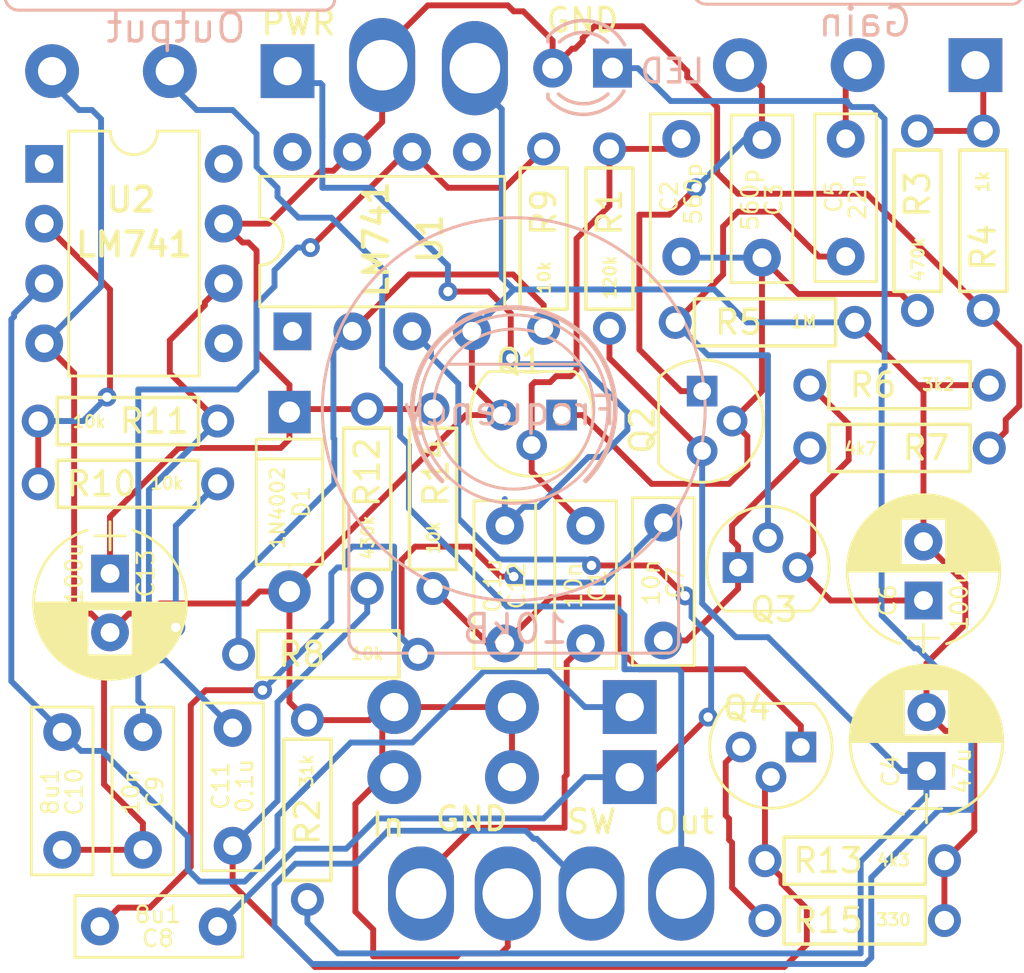
<source format=kicad_pcb>
(kicad_pcb (version 20171130) (host pcbnew "(5.0.1-3-g963ef8bb5)")

  (general
    (thickness 1.6)
    (drawings 8)
    (tracks 427)
    (zones 0)
    (modules 45)
    (nets 33)
  )

  (page A4)
  (layers
    (0 F.Cu signal)
    (31 B.Cu signal hide)
    (32 B.Adhes user hide)
    (33 F.Adhes user hide)
    (34 B.Paste user hide)
    (35 F.Paste user hide)
    (36 B.SilkS user)
    (37 F.SilkS user hide)
    (38 B.Mask user hide)
    (39 F.Mask user hide)
    (40 Dwgs.User user hide)
    (41 Cmts.User user hide)
    (42 Eco1.User user hide)
    (43 Eco2.User user hide)
    (44 Edge.Cuts user hide)
    (45 Margin user)
    (46 B.CrtYd user hide)
    (47 F.CrtYd user hide)
    (48 B.Fab user hide)
    (49 F.Fab user hide)
  )

  (setup
    (last_trace_width 0.25)
    (trace_clearance 0.2)
    (zone_clearance 0.508)
    (zone_45_only no)
    (trace_min 0.2)
    (segment_width 0.2)
    (edge_width 0.15)
    (via_size 0.8)
    (via_drill 0.4)
    (via_min_size 0.4)
    (via_min_drill 0.3)
    (uvia_size 0.3)
    (uvia_drill 0.1)
    (uvias_allowed no)
    (uvia_min_size 0.2)
    (uvia_min_drill 0.1)
    (pcb_text_width 0.3)
    (pcb_text_size 1.5 1.5)
    (mod_edge_width 0.15)
    (mod_text_size 1 1)
    (mod_text_width 0.15)
    (pad_size 1.524 1.524)
    (pad_drill 0.762)
    (pad_to_mask_clearance 0.051)
    (solder_mask_min_width 0.25)
    (aux_axis_origin 0 0)
    (visible_elements FFFFFF7F)
    (pcbplotparams
      (layerselection 0x010fc_ffffffff)
      (usegerberextensions false)
      (usegerberattributes false)
      (usegerberadvancedattributes false)
      (creategerberjobfile false)
      (excludeedgelayer true)
      (linewidth 0.100000)
      (plotframeref false)
      (viasonmask false)
      (mode 1)
      (useauxorigin false)
      (hpglpennumber 1)
      (hpglpenspeed 20)
      (hpglpendiameter 15.000000)
      (psnegative false)
      (psa4output false)
      (plotreference true)
      (plotvalue true)
      (plotinvisibletext false)
      (padsonsilk false)
      (subtractmaskfromsilk false)
      (outputformat 1)
      (mirror false)
      (drillshape 1)
      (scaleselection 1)
      (outputdirectory ""))
  )

  (net 0 "")
  (net 1 "Net-(C1-Pad2)")
  (net 2 "Net-(C1-Pad1)")
  (net 3 "Net-(C2-Pad1)")
  (net 4 "Net-(C3-Pad1)")
  (net 5 "Net-(C4-Pad1)")
  (net 6 GND)
  (net 7 "Net-(C5-Pad1)")
  (net 8 "Net-(C5-Pad2)")
  (net 9 "Net-(C6-Pad1)")
  (net 10 "Net-(C7-Pad2)")
  (net 11 "Net-(C7-Pad1)")
  (net 12 "Net-(C8-Pad1)")
  (net 13 "Net-(C9-Pad1)")
  (net 14 "Net-(C10-Pad2)")
  (net 15 "Net-(C10-Pad1)")
  (net 16 "Net-(C11-Pad1)")
  (net 17 "Net-(C11-Pad2)")
  (net 18 "Net-(C12-Pad1)")
  (net 19 "Net-(C12-Pad2)")
  (net 20 /Power)
  (net 21 "Net-(J2-Pad1)")
  (net 22 "Net-(J5-Pad1)")
  (net 23 "Net-(Q4-Pad3)")
  (net 24 "Net-(R3-Pad1)")
  (net 25 "Net-(R8-Pad1)")
  (net 26 "Net-(R10-Pad1)")
  (net 27 "Net-(U1-Pad8)")
  (net 28 "Net-(U1-Pad5)")
  (net 29 "Net-(U1-Pad1)")
  (net 30 "Net-(U2-Pad1)")
  (net 31 "Net-(U2-Pad5)")
  (net 32 "Net-(U2-Pad8)")

  (net_class Default "This is the default net class."
    (clearance 0.2)
    (trace_width 0.25)
    (via_dia 0.8)
    (via_drill 0.4)
    (uvia_dia 0.3)
    (uvia_drill 0.1)
    (add_net /Power)
    (add_net GND)
    (add_net "Net-(C1-Pad1)")
    (add_net "Net-(C1-Pad2)")
    (add_net "Net-(C10-Pad1)")
    (add_net "Net-(C10-Pad2)")
    (add_net "Net-(C11-Pad1)")
    (add_net "Net-(C11-Pad2)")
    (add_net "Net-(C12-Pad1)")
    (add_net "Net-(C12-Pad2)")
    (add_net "Net-(C2-Pad1)")
    (add_net "Net-(C3-Pad1)")
    (add_net "Net-(C4-Pad1)")
    (add_net "Net-(C5-Pad1)")
    (add_net "Net-(C5-Pad2)")
    (add_net "Net-(C6-Pad1)")
    (add_net "Net-(C7-Pad1)")
    (add_net "Net-(C7-Pad2)")
    (add_net "Net-(C8-Pad1)")
    (add_net "Net-(C9-Pad1)")
    (add_net "Net-(J2-Pad1)")
    (add_net "Net-(J5-Pad1)")
    (add_net "Net-(Q4-Pad3)")
    (add_net "Net-(R10-Pad1)")
    (add_net "Net-(R3-Pad1)")
    (add_net "Net-(R8-Pad1)")
    (add_net "Net-(U1-Pad1)")
    (add_net "Net-(U1-Pad5)")
    (add_net "Net-(U1-Pad8)")
    (add_net "Net-(U2-Pad1)")
    (add_net "Net-(U2-Pad5)")
    (add_net "Net-(U2-Pad8)")
  )

  (module 4ms-footprints:Cap_Electrolytic_TH (layer F.Cu) (tedit 594086EC) (tstamp 5D247EB9)
    (at 187.452 106.299 90)
    (descr "CP, Radial series, Radial, pin pitch=2.50mm, , diameter=6.3mm, Electrolytic Capacitor")
    (tags "CP Radial series Radial pin pitch 2.50mm  diameter 6.3mm Electrolytic Capacitor")
    (path /5D2397ED)
    (fp_text reference C4 (at 0 -1.524 90) (layer F.SilkS)
      (effects (font (size 0.7 0.7) (thickness 0.1)))
    )
    (fp_text value 47u (at 0 1.524 90) (layer F.SilkS)
      (effects (font (size 0.7 0.7) (thickness 0.1)))
    )
    (fp_line (start -2.2 0) (end -1 0) (layer F.Fab) (width 0.1))
    (fp_line (start -1.6 -0.65) (end -1.6 0.65) (layer F.Fab) (width 0.1))
    (fp_line (start 1.25 -3.2) (end 1.25 3.2) (layer F.SilkS) (width 0.12))
    (fp_line (start 1.29 -3.2) (end 1.29 3.2) (layer F.SilkS) (width 0.12))
    (fp_line (start 1.33 -3.2) (end 1.33 3.2) (layer F.SilkS) (width 0.12))
    (fp_line (start 1.37 -3.198) (end 1.37 3.198) (layer F.SilkS) (width 0.12))
    (fp_line (start 1.41 -3.197) (end 1.41 3.197) (layer F.SilkS) (width 0.12))
    (fp_line (start 1.45 -3.194) (end 1.45 3.194) (layer F.SilkS) (width 0.12))
    (fp_line (start 1.49 -3.192) (end 1.49 3.192) (layer F.SilkS) (width 0.12))
    (fp_line (start 1.53 -3.188) (end 1.53 -0.98) (layer F.SilkS) (width 0.12))
    (fp_line (start 1.53 0.98) (end 1.53 3.188) (layer F.SilkS) (width 0.12))
    (fp_line (start 1.57 -3.185) (end 1.57 -0.98) (layer F.SilkS) (width 0.12))
    (fp_line (start 1.57 0.98) (end 1.57 3.185) (layer F.SilkS) (width 0.12))
    (fp_line (start 1.61 -3.18) (end 1.61 -0.98) (layer F.SilkS) (width 0.12))
    (fp_line (start 1.61 0.98) (end 1.61 3.18) (layer F.SilkS) (width 0.12))
    (fp_line (start 1.65 -3.176) (end 1.65 -0.98) (layer F.SilkS) (width 0.12))
    (fp_line (start 1.65 0.98) (end 1.65 3.176) (layer F.SilkS) (width 0.12))
    (fp_line (start 1.69 -3.17) (end 1.69 -0.98) (layer F.SilkS) (width 0.12))
    (fp_line (start 1.69 0.98) (end 1.69 3.17) (layer F.SilkS) (width 0.12))
    (fp_line (start 1.73 -3.165) (end 1.73 -0.98) (layer F.SilkS) (width 0.12))
    (fp_line (start 1.73 0.98) (end 1.73 3.165) (layer F.SilkS) (width 0.12))
    (fp_line (start 1.77 -3.158) (end 1.77 -0.98) (layer F.SilkS) (width 0.12))
    (fp_line (start 1.77 0.98) (end 1.77 3.158) (layer F.SilkS) (width 0.12))
    (fp_line (start 1.81 -3.152) (end 1.81 -0.98) (layer F.SilkS) (width 0.12))
    (fp_line (start 1.81 0.98) (end 1.81 3.152) (layer F.SilkS) (width 0.12))
    (fp_line (start 1.85 -3.144) (end 1.85 -0.98) (layer F.SilkS) (width 0.12))
    (fp_line (start 1.85 0.98) (end 1.85 3.144) (layer F.SilkS) (width 0.12))
    (fp_line (start 1.89 -3.137) (end 1.89 -0.98) (layer F.SilkS) (width 0.12))
    (fp_line (start 1.89 0.98) (end 1.89 3.137) (layer F.SilkS) (width 0.12))
    (fp_line (start 1.93 -3.128) (end 1.93 -0.98) (layer F.SilkS) (width 0.12))
    (fp_line (start 1.93 0.98) (end 1.93 3.128) (layer F.SilkS) (width 0.12))
    (fp_line (start 1.971 -3.119) (end 1.971 -0.98) (layer F.SilkS) (width 0.12))
    (fp_line (start 1.971 0.98) (end 1.971 3.119) (layer F.SilkS) (width 0.12))
    (fp_line (start 2.011 -3.11) (end 2.011 -0.98) (layer F.SilkS) (width 0.12))
    (fp_line (start 2.011 0.98) (end 2.011 3.11) (layer F.SilkS) (width 0.12))
    (fp_line (start 2.051 -3.1) (end 2.051 -0.98) (layer F.SilkS) (width 0.12))
    (fp_line (start 2.051 0.98) (end 2.051 3.1) (layer F.SilkS) (width 0.12))
    (fp_line (start 2.091 -3.09) (end 2.091 -0.98) (layer F.SilkS) (width 0.12))
    (fp_line (start 2.091 0.98) (end 2.091 3.09) (layer F.SilkS) (width 0.12))
    (fp_line (start 2.131 -3.079) (end 2.131 -0.98) (layer F.SilkS) (width 0.12))
    (fp_line (start 2.131 0.98) (end 2.131 3.079) (layer F.SilkS) (width 0.12))
    (fp_line (start 2.171 -3.067) (end 2.171 -0.98) (layer F.SilkS) (width 0.12))
    (fp_line (start 2.171 0.98) (end 2.171 3.067) (layer F.SilkS) (width 0.12))
    (fp_line (start 2.211 -3.055) (end 2.211 -0.98) (layer F.SilkS) (width 0.12))
    (fp_line (start 2.211 0.98) (end 2.211 3.055) (layer F.SilkS) (width 0.12))
    (fp_line (start 2.251 -3.042) (end 2.251 -0.98) (layer F.SilkS) (width 0.12))
    (fp_line (start 2.251 0.98) (end 2.251 3.042) (layer F.SilkS) (width 0.12))
    (fp_line (start 2.291 -3.029) (end 2.291 -0.98) (layer F.SilkS) (width 0.12))
    (fp_line (start 2.291 0.98) (end 2.291 3.029) (layer F.SilkS) (width 0.12))
    (fp_line (start 2.331 -3.015) (end 2.331 -0.98) (layer F.SilkS) (width 0.12))
    (fp_line (start 2.331 0.98) (end 2.331 3.015) (layer F.SilkS) (width 0.12))
    (fp_line (start 2.371 -3.001) (end 2.371 -0.98) (layer F.SilkS) (width 0.12))
    (fp_line (start 2.371 0.98) (end 2.371 3.001) (layer F.SilkS) (width 0.12))
    (fp_line (start 2.411 -2.986) (end 2.411 -0.98) (layer F.SilkS) (width 0.12))
    (fp_line (start 2.411 0.98) (end 2.411 2.986) (layer F.SilkS) (width 0.12))
    (fp_line (start 2.451 -2.97) (end 2.451 -0.98) (layer F.SilkS) (width 0.12))
    (fp_line (start 2.451 0.98) (end 2.451 2.97) (layer F.SilkS) (width 0.12))
    (fp_line (start 2.491 -2.954) (end 2.491 -0.98) (layer F.SilkS) (width 0.12))
    (fp_line (start 2.491 0.98) (end 2.491 2.954) (layer F.SilkS) (width 0.12))
    (fp_line (start 2.531 -2.937) (end 2.531 -0.98) (layer F.SilkS) (width 0.12))
    (fp_line (start 2.531 0.98) (end 2.531 2.937) (layer F.SilkS) (width 0.12))
    (fp_line (start 2.571 -2.919) (end 2.571 -0.98) (layer F.SilkS) (width 0.12))
    (fp_line (start 2.571 0.98) (end 2.571 2.919) (layer F.SilkS) (width 0.12))
    (fp_line (start 2.611 -2.901) (end 2.611 -0.98) (layer F.SilkS) (width 0.12))
    (fp_line (start 2.611 0.98) (end 2.611 2.901) (layer F.SilkS) (width 0.12))
    (fp_line (start 2.651 -2.882) (end 2.651 -0.98) (layer F.SilkS) (width 0.12))
    (fp_line (start 2.651 0.98) (end 2.651 2.882) (layer F.SilkS) (width 0.12))
    (fp_line (start 2.691 -2.863) (end 2.691 -0.98) (layer F.SilkS) (width 0.12))
    (fp_line (start 2.691 0.98) (end 2.691 2.863) (layer F.SilkS) (width 0.12))
    (fp_line (start 2.731 -2.843) (end 2.731 -0.98) (layer F.SilkS) (width 0.12))
    (fp_line (start 2.731 0.98) (end 2.731 2.843) (layer F.SilkS) (width 0.12))
    (fp_line (start 2.771 -2.822) (end 2.771 -0.98) (layer F.SilkS) (width 0.12))
    (fp_line (start 2.771 0.98) (end 2.771 2.822) (layer F.SilkS) (width 0.12))
    (fp_line (start 2.811 -2.8) (end 2.811 -0.98) (layer F.SilkS) (width 0.12))
    (fp_line (start 2.811 0.98) (end 2.811 2.8) (layer F.SilkS) (width 0.12))
    (fp_line (start 2.851 -2.778) (end 2.851 -0.98) (layer F.SilkS) (width 0.12))
    (fp_line (start 2.851 0.98) (end 2.851 2.778) (layer F.SilkS) (width 0.12))
    (fp_line (start 2.891 -2.755) (end 2.891 -0.98) (layer F.SilkS) (width 0.12))
    (fp_line (start 2.891 0.98) (end 2.891 2.755) (layer F.SilkS) (width 0.12))
    (fp_line (start 2.931 -2.731) (end 2.931 -0.98) (layer F.SilkS) (width 0.12))
    (fp_line (start 2.931 0.98) (end 2.931 2.731) (layer F.SilkS) (width 0.12))
    (fp_line (start 2.971 -2.706) (end 2.971 -0.98) (layer F.SilkS) (width 0.12))
    (fp_line (start 2.971 0.98) (end 2.971 2.706) (layer F.SilkS) (width 0.12))
    (fp_line (start 3.011 -2.681) (end 3.011 -0.98) (layer F.SilkS) (width 0.12))
    (fp_line (start 3.011 0.98) (end 3.011 2.681) (layer F.SilkS) (width 0.12))
    (fp_line (start 3.051 -2.654) (end 3.051 -0.98) (layer F.SilkS) (width 0.12))
    (fp_line (start 3.051 0.98) (end 3.051 2.654) (layer F.SilkS) (width 0.12))
    (fp_line (start 3.091 -2.627) (end 3.091 -0.98) (layer F.SilkS) (width 0.12))
    (fp_line (start 3.091 0.98) (end 3.091 2.627) (layer F.SilkS) (width 0.12))
    (fp_line (start 3.131 -2.599) (end 3.131 -0.98) (layer F.SilkS) (width 0.12))
    (fp_line (start 3.131 0.98) (end 3.131 2.599) (layer F.SilkS) (width 0.12))
    (fp_line (start 3.171 -2.57) (end 3.171 -0.98) (layer F.SilkS) (width 0.12))
    (fp_line (start 3.171 0.98) (end 3.171 2.57) (layer F.SilkS) (width 0.12))
    (fp_line (start 3.211 -2.54) (end 3.211 -0.98) (layer F.SilkS) (width 0.12))
    (fp_line (start 3.211 0.98) (end 3.211 2.54) (layer F.SilkS) (width 0.12))
    (fp_line (start 3.251 -2.51) (end 3.251 -0.98) (layer F.SilkS) (width 0.12))
    (fp_line (start 3.251 0.98) (end 3.251 2.51) (layer F.SilkS) (width 0.12))
    (fp_line (start 3.291 -2.478) (end 3.291 -0.98) (layer F.SilkS) (width 0.12))
    (fp_line (start 3.291 0.98) (end 3.291 2.478) (layer F.SilkS) (width 0.12))
    (fp_line (start 3.331 -2.445) (end 3.331 -0.98) (layer F.SilkS) (width 0.12))
    (fp_line (start 3.331 0.98) (end 3.331 2.445) (layer F.SilkS) (width 0.12))
    (fp_line (start 3.371 -2.411) (end 3.371 -0.98) (layer F.SilkS) (width 0.12))
    (fp_line (start 3.371 0.98) (end 3.371 2.411) (layer F.SilkS) (width 0.12))
    (fp_line (start 3.411 -2.375) (end 3.411 -0.98) (layer F.SilkS) (width 0.12))
    (fp_line (start 3.411 0.98) (end 3.411 2.375) (layer F.SilkS) (width 0.12))
    (fp_line (start 3.451 -2.339) (end 3.451 -0.98) (layer F.SilkS) (width 0.12))
    (fp_line (start 3.451 0.98) (end 3.451 2.339) (layer F.SilkS) (width 0.12))
    (fp_line (start 3.491 -2.301) (end 3.491 2.301) (layer F.SilkS) (width 0.12))
    (fp_line (start 3.531 -2.262) (end 3.531 2.262) (layer F.SilkS) (width 0.12))
    (fp_line (start 3.571 -2.222) (end 3.571 2.222) (layer F.SilkS) (width 0.12))
    (fp_line (start 3.611 -2.18) (end 3.611 2.18) (layer F.SilkS) (width 0.12))
    (fp_line (start 3.651 -2.137) (end 3.651 2.137) (layer F.SilkS) (width 0.12))
    (fp_line (start 3.691 -2.092) (end 3.691 2.092) (layer F.SilkS) (width 0.12))
    (fp_line (start 3.731 -2.045) (end 3.731 2.045) (layer F.SilkS) (width 0.12))
    (fp_line (start 3.771 -1.997) (end 3.771 1.997) (layer F.SilkS) (width 0.12))
    (fp_line (start 3.811 -1.946) (end 3.811 1.946) (layer F.SilkS) (width 0.12))
    (fp_line (start 3.851 -1.894) (end 3.851 1.894) (layer F.SilkS) (width 0.12))
    (fp_line (start 3.891 -1.839) (end 3.891 1.839) (layer F.SilkS) (width 0.12))
    (fp_line (start 3.931 -1.781) (end 3.931 1.781) (layer F.SilkS) (width 0.12))
    (fp_line (start 3.971 -1.721) (end 3.971 1.721) (layer F.SilkS) (width 0.12))
    (fp_line (start 4.011 -1.658) (end 4.011 1.658) (layer F.SilkS) (width 0.12))
    (fp_line (start 4.051 -1.591) (end 4.051 1.591) (layer F.SilkS) (width 0.12))
    (fp_line (start 4.091 -1.52) (end 4.091 1.52) (layer F.SilkS) (width 0.12))
    (fp_line (start 4.131 -1.445) (end 4.131 1.445) (layer F.SilkS) (width 0.12))
    (fp_line (start 4.171 -1.364) (end 4.171 1.364) (layer F.SilkS) (width 0.12))
    (fp_line (start 4.211 -1.278) (end 4.211 1.278) (layer F.SilkS) (width 0.12))
    (fp_line (start 4.251 -1.184) (end 4.251 1.184) (layer F.SilkS) (width 0.12))
    (fp_line (start 4.291 -1.081) (end 4.291 1.081) (layer F.SilkS) (width 0.12))
    (fp_line (start 4.331 -0.966) (end 4.331 0.966) (layer F.SilkS) (width 0.12))
    (fp_line (start 4.371 -0.834) (end 4.371 0.834) (layer F.SilkS) (width 0.12))
    (fp_line (start 4.411 -0.676) (end 4.411 0.676) (layer F.SilkS) (width 0.12))
    (fp_line (start 4.451 -0.468) (end 4.451 0.468) (layer F.SilkS) (width 0.12))
    (fp_line (start -2.2 0) (end -1 0) (layer F.SilkS) (width 0.12))
    (fp_line (start -1.6 -0.65) (end -1.6 0.65) (layer F.SilkS) (width 0.12))
    (fp_line (start -2.25 -3.5) (end -2.25 3.5) (layer F.CrtYd) (width 0.05))
    (fp_line (start -2.25 3.5) (end 4.75 3.5) (layer F.CrtYd) (width 0.05))
    (fp_line (start 4.75 3.5) (end 4.75 -3.5) (layer F.CrtYd) (width 0.05))
    (fp_line (start 4.75 -3.5) (end -2.25 -3.5) (layer F.CrtYd) (width 0.05))
    (fp_circle (center 1.25 0) (end 4.4 0) (layer F.Fab) (width 0.1))
    (fp_arc (start 1.25 0) (end -1.838236 -0.98) (angle 144.8) (layer F.SilkS) (width 0.12))
    (fp_arc (start 1.25 0) (end -1.838236 0.98) (angle -144.8) (layer F.SilkS) (width 0.12))
    (fp_arc (start 1.25 0) (end 4.338236 -0.98) (angle 35.2) (layer F.SilkS) (width 0.12))
    (pad 1 thru_hole rect (at 0 0 90) (size 1.6 1.6) (drill 0.8) (layers *.Cu *.Mask)
      (net 5 "Net-(C4-Pad1)"))
    (pad 2 thru_hole circle (at 2.5 0 90) (size 1.6 1.6) (drill 0.8) (layers *.Cu *.Mask)
      (net 6 GND))
    (model ${KISYS3DMOD}/Capacitors_THT.3dshapes/CP_Radial_D6.3mm_P2.50mm.wrl
      (at (xyz 0 0 0))
      (scale (xyz 0.393701 0.393701 0.393701))
      (rotate (xyz 0 0 0))
    )
  )

  (module 4ms-footprints:Cap_Ceramic_TH (layer F.Cu) (tedit 593AF7BD) (tstamp 5D247E01)
    (at 172.974 95.885 270)
    (descr "C, Disc series, Radial, pin pitch=5.00mm, , diameter*width=7*2.5mm^2, Capacitor, http://cdn-reichelt.de/documents/datenblatt/B300/DS_KERKO_TC.pdf")
    (tags "C Disc series Radial pin pitch 5.00mm  diameter 7mm width 2.5mm Capacitor")
    (path /5D238CCD)
    (fp_text reference C1 (at 2.54 -0.508 270) (layer F.SilkS)
      (effects (font (size 0.7 0.7) (thickness 0.1)))
    )
    (fp_text value 10n (at 2.54 0.508 270) (layer F.SilkS)
      (effects (font (size 0.7 0.7) (thickness 0.1)))
    )
    (fp_line (start 6.35 -1.6) (end -1.35 -1.6) (layer F.CrtYd) (width 0.05))
    (fp_line (start 6.35 1.6) (end 6.35 -1.6) (layer F.CrtYd) (width 0.05))
    (fp_line (start -1.35 1.6) (end 6.35 1.6) (layer F.CrtYd) (width 0.05))
    (fp_line (start -1.35 -1.6) (end -1.35 1.6) (layer F.CrtYd) (width 0.05))
    (fp_line (start 6.06 -1.31) (end 6.06 1.31) (layer F.SilkS) (width 0.12))
    (fp_line (start -1.06 -1.31) (end -1.06 1.31) (layer F.SilkS) (width 0.12))
    (fp_line (start -1.06 1.31) (end 6.06 1.31) (layer F.SilkS) (width 0.12))
    (fp_line (start -1.06 -1.31) (end 6.06 -1.31) (layer F.SilkS) (width 0.12))
    (fp_line (start 6 -1.25) (end -1 -1.25) (layer F.Fab) (width 0.1))
    (fp_line (start 6 1.25) (end 6 -1.25) (layer F.Fab) (width 0.1))
    (fp_line (start -1 1.25) (end 6 1.25) (layer F.Fab) (width 0.1))
    (fp_line (start -1 -1.25) (end -1 1.25) (layer F.Fab) (width 0.1))
    (pad 2 thru_hole circle (at 5 0 270) (size 1.6 1.6) (drill 0.8) (layers *.Cu *.Mask)
      (net 1 "Net-(C1-Pad2)"))
    (pad 1 thru_hole circle (at 0 0 270) (size 1.6 1.6) (drill 0.8) (layers *.Cu *.Mask)
      (net 2 "Net-(C1-Pad1)"))
    (model ${KISYS3DMOD}/Capacitors_THT.3dshapes/C_Disc_D7.0mm_W2.5mm_P5.00mm.wrl
      (at (xyz 0 0 0))
      (scale (xyz 0.393701 0.393701 0.393701))
      (rotate (xyz 0 0 0))
    )
  )

  (module 4ms-footprints:Cap_Ceramic_TH (layer F.Cu) (tedit 593AF7BD) (tstamp 5D247E13)
    (at 177.038 84.455 90)
    (descr "C, Disc series, Radial, pin pitch=5.00mm, , diameter*width=7*2.5mm^2, Capacitor, http://cdn-reichelt.de/documents/datenblatt/B300/DS_KERKO_TC.pdf")
    (tags "C Disc series Radial pin pitch 5.00mm  diameter 7mm width 2.5mm Capacitor")
    (path /5D238D4C)
    (fp_text reference C2 (at 2.54 -0.508 90) (layer F.SilkS)
      (effects (font (size 0.7 0.7) (thickness 0.1)))
    )
    (fp_text value 560p (at 2.667 0.508 90) (layer F.SilkS)
      (effects (font (size 0.7 0.7) (thickness 0.1)))
    )
    (fp_line (start -1 -1.25) (end -1 1.25) (layer F.Fab) (width 0.1))
    (fp_line (start -1 1.25) (end 6 1.25) (layer F.Fab) (width 0.1))
    (fp_line (start 6 1.25) (end 6 -1.25) (layer F.Fab) (width 0.1))
    (fp_line (start 6 -1.25) (end -1 -1.25) (layer F.Fab) (width 0.1))
    (fp_line (start -1.06 -1.31) (end 6.06 -1.31) (layer F.SilkS) (width 0.12))
    (fp_line (start -1.06 1.31) (end 6.06 1.31) (layer F.SilkS) (width 0.12))
    (fp_line (start -1.06 -1.31) (end -1.06 1.31) (layer F.SilkS) (width 0.12))
    (fp_line (start 6.06 -1.31) (end 6.06 1.31) (layer F.SilkS) (width 0.12))
    (fp_line (start -1.35 -1.6) (end -1.35 1.6) (layer F.CrtYd) (width 0.05))
    (fp_line (start -1.35 1.6) (end 6.35 1.6) (layer F.CrtYd) (width 0.05))
    (fp_line (start 6.35 1.6) (end 6.35 -1.6) (layer F.CrtYd) (width 0.05))
    (fp_line (start 6.35 -1.6) (end -1.35 -1.6) (layer F.CrtYd) (width 0.05))
    (pad 1 thru_hole circle (at 0 0 90) (size 1.6 1.6) (drill 0.8) (layers *.Cu *.Mask)
      (net 3 "Net-(C2-Pad1)"))
    (pad 2 thru_hole circle (at 5 0 90) (size 1.6 1.6) (drill 0.8) (layers *.Cu *.Mask)
      (net 2 "Net-(C1-Pad1)"))
    (model ${KISYS3DMOD}/Capacitors_THT.3dshapes/C_Disc_D7.0mm_W2.5mm_P5.00mm.wrl
      (at (xyz 0 0 0))
      (scale (xyz 0.393701 0.393701 0.393701))
      (rotate (xyz 0 0 0))
    )
  )

  (module 4ms-footprints:Cap_Ceramic_TH (layer F.Cu) (tedit 593AF7BD) (tstamp 5D247E25)
    (at 180.467 79.502 270)
    (descr "C, Disc series, Radial, pin pitch=5.00mm, , diameter*width=7*2.5mm^2, Capacitor, http://cdn-reichelt.de/documents/datenblatt/B300/DS_KERKO_TC.pdf")
    (tags "C Disc series Radial pin pitch 5.00mm  diameter 7mm width 2.5mm Capacitor")
    (path /5D239EC2)
    (fp_text reference C3 (at 2.54 -0.508 270) (layer F.SilkS)
      (effects (font (size 0.7 0.7) (thickness 0.1)))
    )
    (fp_text value 560p (at 2.54 0.508 270) (layer F.SilkS)
      (effects (font (size 0.7 0.7) (thickness 0.1)))
    )
    (fp_line (start 6.35 -1.6) (end -1.35 -1.6) (layer F.CrtYd) (width 0.05))
    (fp_line (start 6.35 1.6) (end 6.35 -1.6) (layer F.CrtYd) (width 0.05))
    (fp_line (start -1.35 1.6) (end 6.35 1.6) (layer F.CrtYd) (width 0.05))
    (fp_line (start -1.35 -1.6) (end -1.35 1.6) (layer F.CrtYd) (width 0.05))
    (fp_line (start 6.06 -1.31) (end 6.06 1.31) (layer F.SilkS) (width 0.12))
    (fp_line (start -1.06 -1.31) (end -1.06 1.31) (layer F.SilkS) (width 0.12))
    (fp_line (start -1.06 1.31) (end 6.06 1.31) (layer F.SilkS) (width 0.12))
    (fp_line (start -1.06 -1.31) (end 6.06 -1.31) (layer F.SilkS) (width 0.12))
    (fp_line (start 6 -1.25) (end -1 -1.25) (layer F.Fab) (width 0.1))
    (fp_line (start 6 1.25) (end 6 -1.25) (layer F.Fab) (width 0.1))
    (fp_line (start -1 1.25) (end 6 1.25) (layer F.Fab) (width 0.1))
    (fp_line (start -1 -1.25) (end -1 1.25) (layer F.Fab) (width 0.1))
    (pad 2 thru_hole circle (at 5 0 270) (size 1.6 1.6) (drill 0.8) (layers *.Cu *.Mask)
      (net 3 "Net-(C2-Pad1)"))
    (pad 1 thru_hole circle (at 0 0 270) (size 1.6 1.6) (drill 0.8) (layers *.Cu *.Mask)
      (net 4 "Net-(C3-Pad1)"))
    (model ${KISYS3DMOD}/Capacitors_THT.3dshapes/C_Disc_D7.0mm_W2.5mm_P5.00mm.wrl
      (at (xyz 0 0 0))
      (scale (xyz 0.393701 0.393701 0.393701))
      (rotate (xyz 0 0 0))
    )
  )

  (module 4ms-footprints:Cap_Ceramic_TH (layer F.Cu) (tedit 593AF7BD) (tstamp 5D247ECB)
    (at 184.023 84.455 90)
    (descr "C, Disc series, Radial, pin pitch=5.00mm, , diameter*width=7*2.5mm^2, Capacitor, http://cdn-reichelt.de/documents/datenblatt/B300/DS_KERKO_TC.pdf")
    (tags "C Disc series Radial pin pitch 5.00mm  diameter 7mm width 2.5mm Capacitor")
    (path /5D23D4D7)
    (fp_text reference C5 (at 2.54 -0.508 90) (layer F.SilkS)
      (effects (font (size 0.7 0.7) (thickness 0.1)))
    )
    (fp_text value 22n (at 2.54 0.508 90) (layer F.SilkS)
      (effects (font (size 0.7 0.7) (thickness 0.1)))
    )
    (fp_line (start -1 -1.25) (end -1 1.25) (layer F.Fab) (width 0.1))
    (fp_line (start -1 1.25) (end 6 1.25) (layer F.Fab) (width 0.1))
    (fp_line (start 6 1.25) (end 6 -1.25) (layer F.Fab) (width 0.1))
    (fp_line (start 6 -1.25) (end -1 -1.25) (layer F.Fab) (width 0.1))
    (fp_line (start -1.06 -1.31) (end 6.06 -1.31) (layer F.SilkS) (width 0.12))
    (fp_line (start -1.06 1.31) (end 6.06 1.31) (layer F.SilkS) (width 0.12))
    (fp_line (start -1.06 -1.31) (end -1.06 1.31) (layer F.SilkS) (width 0.12))
    (fp_line (start 6.06 -1.31) (end 6.06 1.31) (layer F.SilkS) (width 0.12))
    (fp_line (start -1.35 -1.6) (end -1.35 1.6) (layer F.CrtYd) (width 0.05))
    (fp_line (start -1.35 1.6) (end 6.35 1.6) (layer F.CrtYd) (width 0.05))
    (fp_line (start 6.35 1.6) (end 6.35 -1.6) (layer F.CrtYd) (width 0.05))
    (fp_line (start 6.35 -1.6) (end -1.35 -1.6) (layer F.CrtYd) (width 0.05))
    (pad 1 thru_hole circle (at 0 0 90) (size 1.6 1.6) (drill 0.8) (layers *.Cu *.Mask)
      (net 7 "Net-(C5-Pad1)"))
    (pad 2 thru_hole circle (at 5 0 90) (size 1.6 1.6) (drill 0.8) (layers *.Cu *.Mask)
      (net 8 "Net-(C5-Pad2)"))
    (model ${KISYS3DMOD}/Capacitors_THT.3dshapes/C_Disc_D7.0mm_W2.5mm_P5.00mm.wrl
      (at (xyz 0 0 0))
      (scale (xyz 0.393701 0.393701 0.393701))
      (rotate (xyz 0 0 0))
    )
  )

  (module 4ms-footprints:Cap_Electrolytic_TH (layer F.Cu) (tedit 594086EC) (tstamp 5D247F5F)
    (at 187.325 99.06 90)
    (descr "CP, Radial series, Radial, pin pitch=2.50mm, , diameter=6.3mm, Electrolytic Capacitor")
    (tags "CP Radial series Radial pin pitch 2.50mm  diameter 6.3mm Electrolytic Capacitor")
    (path /5D248448)
    (fp_text reference C6 (at 0 -1.524 90) (layer F.SilkS)
      (effects (font (size 0.7 0.7) (thickness 0.1)))
    )
    (fp_text value 100u (at 0 1.524 90) (layer F.SilkS)
      (effects (font (size 0.7 0.7) (thickness 0.1)))
    )
    (fp_line (start -2.2 0) (end -1 0) (layer F.Fab) (width 0.1))
    (fp_line (start -1.6 -0.65) (end -1.6 0.65) (layer F.Fab) (width 0.1))
    (fp_line (start 1.25 -3.2) (end 1.25 3.2) (layer F.SilkS) (width 0.12))
    (fp_line (start 1.29 -3.2) (end 1.29 3.2) (layer F.SilkS) (width 0.12))
    (fp_line (start 1.33 -3.2) (end 1.33 3.2) (layer F.SilkS) (width 0.12))
    (fp_line (start 1.37 -3.198) (end 1.37 3.198) (layer F.SilkS) (width 0.12))
    (fp_line (start 1.41 -3.197) (end 1.41 3.197) (layer F.SilkS) (width 0.12))
    (fp_line (start 1.45 -3.194) (end 1.45 3.194) (layer F.SilkS) (width 0.12))
    (fp_line (start 1.49 -3.192) (end 1.49 3.192) (layer F.SilkS) (width 0.12))
    (fp_line (start 1.53 -3.188) (end 1.53 -0.98) (layer F.SilkS) (width 0.12))
    (fp_line (start 1.53 0.98) (end 1.53 3.188) (layer F.SilkS) (width 0.12))
    (fp_line (start 1.57 -3.185) (end 1.57 -0.98) (layer F.SilkS) (width 0.12))
    (fp_line (start 1.57 0.98) (end 1.57 3.185) (layer F.SilkS) (width 0.12))
    (fp_line (start 1.61 -3.18) (end 1.61 -0.98) (layer F.SilkS) (width 0.12))
    (fp_line (start 1.61 0.98) (end 1.61 3.18) (layer F.SilkS) (width 0.12))
    (fp_line (start 1.65 -3.176) (end 1.65 -0.98) (layer F.SilkS) (width 0.12))
    (fp_line (start 1.65 0.98) (end 1.65 3.176) (layer F.SilkS) (width 0.12))
    (fp_line (start 1.69 -3.17) (end 1.69 -0.98) (layer F.SilkS) (width 0.12))
    (fp_line (start 1.69 0.98) (end 1.69 3.17) (layer F.SilkS) (width 0.12))
    (fp_line (start 1.73 -3.165) (end 1.73 -0.98) (layer F.SilkS) (width 0.12))
    (fp_line (start 1.73 0.98) (end 1.73 3.165) (layer F.SilkS) (width 0.12))
    (fp_line (start 1.77 -3.158) (end 1.77 -0.98) (layer F.SilkS) (width 0.12))
    (fp_line (start 1.77 0.98) (end 1.77 3.158) (layer F.SilkS) (width 0.12))
    (fp_line (start 1.81 -3.152) (end 1.81 -0.98) (layer F.SilkS) (width 0.12))
    (fp_line (start 1.81 0.98) (end 1.81 3.152) (layer F.SilkS) (width 0.12))
    (fp_line (start 1.85 -3.144) (end 1.85 -0.98) (layer F.SilkS) (width 0.12))
    (fp_line (start 1.85 0.98) (end 1.85 3.144) (layer F.SilkS) (width 0.12))
    (fp_line (start 1.89 -3.137) (end 1.89 -0.98) (layer F.SilkS) (width 0.12))
    (fp_line (start 1.89 0.98) (end 1.89 3.137) (layer F.SilkS) (width 0.12))
    (fp_line (start 1.93 -3.128) (end 1.93 -0.98) (layer F.SilkS) (width 0.12))
    (fp_line (start 1.93 0.98) (end 1.93 3.128) (layer F.SilkS) (width 0.12))
    (fp_line (start 1.971 -3.119) (end 1.971 -0.98) (layer F.SilkS) (width 0.12))
    (fp_line (start 1.971 0.98) (end 1.971 3.119) (layer F.SilkS) (width 0.12))
    (fp_line (start 2.011 -3.11) (end 2.011 -0.98) (layer F.SilkS) (width 0.12))
    (fp_line (start 2.011 0.98) (end 2.011 3.11) (layer F.SilkS) (width 0.12))
    (fp_line (start 2.051 -3.1) (end 2.051 -0.98) (layer F.SilkS) (width 0.12))
    (fp_line (start 2.051 0.98) (end 2.051 3.1) (layer F.SilkS) (width 0.12))
    (fp_line (start 2.091 -3.09) (end 2.091 -0.98) (layer F.SilkS) (width 0.12))
    (fp_line (start 2.091 0.98) (end 2.091 3.09) (layer F.SilkS) (width 0.12))
    (fp_line (start 2.131 -3.079) (end 2.131 -0.98) (layer F.SilkS) (width 0.12))
    (fp_line (start 2.131 0.98) (end 2.131 3.079) (layer F.SilkS) (width 0.12))
    (fp_line (start 2.171 -3.067) (end 2.171 -0.98) (layer F.SilkS) (width 0.12))
    (fp_line (start 2.171 0.98) (end 2.171 3.067) (layer F.SilkS) (width 0.12))
    (fp_line (start 2.211 -3.055) (end 2.211 -0.98) (layer F.SilkS) (width 0.12))
    (fp_line (start 2.211 0.98) (end 2.211 3.055) (layer F.SilkS) (width 0.12))
    (fp_line (start 2.251 -3.042) (end 2.251 -0.98) (layer F.SilkS) (width 0.12))
    (fp_line (start 2.251 0.98) (end 2.251 3.042) (layer F.SilkS) (width 0.12))
    (fp_line (start 2.291 -3.029) (end 2.291 -0.98) (layer F.SilkS) (width 0.12))
    (fp_line (start 2.291 0.98) (end 2.291 3.029) (layer F.SilkS) (width 0.12))
    (fp_line (start 2.331 -3.015) (end 2.331 -0.98) (layer F.SilkS) (width 0.12))
    (fp_line (start 2.331 0.98) (end 2.331 3.015) (layer F.SilkS) (width 0.12))
    (fp_line (start 2.371 -3.001) (end 2.371 -0.98) (layer F.SilkS) (width 0.12))
    (fp_line (start 2.371 0.98) (end 2.371 3.001) (layer F.SilkS) (width 0.12))
    (fp_line (start 2.411 -2.986) (end 2.411 -0.98) (layer F.SilkS) (width 0.12))
    (fp_line (start 2.411 0.98) (end 2.411 2.986) (layer F.SilkS) (width 0.12))
    (fp_line (start 2.451 -2.97) (end 2.451 -0.98) (layer F.SilkS) (width 0.12))
    (fp_line (start 2.451 0.98) (end 2.451 2.97) (layer F.SilkS) (width 0.12))
    (fp_line (start 2.491 -2.954) (end 2.491 -0.98) (layer F.SilkS) (width 0.12))
    (fp_line (start 2.491 0.98) (end 2.491 2.954) (layer F.SilkS) (width 0.12))
    (fp_line (start 2.531 -2.937) (end 2.531 -0.98) (layer F.SilkS) (width 0.12))
    (fp_line (start 2.531 0.98) (end 2.531 2.937) (layer F.SilkS) (width 0.12))
    (fp_line (start 2.571 -2.919) (end 2.571 -0.98) (layer F.SilkS) (width 0.12))
    (fp_line (start 2.571 0.98) (end 2.571 2.919) (layer F.SilkS) (width 0.12))
    (fp_line (start 2.611 -2.901) (end 2.611 -0.98) (layer F.SilkS) (width 0.12))
    (fp_line (start 2.611 0.98) (end 2.611 2.901) (layer F.SilkS) (width 0.12))
    (fp_line (start 2.651 -2.882) (end 2.651 -0.98) (layer F.SilkS) (width 0.12))
    (fp_line (start 2.651 0.98) (end 2.651 2.882) (layer F.SilkS) (width 0.12))
    (fp_line (start 2.691 -2.863) (end 2.691 -0.98) (layer F.SilkS) (width 0.12))
    (fp_line (start 2.691 0.98) (end 2.691 2.863) (layer F.SilkS) (width 0.12))
    (fp_line (start 2.731 -2.843) (end 2.731 -0.98) (layer F.SilkS) (width 0.12))
    (fp_line (start 2.731 0.98) (end 2.731 2.843) (layer F.SilkS) (width 0.12))
    (fp_line (start 2.771 -2.822) (end 2.771 -0.98) (layer F.SilkS) (width 0.12))
    (fp_line (start 2.771 0.98) (end 2.771 2.822) (layer F.SilkS) (width 0.12))
    (fp_line (start 2.811 -2.8) (end 2.811 -0.98) (layer F.SilkS) (width 0.12))
    (fp_line (start 2.811 0.98) (end 2.811 2.8) (layer F.SilkS) (width 0.12))
    (fp_line (start 2.851 -2.778) (end 2.851 -0.98) (layer F.SilkS) (width 0.12))
    (fp_line (start 2.851 0.98) (end 2.851 2.778) (layer F.SilkS) (width 0.12))
    (fp_line (start 2.891 -2.755) (end 2.891 -0.98) (layer F.SilkS) (width 0.12))
    (fp_line (start 2.891 0.98) (end 2.891 2.755) (layer F.SilkS) (width 0.12))
    (fp_line (start 2.931 -2.731) (end 2.931 -0.98) (layer F.SilkS) (width 0.12))
    (fp_line (start 2.931 0.98) (end 2.931 2.731) (layer F.SilkS) (width 0.12))
    (fp_line (start 2.971 -2.706) (end 2.971 -0.98) (layer F.SilkS) (width 0.12))
    (fp_line (start 2.971 0.98) (end 2.971 2.706) (layer F.SilkS) (width 0.12))
    (fp_line (start 3.011 -2.681) (end 3.011 -0.98) (layer F.SilkS) (width 0.12))
    (fp_line (start 3.011 0.98) (end 3.011 2.681) (layer F.SilkS) (width 0.12))
    (fp_line (start 3.051 -2.654) (end 3.051 -0.98) (layer F.SilkS) (width 0.12))
    (fp_line (start 3.051 0.98) (end 3.051 2.654) (layer F.SilkS) (width 0.12))
    (fp_line (start 3.091 -2.627) (end 3.091 -0.98) (layer F.SilkS) (width 0.12))
    (fp_line (start 3.091 0.98) (end 3.091 2.627) (layer F.SilkS) (width 0.12))
    (fp_line (start 3.131 -2.599) (end 3.131 -0.98) (layer F.SilkS) (width 0.12))
    (fp_line (start 3.131 0.98) (end 3.131 2.599) (layer F.SilkS) (width 0.12))
    (fp_line (start 3.171 -2.57) (end 3.171 -0.98) (layer F.SilkS) (width 0.12))
    (fp_line (start 3.171 0.98) (end 3.171 2.57) (layer F.SilkS) (width 0.12))
    (fp_line (start 3.211 -2.54) (end 3.211 -0.98) (layer F.SilkS) (width 0.12))
    (fp_line (start 3.211 0.98) (end 3.211 2.54) (layer F.SilkS) (width 0.12))
    (fp_line (start 3.251 -2.51) (end 3.251 -0.98) (layer F.SilkS) (width 0.12))
    (fp_line (start 3.251 0.98) (end 3.251 2.51) (layer F.SilkS) (width 0.12))
    (fp_line (start 3.291 -2.478) (end 3.291 -0.98) (layer F.SilkS) (width 0.12))
    (fp_line (start 3.291 0.98) (end 3.291 2.478) (layer F.SilkS) (width 0.12))
    (fp_line (start 3.331 -2.445) (end 3.331 -0.98) (layer F.SilkS) (width 0.12))
    (fp_line (start 3.331 0.98) (end 3.331 2.445) (layer F.SilkS) (width 0.12))
    (fp_line (start 3.371 -2.411) (end 3.371 -0.98) (layer F.SilkS) (width 0.12))
    (fp_line (start 3.371 0.98) (end 3.371 2.411) (layer F.SilkS) (width 0.12))
    (fp_line (start 3.411 -2.375) (end 3.411 -0.98) (layer F.SilkS) (width 0.12))
    (fp_line (start 3.411 0.98) (end 3.411 2.375) (layer F.SilkS) (width 0.12))
    (fp_line (start 3.451 -2.339) (end 3.451 -0.98) (layer F.SilkS) (width 0.12))
    (fp_line (start 3.451 0.98) (end 3.451 2.339) (layer F.SilkS) (width 0.12))
    (fp_line (start 3.491 -2.301) (end 3.491 2.301) (layer F.SilkS) (width 0.12))
    (fp_line (start 3.531 -2.262) (end 3.531 2.262) (layer F.SilkS) (width 0.12))
    (fp_line (start 3.571 -2.222) (end 3.571 2.222) (layer F.SilkS) (width 0.12))
    (fp_line (start 3.611 -2.18) (end 3.611 2.18) (layer F.SilkS) (width 0.12))
    (fp_line (start 3.651 -2.137) (end 3.651 2.137) (layer F.SilkS) (width 0.12))
    (fp_line (start 3.691 -2.092) (end 3.691 2.092) (layer F.SilkS) (width 0.12))
    (fp_line (start 3.731 -2.045) (end 3.731 2.045) (layer F.SilkS) (width 0.12))
    (fp_line (start 3.771 -1.997) (end 3.771 1.997) (layer F.SilkS) (width 0.12))
    (fp_line (start 3.811 -1.946) (end 3.811 1.946) (layer F.SilkS) (width 0.12))
    (fp_line (start 3.851 -1.894) (end 3.851 1.894) (layer F.SilkS) (width 0.12))
    (fp_line (start 3.891 -1.839) (end 3.891 1.839) (layer F.SilkS) (width 0.12))
    (fp_line (start 3.931 -1.781) (end 3.931 1.781) (layer F.SilkS) (width 0.12))
    (fp_line (start 3.971 -1.721) (end 3.971 1.721) (layer F.SilkS) (width 0.12))
    (fp_line (start 4.011 -1.658) (end 4.011 1.658) (layer F.SilkS) (width 0.12))
    (fp_line (start 4.051 -1.591) (end 4.051 1.591) (layer F.SilkS) (width 0.12))
    (fp_line (start 4.091 -1.52) (end 4.091 1.52) (layer F.SilkS) (width 0.12))
    (fp_line (start 4.131 -1.445) (end 4.131 1.445) (layer F.SilkS) (width 0.12))
    (fp_line (start 4.171 -1.364) (end 4.171 1.364) (layer F.SilkS) (width 0.12))
    (fp_line (start 4.211 -1.278) (end 4.211 1.278) (layer F.SilkS) (width 0.12))
    (fp_line (start 4.251 -1.184) (end 4.251 1.184) (layer F.SilkS) (width 0.12))
    (fp_line (start 4.291 -1.081) (end 4.291 1.081) (layer F.SilkS) (width 0.12))
    (fp_line (start 4.331 -0.966) (end 4.331 0.966) (layer F.SilkS) (width 0.12))
    (fp_line (start 4.371 -0.834) (end 4.371 0.834) (layer F.SilkS) (width 0.12))
    (fp_line (start 4.411 -0.676) (end 4.411 0.676) (layer F.SilkS) (width 0.12))
    (fp_line (start 4.451 -0.468) (end 4.451 0.468) (layer F.SilkS) (width 0.12))
    (fp_line (start -2.2 0) (end -1 0) (layer F.SilkS) (width 0.12))
    (fp_line (start -1.6 -0.65) (end -1.6 0.65) (layer F.SilkS) (width 0.12))
    (fp_line (start -2.25 -3.5) (end -2.25 3.5) (layer F.CrtYd) (width 0.05))
    (fp_line (start -2.25 3.5) (end 4.75 3.5) (layer F.CrtYd) (width 0.05))
    (fp_line (start 4.75 3.5) (end 4.75 -3.5) (layer F.CrtYd) (width 0.05))
    (fp_line (start 4.75 -3.5) (end -2.25 -3.5) (layer F.CrtYd) (width 0.05))
    (fp_circle (center 1.25 0) (end 4.4 0) (layer F.Fab) (width 0.1))
    (fp_arc (start 1.25 0) (end -1.838236 -0.98) (angle 144.8) (layer F.SilkS) (width 0.12))
    (fp_arc (start 1.25 0) (end -1.838236 0.98) (angle -144.8) (layer F.SilkS) (width 0.12))
    (fp_arc (start 1.25 0) (end 4.338236 -0.98) (angle 35.2) (layer F.SilkS) (width 0.12))
    (pad 1 thru_hole rect (at 0 0 90) (size 1.6 1.6) (drill 0.8) (layers *.Cu *.Mask)
      (net 9 "Net-(C6-Pad1)"))
    (pad 2 thru_hole circle (at 2.5 0 90) (size 1.6 1.6) (drill 0.8) (layers *.Cu *.Mask)
      (net 6 GND))
    (model ${KISYS3DMOD}/Capacitors_THT.3dshapes/CP_Radial_D6.3mm_P2.50mm.wrl
      (at (xyz 0 0 0))
      (scale (xyz 0.393701 0.393701 0.393701))
      (rotate (xyz 0 0 0))
    )
  )

  (module 4ms-footprints:Cap_Ceramic_TH (layer F.Cu) (tedit 593AF7BD) (tstamp 5D247F71)
    (at 176.276 95.758 270)
    (descr "C, Disc series, Radial, pin pitch=5.00mm, , diameter*width=7*2.5mm^2, Capacitor, http://cdn-reichelt.de/documents/datenblatt/B300/DS_KERKO_TC.pdf")
    (tags "C Disc series Radial pin pitch 5.00mm  diameter 7mm width 2.5mm Capacitor")
    (path /5D24005F)
    (fp_text reference C7 (at 2.54 -0.508 270) (layer F.SilkS)
      (effects (font (size 0.7 0.7) (thickness 0.1)))
    )
    (fp_text value 10n (at 2.54 0.508 270) (layer F.SilkS)
      (effects (font (size 0.7 0.7) (thickness 0.1)))
    )
    (fp_line (start 6.35 -1.6) (end -1.35 -1.6) (layer F.CrtYd) (width 0.05))
    (fp_line (start 6.35 1.6) (end 6.35 -1.6) (layer F.CrtYd) (width 0.05))
    (fp_line (start -1.35 1.6) (end 6.35 1.6) (layer F.CrtYd) (width 0.05))
    (fp_line (start -1.35 -1.6) (end -1.35 1.6) (layer F.CrtYd) (width 0.05))
    (fp_line (start 6.06 -1.31) (end 6.06 1.31) (layer F.SilkS) (width 0.12))
    (fp_line (start -1.06 -1.31) (end -1.06 1.31) (layer F.SilkS) (width 0.12))
    (fp_line (start -1.06 1.31) (end 6.06 1.31) (layer F.SilkS) (width 0.12))
    (fp_line (start -1.06 -1.31) (end 6.06 -1.31) (layer F.SilkS) (width 0.12))
    (fp_line (start 6 -1.25) (end -1 -1.25) (layer F.Fab) (width 0.1))
    (fp_line (start 6 1.25) (end 6 -1.25) (layer F.Fab) (width 0.1))
    (fp_line (start -1 1.25) (end 6 1.25) (layer F.Fab) (width 0.1))
    (fp_line (start -1 -1.25) (end -1 1.25) (layer F.Fab) (width 0.1))
    (pad 2 thru_hole circle (at 5 0 270) (size 1.6 1.6) (drill 0.8) (layers *.Cu *.Mask)
      (net 10 "Net-(C7-Pad2)"))
    (pad 1 thru_hole circle (at 0 0 270) (size 1.6 1.6) (drill 0.8) (layers *.Cu *.Mask)
      (net 11 "Net-(C7-Pad1)"))
    (model ${KISYS3DMOD}/Capacitors_THT.3dshapes/C_Disc_D7.0mm_W2.5mm_P5.00mm.wrl
      (at (xyz 0 0 0))
      (scale (xyz 0.393701 0.393701 0.393701))
      (rotate (xyz 0 0 0))
    )
  )

  (module 4ms-footprints:Cap_Ceramic_TH (layer F.Cu) (tedit 593AF7BD) (tstamp 5D247F83)
    (at 157.353 112.903 180)
    (descr "C, Disc series, Radial, pin pitch=5.00mm, , diameter*width=7*2.5mm^2, Capacitor, http://cdn-reichelt.de/documents/datenblatt/B300/DS_KERKO_TC.pdf")
    (tags "C Disc series Radial pin pitch 5.00mm  diameter 7mm width 2.5mm Capacitor")
    (path /5D240237)
    (fp_text reference C8 (at 2.54 -0.508 180) (layer F.SilkS)
      (effects (font (size 0.7 0.7) (thickness 0.1)))
    )
    (fp_text value 8u1 (at 2.54 0.508 180) (layer F.SilkS)
      (effects (font (size 0.7 0.7) (thickness 0.1)))
    )
    (fp_line (start 6.35 -1.6) (end -1.35 -1.6) (layer F.CrtYd) (width 0.05))
    (fp_line (start 6.35 1.6) (end 6.35 -1.6) (layer F.CrtYd) (width 0.05))
    (fp_line (start -1.35 1.6) (end 6.35 1.6) (layer F.CrtYd) (width 0.05))
    (fp_line (start -1.35 -1.6) (end -1.35 1.6) (layer F.CrtYd) (width 0.05))
    (fp_line (start 6.06 -1.31) (end 6.06 1.31) (layer F.SilkS) (width 0.12))
    (fp_line (start -1.06 -1.31) (end -1.06 1.31) (layer F.SilkS) (width 0.12))
    (fp_line (start -1.06 1.31) (end 6.06 1.31) (layer F.SilkS) (width 0.12))
    (fp_line (start -1.06 -1.31) (end 6.06 -1.31) (layer F.SilkS) (width 0.12))
    (fp_line (start 6 -1.25) (end -1 -1.25) (layer F.Fab) (width 0.1))
    (fp_line (start 6 1.25) (end 6 -1.25) (layer F.Fab) (width 0.1))
    (fp_line (start -1 1.25) (end 6 1.25) (layer F.Fab) (width 0.1))
    (fp_line (start -1 -1.25) (end -1 1.25) (layer F.Fab) (width 0.1))
    (pad 2 thru_hole circle (at 5 0 180) (size 1.6 1.6) (drill 0.8) (layers *.Cu *.Mask)
      (net 11 "Net-(C7-Pad1)"))
    (pad 1 thru_hole circle (at 0 0 180) (size 1.6 1.6) (drill 0.8) (layers *.Cu *.Mask)
      (net 12 "Net-(C8-Pad1)"))
    (model ${KISYS3DMOD}/Capacitors_THT.3dshapes/C_Disc_D7.0mm_W2.5mm_P5.00mm.wrl
      (at (xyz 0 0 0))
      (scale (xyz 0.393701 0.393701 0.393701))
      (rotate (xyz 0 0 0))
    )
  )

  (module 4ms-footprints:Cap_Ceramic_TH (layer F.Cu) (tedit 593AF7BD) (tstamp 5D247F95)
    (at 154.178 104.648 270)
    (descr "C, Disc series, Radial, pin pitch=5.00mm, , diameter*width=7*2.5mm^2, Capacitor, http://cdn-reichelt.de/documents/datenblatt/B300/DS_KERKO_TC.pdf")
    (tags "C Disc series Radial pin pitch 5.00mm  diameter 7mm width 2.5mm Capacitor")
    (path /5D25CCF0)
    (fp_text reference C9 (at 2.54 -0.508 270) (layer F.SilkS)
      (effects (font (size 0.7 0.7) (thickness 0.1)))
    )
    (fp_text value 10n (at 2.54 0.508 270) (layer F.SilkS)
      (effects (font (size 0.7 0.7) (thickness 0.1)))
    )
    (fp_line (start -1 -1.25) (end -1 1.25) (layer F.Fab) (width 0.1))
    (fp_line (start -1 1.25) (end 6 1.25) (layer F.Fab) (width 0.1))
    (fp_line (start 6 1.25) (end 6 -1.25) (layer F.Fab) (width 0.1))
    (fp_line (start 6 -1.25) (end -1 -1.25) (layer F.Fab) (width 0.1))
    (fp_line (start -1.06 -1.31) (end 6.06 -1.31) (layer F.SilkS) (width 0.12))
    (fp_line (start -1.06 1.31) (end 6.06 1.31) (layer F.SilkS) (width 0.12))
    (fp_line (start -1.06 -1.31) (end -1.06 1.31) (layer F.SilkS) (width 0.12))
    (fp_line (start 6.06 -1.31) (end 6.06 1.31) (layer F.SilkS) (width 0.12))
    (fp_line (start -1.35 -1.6) (end -1.35 1.6) (layer F.CrtYd) (width 0.05))
    (fp_line (start -1.35 1.6) (end 6.35 1.6) (layer F.CrtYd) (width 0.05))
    (fp_line (start 6.35 1.6) (end 6.35 -1.6) (layer F.CrtYd) (width 0.05))
    (fp_line (start 6.35 -1.6) (end -1.35 -1.6) (layer F.CrtYd) (width 0.05))
    (pad 1 thru_hole circle (at 0 0 270) (size 1.6 1.6) (drill 0.8) (layers *.Cu *.Mask)
      (net 13 "Net-(C9-Pad1)"))
    (pad 2 thru_hole circle (at 5 0 270) (size 1.6 1.6) (drill 0.8) (layers *.Cu *.Mask)
      (net 14 "Net-(C10-Pad2)"))
    (model ${KISYS3DMOD}/Capacitors_THT.3dshapes/C_Disc_D7.0mm_W2.5mm_P5.00mm.wrl
      (at (xyz 0 0 0))
      (scale (xyz 0.393701 0.393701 0.393701))
      (rotate (xyz 0 0 0))
    )
  )

  (module 4ms-footprints:Cap_Ceramic_TH (layer F.Cu) (tedit 593AF7BD) (tstamp 5D247FA7)
    (at 150.749 104.648 270)
    (descr "C, Disc series, Radial, pin pitch=5.00mm, , diameter*width=7*2.5mm^2, Capacitor, http://cdn-reichelt.de/documents/datenblatt/B300/DS_KERKO_TC.pdf")
    (tags "C Disc series Radial pin pitch 5.00mm  diameter 7mm width 2.5mm Capacitor")
    (path /5D259FB1)
    (fp_text reference C10 (at 2.54 -0.508 270) (layer F.SilkS)
      (effects (font (size 0.7 0.7) (thickness 0.1)))
    )
    (fp_text value 8u1 (at 2.54 0.508 270) (layer F.SilkS)
      (effects (font (size 0.7 0.7) (thickness 0.1)))
    )
    (fp_line (start 6.35 -1.6) (end -1.35 -1.6) (layer F.CrtYd) (width 0.05))
    (fp_line (start 6.35 1.6) (end 6.35 -1.6) (layer F.CrtYd) (width 0.05))
    (fp_line (start -1.35 1.6) (end 6.35 1.6) (layer F.CrtYd) (width 0.05))
    (fp_line (start -1.35 -1.6) (end -1.35 1.6) (layer F.CrtYd) (width 0.05))
    (fp_line (start 6.06 -1.31) (end 6.06 1.31) (layer F.SilkS) (width 0.12))
    (fp_line (start -1.06 -1.31) (end -1.06 1.31) (layer F.SilkS) (width 0.12))
    (fp_line (start -1.06 1.31) (end 6.06 1.31) (layer F.SilkS) (width 0.12))
    (fp_line (start -1.06 -1.31) (end 6.06 -1.31) (layer F.SilkS) (width 0.12))
    (fp_line (start 6 -1.25) (end -1 -1.25) (layer F.Fab) (width 0.1))
    (fp_line (start 6 1.25) (end 6 -1.25) (layer F.Fab) (width 0.1))
    (fp_line (start -1 1.25) (end 6 1.25) (layer F.Fab) (width 0.1))
    (fp_line (start -1 -1.25) (end -1 1.25) (layer F.Fab) (width 0.1))
    (pad 2 thru_hole circle (at 5 0 270) (size 1.6 1.6) (drill 0.8) (layers *.Cu *.Mask)
      (net 14 "Net-(C10-Pad2)"))
    (pad 1 thru_hole circle (at 0 0 270) (size 1.6 1.6) (drill 0.8) (layers *.Cu *.Mask)
      (net 15 "Net-(C10-Pad1)"))
    (model ${KISYS3DMOD}/Capacitors_THT.3dshapes/C_Disc_D7.0mm_W2.5mm_P5.00mm.wrl
      (at (xyz 0 0 0))
      (scale (xyz 0.393701 0.393701 0.393701))
      (rotate (xyz 0 0 0))
    )
  )

  (module 4ms-footprints:Cap_Ceramic_TH (layer F.Cu) (tedit 593AF7BD) (tstamp 5D247FB9)
    (at 157.988 109.474 90)
    (descr "C, Disc series, Radial, pin pitch=5.00mm, , diameter*width=7*2.5mm^2, Capacitor, http://cdn-reichelt.de/documents/datenblatt/B300/DS_KERKO_TC.pdf")
    (tags "C Disc series Radial pin pitch 5.00mm  diameter 7mm width 2.5mm Capacitor")
    (path /5D260887)
    (fp_text reference C11 (at 2.54 -0.508 90) (layer F.SilkS)
      (effects (font (size 0.7 0.7) (thickness 0.1)))
    )
    (fp_text value 0.1u (at 2.54 0.508 90) (layer F.SilkS)
      (effects (font (size 0.7 0.7) (thickness 0.1)))
    )
    (fp_line (start -1 -1.25) (end -1 1.25) (layer F.Fab) (width 0.1))
    (fp_line (start -1 1.25) (end 6 1.25) (layer F.Fab) (width 0.1))
    (fp_line (start 6 1.25) (end 6 -1.25) (layer F.Fab) (width 0.1))
    (fp_line (start 6 -1.25) (end -1 -1.25) (layer F.Fab) (width 0.1))
    (fp_line (start -1.06 -1.31) (end 6.06 -1.31) (layer F.SilkS) (width 0.12))
    (fp_line (start -1.06 1.31) (end 6.06 1.31) (layer F.SilkS) (width 0.12))
    (fp_line (start -1.06 -1.31) (end -1.06 1.31) (layer F.SilkS) (width 0.12))
    (fp_line (start 6.06 -1.31) (end 6.06 1.31) (layer F.SilkS) (width 0.12))
    (fp_line (start -1.35 -1.6) (end -1.35 1.6) (layer F.CrtYd) (width 0.05))
    (fp_line (start -1.35 1.6) (end 6.35 1.6) (layer F.CrtYd) (width 0.05))
    (fp_line (start 6.35 1.6) (end 6.35 -1.6) (layer F.CrtYd) (width 0.05))
    (fp_line (start 6.35 -1.6) (end -1.35 -1.6) (layer F.CrtYd) (width 0.05))
    (pad 1 thru_hole circle (at 0 0 90) (size 1.6 1.6) (drill 0.8) (layers *.Cu *.Mask)
      (net 16 "Net-(C11-Pad1)"))
    (pad 2 thru_hole circle (at 5 0 90) (size 1.6 1.6) (drill 0.8) (layers *.Cu *.Mask)
      (net 17 "Net-(C11-Pad2)"))
    (model ${KISYS3DMOD}/Capacitors_THT.3dshapes/C_Disc_D7.0mm_W2.5mm_P5.00mm.wrl
      (at (xyz 0 0 0))
      (scale (xyz 0.393701 0.393701 0.393701))
      (rotate (xyz 0 0 0))
    )
  )

  (module 4ms-footprints:Cap_Ceramic_TH (layer F.Cu) (tedit 593AF7BD) (tstamp 5D247FCB)
    (at 169.545 95.885 270)
    (descr "C, Disc series, Radial, pin pitch=5.00mm, , diameter*width=7*2.5mm^2, Capacitor, http://cdn-reichelt.de/documents/datenblatt/B300/DS_KERKO_TC.pdf")
    (tags "C Disc series Radial pin pitch 5.00mm  diameter 7mm width 2.5mm Capacitor")
    (path /5D27499E)
    (fp_text reference C12 (at 2.54 -0.508 270) (layer F.SilkS)
      (effects (font (size 0.7 0.7) (thickness 0.1)))
    )
    (fp_text value 0.1u (at 2.54 0.508 270) (layer F.SilkS)
      (effects (font (size 0.7 0.7) (thickness 0.1)))
    )
    (fp_line (start -1 -1.25) (end -1 1.25) (layer F.Fab) (width 0.1))
    (fp_line (start -1 1.25) (end 6 1.25) (layer F.Fab) (width 0.1))
    (fp_line (start 6 1.25) (end 6 -1.25) (layer F.Fab) (width 0.1))
    (fp_line (start 6 -1.25) (end -1 -1.25) (layer F.Fab) (width 0.1))
    (fp_line (start -1.06 -1.31) (end 6.06 -1.31) (layer F.SilkS) (width 0.12))
    (fp_line (start -1.06 1.31) (end 6.06 1.31) (layer F.SilkS) (width 0.12))
    (fp_line (start -1.06 -1.31) (end -1.06 1.31) (layer F.SilkS) (width 0.12))
    (fp_line (start 6.06 -1.31) (end 6.06 1.31) (layer F.SilkS) (width 0.12))
    (fp_line (start -1.35 -1.6) (end -1.35 1.6) (layer F.CrtYd) (width 0.05))
    (fp_line (start -1.35 1.6) (end 6.35 1.6) (layer F.CrtYd) (width 0.05))
    (fp_line (start 6.35 1.6) (end 6.35 -1.6) (layer F.CrtYd) (width 0.05))
    (fp_line (start 6.35 -1.6) (end -1.35 -1.6) (layer F.CrtYd) (width 0.05))
    (pad 1 thru_hole circle (at 0 0 270) (size 1.6 1.6) (drill 0.8) (layers *.Cu *.Mask)
      (net 18 "Net-(C12-Pad1)"))
    (pad 2 thru_hole circle (at 5 0 270) (size 1.6 1.6) (drill 0.8) (layers *.Cu *.Mask)
      (net 19 "Net-(C12-Pad2)"))
    (model ${KISYS3DMOD}/Capacitors_THT.3dshapes/C_Disc_D7.0mm_W2.5mm_P5.00mm.wrl
      (at (xyz 0 0 0))
      (scale (xyz 0.393701 0.393701 0.393701))
      (rotate (xyz 0 0 0))
    )
  )

  (module 4ms-footprints:Cap_Electrolytic_TH (layer F.Cu) (tedit 594086EC) (tstamp 5D24805F)
    (at 152.781 97.917 270)
    (descr "CP, Radial series, Radial, pin pitch=2.50mm, , diameter=6.3mm, Electrolytic Capacitor")
    (tags "CP Radial series Radial pin pitch 2.50mm  diameter 6.3mm Electrolytic Capacitor")
    (path /5D27E6D0)
    (fp_text reference C13 (at 0 -1.524 270) (layer F.SilkS)
      (effects (font (size 0.7 0.7) (thickness 0.1)))
    )
    (fp_text value 100u (at 0 1.524 270) (layer F.SilkS)
      (effects (font (size 0.7 0.7) (thickness 0.1)))
    )
    (fp_arc (start 1.25 0) (end 4.338236 -0.98) (angle 35.2) (layer F.SilkS) (width 0.12))
    (fp_arc (start 1.25 0) (end -1.838236 0.98) (angle -144.8) (layer F.SilkS) (width 0.12))
    (fp_arc (start 1.25 0) (end -1.838236 -0.98) (angle 144.8) (layer F.SilkS) (width 0.12))
    (fp_circle (center 1.25 0) (end 4.4 0) (layer F.Fab) (width 0.1))
    (fp_line (start 4.75 -3.5) (end -2.25 -3.5) (layer F.CrtYd) (width 0.05))
    (fp_line (start 4.75 3.5) (end 4.75 -3.5) (layer F.CrtYd) (width 0.05))
    (fp_line (start -2.25 3.5) (end 4.75 3.5) (layer F.CrtYd) (width 0.05))
    (fp_line (start -2.25 -3.5) (end -2.25 3.5) (layer F.CrtYd) (width 0.05))
    (fp_line (start -1.6 -0.65) (end -1.6 0.65) (layer F.SilkS) (width 0.12))
    (fp_line (start -2.2 0) (end -1 0) (layer F.SilkS) (width 0.12))
    (fp_line (start 4.451 -0.468) (end 4.451 0.468) (layer F.SilkS) (width 0.12))
    (fp_line (start 4.411 -0.676) (end 4.411 0.676) (layer F.SilkS) (width 0.12))
    (fp_line (start 4.371 -0.834) (end 4.371 0.834) (layer F.SilkS) (width 0.12))
    (fp_line (start 4.331 -0.966) (end 4.331 0.966) (layer F.SilkS) (width 0.12))
    (fp_line (start 4.291 -1.081) (end 4.291 1.081) (layer F.SilkS) (width 0.12))
    (fp_line (start 4.251 -1.184) (end 4.251 1.184) (layer F.SilkS) (width 0.12))
    (fp_line (start 4.211 -1.278) (end 4.211 1.278) (layer F.SilkS) (width 0.12))
    (fp_line (start 4.171 -1.364) (end 4.171 1.364) (layer F.SilkS) (width 0.12))
    (fp_line (start 4.131 -1.445) (end 4.131 1.445) (layer F.SilkS) (width 0.12))
    (fp_line (start 4.091 -1.52) (end 4.091 1.52) (layer F.SilkS) (width 0.12))
    (fp_line (start 4.051 -1.591) (end 4.051 1.591) (layer F.SilkS) (width 0.12))
    (fp_line (start 4.011 -1.658) (end 4.011 1.658) (layer F.SilkS) (width 0.12))
    (fp_line (start 3.971 -1.721) (end 3.971 1.721) (layer F.SilkS) (width 0.12))
    (fp_line (start 3.931 -1.781) (end 3.931 1.781) (layer F.SilkS) (width 0.12))
    (fp_line (start 3.891 -1.839) (end 3.891 1.839) (layer F.SilkS) (width 0.12))
    (fp_line (start 3.851 -1.894) (end 3.851 1.894) (layer F.SilkS) (width 0.12))
    (fp_line (start 3.811 -1.946) (end 3.811 1.946) (layer F.SilkS) (width 0.12))
    (fp_line (start 3.771 -1.997) (end 3.771 1.997) (layer F.SilkS) (width 0.12))
    (fp_line (start 3.731 -2.045) (end 3.731 2.045) (layer F.SilkS) (width 0.12))
    (fp_line (start 3.691 -2.092) (end 3.691 2.092) (layer F.SilkS) (width 0.12))
    (fp_line (start 3.651 -2.137) (end 3.651 2.137) (layer F.SilkS) (width 0.12))
    (fp_line (start 3.611 -2.18) (end 3.611 2.18) (layer F.SilkS) (width 0.12))
    (fp_line (start 3.571 -2.222) (end 3.571 2.222) (layer F.SilkS) (width 0.12))
    (fp_line (start 3.531 -2.262) (end 3.531 2.262) (layer F.SilkS) (width 0.12))
    (fp_line (start 3.491 -2.301) (end 3.491 2.301) (layer F.SilkS) (width 0.12))
    (fp_line (start 3.451 0.98) (end 3.451 2.339) (layer F.SilkS) (width 0.12))
    (fp_line (start 3.451 -2.339) (end 3.451 -0.98) (layer F.SilkS) (width 0.12))
    (fp_line (start 3.411 0.98) (end 3.411 2.375) (layer F.SilkS) (width 0.12))
    (fp_line (start 3.411 -2.375) (end 3.411 -0.98) (layer F.SilkS) (width 0.12))
    (fp_line (start 3.371 0.98) (end 3.371 2.411) (layer F.SilkS) (width 0.12))
    (fp_line (start 3.371 -2.411) (end 3.371 -0.98) (layer F.SilkS) (width 0.12))
    (fp_line (start 3.331 0.98) (end 3.331 2.445) (layer F.SilkS) (width 0.12))
    (fp_line (start 3.331 -2.445) (end 3.331 -0.98) (layer F.SilkS) (width 0.12))
    (fp_line (start 3.291 0.98) (end 3.291 2.478) (layer F.SilkS) (width 0.12))
    (fp_line (start 3.291 -2.478) (end 3.291 -0.98) (layer F.SilkS) (width 0.12))
    (fp_line (start 3.251 0.98) (end 3.251 2.51) (layer F.SilkS) (width 0.12))
    (fp_line (start 3.251 -2.51) (end 3.251 -0.98) (layer F.SilkS) (width 0.12))
    (fp_line (start 3.211 0.98) (end 3.211 2.54) (layer F.SilkS) (width 0.12))
    (fp_line (start 3.211 -2.54) (end 3.211 -0.98) (layer F.SilkS) (width 0.12))
    (fp_line (start 3.171 0.98) (end 3.171 2.57) (layer F.SilkS) (width 0.12))
    (fp_line (start 3.171 -2.57) (end 3.171 -0.98) (layer F.SilkS) (width 0.12))
    (fp_line (start 3.131 0.98) (end 3.131 2.599) (layer F.SilkS) (width 0.12))
    (fp_line (start 3.131 -2.599) (end 3.131 -0.98) (layer F.SilkS) (width 0.12))
    (fp_line (start 3.091 0.98) (end 3.091 2.627) (layer F.SilkS) (width 0.12))
    (fp_line (start 3.091 -2.627) (end 3.091 -0.98) (layer F.SilkS) (width 0.12))
    (fp_line (start 3.051 0.98) (end 3.051 2.654) (layer F.SilkS) (width 0.12))
    (fp_line (start 3.051 -2.654) (end 3.051 -0.98) (layer F.SilkS) (width 0.12))
    (fp_line (start 3.011 0.98) (end 3.011 2.681) (layer F.SilkS) (width 0.12))
    (fp_line (start 3.011 -2.681) (end 3.011 -0.98) (layer F.SilkS) (width 0.12))
    (fp_line (start 2.971 0.98) (end 2.971 2.706) (layer F.SilkS) (width 0.12))
    (fp_line (start 2.971 -2.706) (end 2.971 -0.98) (layer F.SilkS) (width 0.12))
    (fp_line (start 2.931 0.98) (end 2.931 2.731) (layer F.SilkS) (width 0.12))
    (fp_line (start 2.931 -2.731) (end 2.931 -0.98) (layer F.SilkS) (width 0.12))
    (fp_line (start 2.891 0.98) (end 2.891 2.755) (layer F.SilkS) (width 0.12))
    (fp_line (start 2.891 -2.755) (end 2.891 -0.98) (layer F.SilkS) (width 0.12))
    (fp_line (start 2.851 0.98) (end 2.851 2.778) (layer F.SilkS) (width 0.12))
    (fp_line (start 2.851 -2.778) (end 2.851 -0.98) (layer F.SilkS) (width 0.12))
    (fp_line (start 2.811 0.98) (end 2.811 2.8) (layer F.SilkS) (width 0.12))
    (fp_line (start 2.811 -2.8) (end 2.811 -0.98) (layer F.SilkS) (width 0.12))
    (fp_line (start 2.771 0.98) (end 2.771 2.822) (layer F.SilkS) (width 0.12))
    (fp_line (start 2.771 -2.822) (end 2.771 -0.98) (layer F.SilkS) (width 0.12))
    (fp_line (start 2.731 0.98) (end 2.731 2.843) (layer F.SilkS) (width 0.12))
    (fp_line (start 2.731 -2.843) (end 2.731 -0.98) (layer F.SilkS) (width 0.12))
    (fp_line (start 2.691 0.98) (end 2.691 2.863) (layer F.SilkS) (width 0.12))
    (fp_line (start 2.691 -2.863) (end 2.691 -0.98) (layer F.SilkS) (width 0.12))
    (fp_line (start 2.651 0.98) (end 2.651 2.882) (layer F.SilkS) (width 0.12))
    (fp_line (start 2.651 -2.882) (end 2.651 -0.98) (layer F.SilkS) (width 0.12))
    (fp_line (start 2.611 0.98) (end 2.611 2.901) (layer F.SilkS) (width 0.12))
    (fp_line (start 2.611 -2.901) (end 2.611 -0.98) (layer F.SilkS) (width 0.12))
    (fp_line (start 2.571 0.98) (end 2.571 2.919) (layer F.SilkS) (width 0.12))
    (fp_line (start 2.571 -2.919) (end 2.571 -0.98) (layer F.SilkS) (width 0.12))
    (fp_line (start 2.531 0.98) (end 2.531 2.937) (layer F.SilkS) (width 0.12))
    (fp_line (start 2.531 -2.937) (end 2.531 -0.98) (layer F.SilkS) (width 0.12))
    (fp_line (start 2.491 0.98) (end 2.491 2.954) (layer F.SilkS) (width 0.12))
    (fp_line (start 2.491 -2.954) (end 2.491 -0.98) (layer F.SilkS) (width 0.12))
    (fp_line (start 2.451 0.98) (end 2.451 2.97) (layer F.SilkS) (width 0.12))
    (fp_line (start 2.451 -2.97) (end 2.451 -0.98) (layer F.SilkS) (width 0.12))
    (fp_line (start 2.411 0.98) (end 2.411 2.986) (layer F.SilkS) (width 0.12))
    (fp_line (start 2.411 -2.986) (end 2.411 -0.98) (layer F.SilkS) (width 0.12))
    (fp_line (start 2.371 0.98) (end 2.371 3.001) (layer F.SilkS) (width 0.12))
    (fp_line (start 2.371 -3.001) (end 2.371 -0.98) (layer F.SilkS) (width 0.12))
    (fp_line (start 2.331 0.98) (end 2.331 3.015) (layer F.SilkS) (width 0.12))
    (fp_line (start 2.331 -3.015) (end 2.331 -0.98) (layer F.SilkS) (width 0.12))
    (fp_line (start 2.291 0.98) (end 2.291 3.029) (layer F.SilkS) (width 0.12))
    (fp_line (start 2.291 -3.029) (end 2.291 -0.98) (layer F.SilkS) (width 0.12))
    (fp_line (start 2.251 0.98) (end 2.251 3.042) (layer F.SilkS) (width 0.12))
    (fp_line (start 2.251 -3.042) (end 2.251 -0.98) (layer F.SilkS) (width 0.12))
    (fp_line (start 2.211 0.98) (end 2.211 3.055) (layer F.SilkS) (width 0.12))
    (fp_line (start 2.211 -3.055) (end 2.211 -0.98) (layer F.SilkS) (width 0.12))
    (fp_line (start 2.171 0.98) (end 2.171 3.067) (layer F.SilkS) (width 0.12))
    (fp_line (start 2.171 -3.067) (end 2.171 -0.98) (layer F.SilkS) (width 0.12))
    (fp_line (start 2.131 0.98) (end 2.131 3.079) (layer F.SilkS) (width 0.12))
    (fp_line (start 2.131 -3.079) (end 2.131 -0.98) (layer F.SilkS) (width 0.12))
    (fp_line (start 2.091 0.98) (end 2.091 3.09) (layer F.SilkS) (width 0.12))
    (fp_line (start 2.091 -3.09) (end 2.091 -0.98) (layer F.SilkS) (width 0.12))
    (fp_line (start 2.051 0.98) (end 2.051 3.1) (layer F.SilkS) (width 0.12))
    (fp_line (start 2.051 -3.1) (end 2.051 -0.98) (layer F.SilkS) (width 0.12))
    (fp_line (start 2.011 0.98) (end 2.011 3.11) (layer F.SilkS) (width 0.12))
    (fp_line (start 2.011 -3.11) (end 2.011 -0.98) (layer F.SilkS) (width 0.12))
    (fp_line (start 1.971 0.98) (end 1.971 3.119) (layer F.SilkS) (width 0.12))
    (fp_line (start 1.971 -3.119) (end 1.971 -0.98) (layer F.SilkS) (width 0.12))
    (fp_line (start 1.93 0.98) (end 1.93 3.128) (layer F.SilkS) (width 0.12))
    (fp_line (start 1.93 -3.128) (end 1.93 -0.98) (layer F.SilkS) (width 0.12))
    (fp_line (start 1.89 0.98) (end 1.89 3.137) (layer F.SilkS) (width 0.12))
    (fp_line (start 1.89 -3.137) (end 1.89 -0.98) (layer F.SilkS) (width 0.12))
    (fp_line (start 1.85 0.98) (end 1.85 3.144) (layer F.SilkS) (width 0.12))
    (fp_line (start 1.85 -3.144) (end 1.85 -0.98) (layer F.SilkS) (width 0.12))
    (fp_line (start 1.81 0.98) (end 1.81 3.152) (layer F.SilkS) (width 0.12))
    (fp_line (start 1.81 -3.152) (end 1.81 -0.98) (layer F.SilkS) (width 0.12))
    (fp_line (start 1.77 0.98) (end 1.77 3.158) (layer F.SilkS) (width 0.12))
    (fp_line (start 1.77 -3.158) (end 1.77 -0.98) (layer F.SilkS) (width 0.12))
    (fp_line (start 1.73 0.98) (end 1.73 3.165) (layer F.SilkS) (width 0.12))
    (fp_line (start 1.73 -3.165) (end 1.73 -0.98) (layer F.SilkS) (width 0.12))
    (fp_line (start 1.69 0.98) (end 1.69 3.17) (layer F.SilkS) (width 0.12))
    (fp_line (start 1.69 -3.17) (end 1.69 -0.98) (layer F.SilkS) (width 0.12))
    (fp_line (start 1.65 0.98) (end 1.65 3.176) (layer F.SilkS) (width 0.12))
    (fp_line (start 1.65 -3.176) (end 1.65 -0.98) (layer F.SilkS) (width 0.12))
    (fp_line (start 1.61 0.98) (end 1.61 3.18) (layer F.SilkS) (width 0.12))
    (fp_line (start 1.61 -3.18) (end 1.61 -0.98) (layer F.SilkS) (width 0.12))
    (fp_line (start 1.57 0.98) (end 1.57 3.185) (layer F.SilkS) (width 0.12))
    (fp_line (start 1.57 -3.185) (end 1.57 -0.98) (layer F.SilkS) (width 0.12))
    (fp_line (start 1.53 0.98) (end 1.53 3.188) (layer F.SilkS) (width 0.12))
    (fp_line (start 1.53 -3.188) (end 1.53 -0.98) (layer F.SilkS) (width 0.12))
    (fp_line (start 1.49 -3.192) (end 1.49 3.192) (layer F.SilkS) (width 0.12))
    (fp_line (start 1.45 -3.194) (end 1.45 3.194) (layer F.SilkS) (width 0.12))
    (fp_line (start 1.41 -3.197) (end 1.41 3.197) (layer F.SilkS) (width 0.12))
    (fp_line (start 1.37 -3.198) (end 1.37 3.198) (layer F.SilkS) (width 0.12))
    (fp_line (start 1.33 -3.2) (end 1.33 3.2) (layer F.SilkS) (width 0.12))
    (fp_line (start 1.29 -3.2) (end 1.29 3.2) (layer F.SilkS) (width 0.12))
    (fp_line (start 1.25 -3.2) (end 1.25 3.2) (layer F.SilkS) (width 0.12))
    (fp_line (start -1.6 -0.65) (end -1.6 0.65) (layer F.Fab) (width 0.1))
    (fp_line (start -2.2 0) (end -1 0) (layer F.Fab) (width 0.1))
    (pad 2 thru_hole circle (at 2.5 0 270) (size 1.6 1.6) (drill 0.8) (layers *.Cu *.Mask)
      (net 6 GND))
    (pad 1 thru_hole rect (at 0 0 270) (size 1.6 1.6) (drill 0.8) (layers *.Cu *.Mask)
      (net 20 /Power))
    (model ${KISYS3DMOD}/Capacitors_THT.3dshapes/CP_Radial_D6.3mm_P2.50mm.wrl
      (at (xyz 0 0 0))
      (scale (xyz 0.393701 0.393701 0.393701))
      (rotate (xyz 0 0 0))
    )
  )

  (module 4ms-footprints:Diode_BAT-85S_TH (layer F.Cu) (tedit 593AFBD4) (tstamp 5D248077)
    (at 160.401 91.059 270)
    (descr "D, A-405 series, Axial, Horizontal, pin pitch=7.62mm, , length*diameter=5.2*2.7mm^2, , http://www.diodes.com/_files/packages/A-405.pdf")
    (tags "D A-405 series Axial Horizontal pin pitch 7.62mm  length 5.2mm diameter 2.7mm")
    (path /5D27DF5F)
    (fp_text reference D1 (at 3.81 -0.508 270) (layer F.SilkS)
      (effects (font (size 0.7 0.7) (thickness 0.1)))
    )
    (fp_text value 1N4002 (at 4.064 0.508 270) (layer F.SilkS)
      (effects (font (size 0.6 0.6) (thickness 0.1)))
    )
    (fp_line (start 1.21 -1.35) (end 1.21 1.35) (layer F.Fab) (width 0.1))
    (fp_line (start 1.21 1.35) (end 6.41 1.35) (layer F.Fab) (width 0.1))
    (fp_line (start 6.41 1.35) (end 6.41 -1.35) (layer F.Fab) (width 0.1))
    (fp_line (start 6.41 -1.35) (end 1.21 -1.35) (layer F.Fab) (width 0.1))
    (fp_line (start 0 0) (end 1.21 0) (layer F.Fab) (width 0.1))
    (fp_line (start 7.62 0) (end 6.41 0) (layer F.Fab) (width 0.1))
    (fp_line (start 1.99 -1.35) (end 1.99 1.35) (layer F.Fab) (width 0.1))
    (fp_line (start 1.15 -1.41) (end 1.15 1.41) (layer F.SilkS) (width 0.12))
    (fp_line (start 1.15 1.41) (end 6.47 1.41) (layer F.SilkS) (width 0.12))
    (fp_line (start 6.47 1.41) (end 6.47 -1.41) (layer F.SilkS) (width 0.12))
    (fp_line (start 6.47 -1.41) (end 1.15 -1.41) (layer F.SilkS) (width 0.12))
    (fp_line (start 1.08 0) (end 1.15 0) (layer F.SilkS) (width 0.12))
    (fp_line (start 6.54 0) (end 6.47 0) (layer F.SilkS) (width 0.12))
    (fp_line (start 1.99 -1.41) (end 1.99 1.41) (layer F.SilkS) (width 0.12))
    (fp_line (start -1.15 -1.7) (end -1.15 1.7) (layer F.CrtYd) (width 0.05))
    (fp_line (start -1.15 1.7) (end 8.8 1.7) (layer F.CrtYd) (width 0.05))
    (fp_line (start 8.8 1.7) (end 8.8 -1.7) (layer F.CrtYd) (width 0.05))
    (fp_line (start 8.8 -1.7) (end -1.15 -1.7) (layer F.CrtYd) (width 0.05))
    (pad 1 thru_hole rect (at 0 0 270) (size 1.8 1.8) (drill 0.9) (layers *.Cu *.Mask)
      (net 20 /Power))
    (pad 2 thru_hole oval (at 7.62 0 270) (size 1.8 1.8) (drill 0.9) (layers *.Cu *.Mask)
      (net 6 GND))
    (model ${KISYS3DMOD}/Diodes_THT.3dshapes/D_A-405_P7.62mm_Horizontal.wrl
      (at (xyz 0 0 0))
      (scale (xyz 0.393701 0.393701 0.393701))
      (rotate (xyz 0 0 0))
    )
  )

  (module 4ms-footprints:LED-C1-A2-3MM-VERT (layer B.Cu) (tedit 5D242004) (tstamp 5D2480CE)
    (at 172.847 76.454)
    (descr "LED 3mm round vertical")
    (tags "LED  3mm round vertical")
    (path /5D28FB42)
    (fp_text reference "" (at 0.254 -3.048) (layer B.SilkS)
      (effects (font (size 1 1) (thickness 0.15)) (justify mirror))
    )
    (fp_text value LED (at 3.81 0.127) (layer B.SilkS)
      (effects (font (size 1 1) (thickness 0.15)) (justify mirror))
    )
    (fp_arc (start 0.031 -0.034) (end 1.065 -1.094) (angle -87.5) (layer B.SilkS) (width 0.15))
    (fp_arc (start 0.041 -0.034) (end 1.781 -0.994) (angle -110) (layer B.SilkS) (width 0.15))
    (fp_arc (start 0.031 -0.034) (end -1.02 1.1) (angle -85.7) (layer B.SilkS) (width 0.15))
    (fp_arc (start 0.031 -0.034) (end -1.469 1.286) (angle -108.5) (layer B.SilkS) (width 0.15))
    (fp_line (start -1.469 1.28) (end -1.469 1.1) (layer B.SilkS) (width 0.15))
    (fp_line (start -1.469 -1.314) (end -1.469 -1.114) (layer B.SilkS) (width 0.15))
    (fp_line (start -2.47 2.2) (end -2.47 -2.3) (layer B.CrtYd) (width 0.05))
    (fp_line (start 2.53 2.2) (end -2.47 2.2) (layer B.CrtYd) (width 0.05))
    (fp_line (start 2.53 -2.3) (end 2.53 2.2) (layer B.CrtYd) (width 0.05))
    (fp_line (start -2.47 -2.3) (end 2.53 -2.3) (layer B.CrtYd) (width 0.05))
    (fp_circle (center 0 0) (end 1.27 0) (layer Cmts.User) (width 0.1))
    (pad 2 thru_hole rect (at 1.27 0) (size 1.651 1.651) (drill 0.889) (layers *.Cu *.Mask)
      (net 22 "Net-(J5-Pad1)"))
    (pad 1 thru_hole circle (at -1.27 0 270) (size 1.651 1.651) (drill 0.889) (layers *.Cu *.Mask)
      (net 20 /Power))
    (model LEDs.3dshapes/LED-3MM.wrl
      (offset (xyz 0 0 2.539999961853027))
      (scale (xyz 1 1 1))
      (rotate (xyz 0 0 90))
    )
  )

  (module Package_TO_SOT_THT:TO-92 (layer F.Cu) (tedit 5A279852) (tstamp 5D2480E0)
    (at 171.958 91.186 180)
    (descr "TO-92 leads molded, narrow, drill 0.75mm (see NXP sot054_po.pdf)")
    (tags "to-92 sc-43 sc-43a sot54 PA33 transistor")
    (path /5D238E4E)
    (fp_text reference Q1 (at 1.778 2.286 180) (layer F.SilkS)
      (effects (font (size 1 1) (thickness 0.15)))
    )
    (fp_text value BC104 (at 1.27 2.79 180) (layer F.Fab)
      (effects (font (size 1 1) (thickness 0.15)))
    )
    (fp_text user %R (at 1.27 -3.56 180) (layer F.Fab)
      (effects (font (size 1 1) (thickness 0.15)))
    )
    (fp_line (start -0.53 1.85) (end 3.07 1.85) (layer F.SilkS) (width 0.12))
    (fp_line (start -0.5 1.75) (end 3 1.75) (layer F.Fab) (width 0.1))
    (fp_line (start -1.46 -2.73) (end 4 -2.73) (layer F.CrtYd) (width 0.05))
    (fp_line (start -1.46 -2.73) (end -1.46 2.01) (layer F.CrtYd) (width 0.05))
    (fp_line (start 4 2.01) (end 4 -2.73) (layer F.CrtYd) (width 0.05))
    (fp_line (start 4 2.01) (end -1.46 2.01) (layer F.CrtYd) (width 0.05))
    (fp_arc (start 1.27 0) (end 1.27 -2.48) (angle 135) (layer F.Fab) (width 0.1))
    (fp_arc (start 1.27 0) (end 1.27 -2.6) (angle -135) (layer F.SilkS) (width 0.12))
    (fp_arc (start 1.27 0) (end 1.27 -2.48) (angle -135) (layer F.Fab) (width 0.1))
    (fp_arc (start 1.27 0) (end 1.27 -2.6) (angle 135) (layer F.SilkS) (width 0.12))
    (pad 2 thru_hole circle (at 1.27 -1.27 270) (size 1.3 1.3) (drill 0.75) (layers *.Cu *.Mask)
      (net 2 "Net-(C1-Pad1)"))
    (pad 3 thru_hole circle (at 2.54 0 270) (size 1.3 1.3) (drill 0.75) (layers *.Cu *.Mask)
      (net 6 GND))
    (pad 1 thru_hole rect (at 0 0 270) (size 1.3 1.3) (drill 0.75) (layers *.Cu *.Mask)
      (net 3 "Net-(C2-Pad1)"))
    (model ${KISYS3DMOD}/Package_TO_SOT_THT.3dshapes/TO-92.wrl
      (at (xyz 0 0 0))
      (scale (xyz 1 1 1))
      (rotate (xyz 0 0 0))
    )
  )

  (module Package_TO_SOT_THT:TO-92 (layer F.Cu) (tedit 5A279852) (tstamp 5D2480F2)
    (at 177.927 90.17 270)
    (descr "TO-92 leads molded, narrow, drill 0.75mm (see NXP sot054_po.pdf)")
    (tags "to-92 sc-43 sc-43a sot54 PA33 transistor")
    (path /5D239438)
    (fp_text reference Q2 (at 1.651 2.54 270) (layer F.SilkS)
      (effects (font (size 1 1) (thickness 0.15)))
    )
    (fp_text value BC104 (at 1.27 2.79 270) (layer F.Fab)
      (effects (font (size 1 1) (thickness 0.15)))
    )
    (fp_arc (start 1.27 0) (end 1.27 -2.6) (angle 135) (layer F.SilkS) (width 0.12))
    (fp_arc (start 1.27 0) (end 1.27 -2.48) (angle -135) (layer F.Fab) (width 0.1))
    (fp_arc (start 1.27 0) (end 1.27 -2.6) (angle -135) (layer F.SilkS) (width 0.12))
    (fp_arc (start 1.27 0) (end 1.27 -2.48) (angle 135) (layer F.Fab) (width 0.1))
    (fp_line (start 4 2.01) (end -1.46 2.01) (layer F.CrtYd) (width 0.05))
    (fp_line (start 4 2.01) (end 4 -2.73) (layer F.CrtYd) (width 0.05))
    (fp_line (start -1.46 -2.73) (end -1.46 2.01) (layer F.CrtYd) (width 0.05))
    (fp_line (start -1.46 -2.73) (end 4 -2.73) (layer F.CrtYd) (width 0.05))
    (fp_line (start -0.5 1.75) (end 3 1.75) (layer F.Fab) (width 0.1))
    (fp_line (start -0.53 1.85) (end 3.07 1.85) (layer F.SilkS) (width 0.12))
    (fp_text user %R (at 1.27 -3.56 270) (layer F.Fab)
      (effects (font (size 1 1) (thickness 0.15)))
    )
    (pad 1 thru_hole rect (at 0 0) (size 1.3 1.3) (drill 0.75) (layers *.Cu *.Mask)
      (net 4 "Net-(C3-Pad1)"))
    (pad 3 thru_hole circle (at 2.54 0) (size 1.3 1.3) (drill 0.75) (layers *.Cu *.Mask)
      (net 5 "Net-(C4-Pad1)"))
    (pad 2 thru_hole circle (at 1.27 -1.27) (size 1.3 1.3) (drill 0.75) (layers *.Cu *.Mask)
      (net 3 "Net-(C2-Pad1)"))
    (model ${KISYS3DMOD}/Package_TO_SOT_THT.3dshapes/TO-92.wrl
      (at (xyz 0 0 0))
      (scale (xyz 1 1 1))
      (rotate (xyz 0 0 0))
    )
  )

  (module Package_TO_SOT_THT:TO-92 (layer F.Cu) (tedit 5A279852) (tstamp 5D248104)
    (at 179.451 97.663)
    (descr "TO-92 leads molded, narrow, drill 0.75mm (see NXP sot054_po.pdf)")
    (tags "to-92 sc-43 sc-43a sot54 PA33 transistor")
    (path /5D23E240)
    (fp_text reference Q3 (at 1.524 1.778) (layer F.SilkS)
      (effects (font (size 1 1) (thickness 0.15)))
    )
    (fp_text value 2n5458 (at 1.27 2.79) (layer F.Fab)
      (effects (font (size 1 1) (thickness 0.15)))
    )
    (fp_arc (start 1.27 0) (end 1.27 -2.6) (angle 135) (layer F.SilkS) (width 0.12))
    (fp_arc (start 1.27 0) (end 1.27 -2.48) (angle -135) (layer F.Fab) (width 0.1))
    (fp_arc (start 1.27 0) (end 1.27 -2.6) (angle -135) (layer F.SilkS) (width 0.12))
    (fp_arc (start 1.27 0) (end 1.27 -2.48) (angle 135) (layer F.Fab) (width 0.1))
    (fp_line (start 4 2.01) (end -1.46 2.01) (layer F.CrtYd) (width 0.05))
    (fp_line (start 4 2.01) (end 4 -2.73) (layer F.CrtYd) (width 0.05))
    (fp_line (start -1.46 -2.73) (end -1.46 2.01) (layer F.CrtYd) (width 0.05))
    (fp_line (start -1.46 -2.73) (end 4 -2.73) (layer F.CrtYd) (width 0.05))
    (fp_line (start -0.5 1.75) (end 3 1.75) (layer F.Fab) (width 0.1))
    (fp_line (start -0.53 1.85) (end 3.07 1.85) (layer F.SilkS) (width 0.12))
    (fp_text user %R (at 1.27 -3.56) (layer F.Fab)
      (effects (font (size 1 1) (thickness 0.15)))
    )
    (pad 1 thru_hole rect (at 0 0 90) (size 1.3 1.3) (drill 0.75) (layers *.Cu *.Mask)
      (net 10 "Net-(C7-Pad2)"))
    (pad 3 thru_hole circle (at 2.54 0 90) (size 1.3 1.3) (drill 0.75) (layers *.Cu *.Mask)
      (net 9 "Net-(C6-Pad1)"))
    (pad 2 thru_hole circle (at 1.27 -1.27 90) (size 1.3 1.3) (drill 0.75) (layers *.Cu *.Mask)
      (net 7 "Net-(C5-Pad1)"))
    (model ${KISYS3DMOD}/Package_TO_SOT_THT.3dshapes/TO-92.wrl
      (at (xyz 0 0 0))
      (scale (xyz 1 1 1))
      (rotate (xyz 0 0 0))
    )
  )

  (module Package_TO_SOT_THT:TO-92 (layer F.Cu) (tedit 5A279852) (tstamp 5D248116)
    (at 182.118 105.283 180)
    (descr "TO-92 leads molded, narrow, drill 0.75mm (see NXP sot054_po.pdf)")
    (tags "to-92 sc-43 sc-43a sot54 PA33 transistor")
    (path /5D262D37)
    (fp_text reference Q4 (at 2.286 1.651 180) (layer F.SilkS)
      (effects (font (size 1 1) (thickness 0.15)))
    )
    (fp_text value 2n5088 (at 1.27 2.79 180) (layer F.Fab)
      (effects (font (size 1 1) (thickness 0.15)))
    )
    (fp_text user %R (at 1.27 -3.56 180) (layer F.Fab)
      (effects (font (size 1 1) (thickness 0.15)))
    )
    (fp_line (start -0.53 1.85) (end 3.07 1.85) (layer F.SilkS) (width 0.12))
    (fp_line (start -0.5 1.75) (end 3 1.75) (layer F.Fab) (width 0.1))
    (fp_line (start -1.46 -2.73) (end 4 -2.73) (layer F.CrtYd) (width 0.05))
    (fp_line (start -1.46 -2.73) (end -1.46 2.01) (layer F.CrtYd) (width 0.05))
    (fp_line (start 4 2.01) (end 4 -2.73) (layer F.CrtYd) (width 0.05))
    (fp_line (start 4 2.01) (end -1.46 2.01) (layer F.CrtYd) (width 0.05))
    (fp_arc (start 1.27 0) (end 1.27 -2.48) (angle 135) (layer F.Fab) (width 0.1))
    (fp_arc (start 1.27 0) (end 1.27 -2.6) (angle -135) (layer F.SilkS) (width 0.12))
    (fp_arc (start 1.27 0) (end 1.27 -2.48) (angle -135) (layer F.Fab) (width 0.1))
    (fp_arc (start 1.27 0) (end 1.27 -2.6) (angle 135) (layer F.SilkS) (width 0.12))
    (pad 2 thru_hole circle (at 1.27 -1.27 270) (size 1.3 1.3) (drill 0.75) (layers *.Cu *.Mask)
      (net 16 "Net-(C11-Pad1)"))
    (pad 3 thru_hole circle (at 2.54 0 270) (size 1.3 1.3) (drill 0.75) (layers *.Cu *.Mask)
      (net 23 "Net-(Q4-Pad3)"))
    (pad 1 thru_hole rect (at 0 0 270) (size 1.3 1.3) (drill 0.75) (layers *.Cu *.Mask)
      (net 19 "Net-(C12-Pad2)"))
    (model ${KISYS3DMOD}/Package_TO_SOT_THT.3dshapes/TO-92.wrl
      (at (xyz 0 0 0))
      (scale (xyz 1 1 1))
      (rotate (xyz 0 0 0))
    )
  )

  (module 4ms_Resistor:R_Axial_DIN0207_L6.3mm_D2.5mm_P7.62mm_Horizontal (layer F.Cu) (tedit 5D22AD6E) (tstamp 5D248124)
    (at 173.99 83.693 270)
    (descr "Resitance 3 pas")
    (tags R)
    (path /5D238F92)
    (fp_text reference R1 (at -1.125 0 270) (layer F.SilkS)
      (effects (font (size 1.016 1.016) (thickness 0.1524)))
    )
    (fp_text value 120k (at 1.65 -0.025 270) (layer F.SilkS)
      (effects (font (size 0.508 0.508) (thickness 0.1016)))
    )
    (fp_line (start -4.76 1.25) (end -4.76 -1.25) (layer F.CrtYd) (width 0.05))
    (fp_line (start 4.76 1.25) (end -4.76 1.25) (layer F.CrtYd) (width 0.05))
    (fp_line (start 4.76 -1.25) (end 4.76 1.25) (layer F.CrtYd) (width 0.05))
    (fp_line (start -4.76 -1.25) (end 4.76 -1.25) (layer F.CrtYd) (width 0.05))
    (fp_line (start 3 1) (end 3 -1) (layer F.SilkS) (width 0.15))
    (fp_line (start -3 1) (end 3 1) (layer F.SilkS) (width 0.15))
    (fp_line (start -3 -1) (end -3 1) (layer F.SilkS) (width 0.15))
    (fp_line (start 3 -1) (end -3 -1) (layer F.SilkS) (width 0.15))
    (pad 2 thru_hole circle (at 3.81 0 270) (size 1.397 1.397) (drill 0.8128) (layers *.Cu *.Mask)
      (net 5 "Net-(C4-Pad1)"))
    (pad 1 thru_hole circle (at -3.81 0 270) (size 1.397 1.397) (drill 0.8128) (layers *.Cu *.Mask)
      (net 2 "Net-(C1-Pad1)"))
    (model Discret.3dshapes/R3.wrl
      (at (xyz 0 0 0))
      (scale (xyz 0.3 0.3 0.3))
      (rotate (xyz 0 0 0))
    )
  )

  (module 4ms_Resistor:R_Axial_DIN0207_L6.3mm_D2.5mm_P7.62mm_Horizontal (layer F.Cu) (tedit 5D22AD6E) (tstamp 5D248132)
    (at 161.163 107.95 90)
    (descr "Resitance 3 pas")
    (tags R)
    (path /5D23902A)
    (fp_text reference R2 (at -0.508 0 90) (layer F.SilkS)
      (effects (font (size 1.016 1.016) (thickness 0.1524)))
    )
    (fp_text value 31k (at 1.65 -0.025 90) (layer F.SilkS)
      (effects (font (size 0.508 0.508) (thickness 0.1016)))
    )
    (fp_line (start 3 -1) (end -3 -1) (layer F.SilkS) (width 0.15))
    (fp_line (start -3 -1) (end -3 1) (layer F.SilkS) (width 0.15))
    (fp_line (start -3 1) (end 3 1) (layer F.SilkS) (width 0.15))
    (fp_line (start 3 1) (end 3 -1) (layer F.SilkS) (width 0.15))
    (fp_line (start -4.76 -1.25) (end 4.76 -1.25) (layer F.CrtYd) (width 0.05))
    (fp_line (start 4.76 -1.25) (end 4.76 1.25) (layer F.CrtYd) (width 0.05))
    (fp_line (start 4.76 1.25) (end -4.76 1.25) (layer F.CrtYd) (width 0.05))
    (fp_line (start -4.76 1.25) (end -4.76 -1.25) (layer F.CrtYd) (width 0.05))
    (pad 1 thru_hole circle (at -3.81 0 90) (size 1.397 1.397) (drill 0.8128) (layers *.Cu *.Mask)
      (net 5 "Net-(C4-Pad1)"))
    (pad 2 thru_hole circle (at 3.81 0 90) (size 1.397 1.397) (drill 0.8128) (layers *.Cu *.Mask)
      (net 6 GND))
    (model Discret.3dshapes/R3.wrl
      (at (xyz 0 0 0))
      (scale (xyz 0.3 0.3 0.3))
      (rotate (xyz 0 0 0))
    )
  )

  (module 4ms_Resistor:R_Axial_DIN0207_L6.3mm_D2.5mm_P7.62mm_Horizontal (layer F.Cu) (tedit 5D22AD6E) (tstamp 5D248140)
    (at 187.071 82.931 270)
    (descr "Resitance 3 pas")
    (tags R)
    (path /5D23A10E)
    (fp_text reference R3 (at -1.125 0 270) (layer F.SilkS)
      (effects (font (size 1.016 1.016) (thickness 0.1524)))
    )
    (fp_text value 470k (at 1.65 -0.025 270) (layer F.SilkS)
      (effects (font (size 0.508 0.508) (thickness 0.1016)))
    )
    (fp_line (start 3 -1) (end -3 -1) (layer F.SilkS) (width 0.15))
    (fp_line (start -3 -1) (end -3 1) (layer F.SilkS) (width 0.15))
    (fp_line (start -3 1) (end 3 1) (layer F.SilkS) (width 0.15))
    (fp_line (start 3 1) (end 3 -1) (layer F.SilkS) (width 0.15))
    (fp_line (start -4.76 -1.25) (end 4.76 -1.25) (layer F.CrtYd) (width 0.05))
    (fp_line (start 4.76 -1.25) (end 4.76 1.25) (layer F.CrtYd) (width 0.05))
    (fp_line (start 4.76 1.25) (end -4.76 1.25) (layer F.CrtYd) (width 0.05))
    (fp_line (start -4.76 1.25) (end -4.76 -1.25) (layer F.CrtYd) (width 0.05))
    (pad 1 thru_hole circle (at -3.81 0 270) (size 1.397 1.397) (drill 0.8128) (layers *.Cu *.Mask)
      (net 24 "Net-(R3-Pad1)"))
    (pad 2 thru_hole circle (at 3.81 0 270) (size 1.397 1.397) (drill 0.8128) (layers *.Cu *.Mask)
      (net 3 "Net-(C2-Pad1)"))
    (model Discret.3dshapes/R3.wrl
      (at (xyz 0 0 0))
      (scale (xyz 0.3 0.3 0.3))
      (rotate (xyz 0 0 0))
    )
  )

  (module 4ms_Resistor:R_Axial_DIN0207_L6.3mm_D2.5mm_P7.62mm_Horizontal (layer F.Cu) (tedit 5D22AD6E) (tstamp 5D24814E)
    (at 189.865 82.931 90)
    (descr "Resitance 3 pas")
    (tags R)
    (path /5D23A1FF)
    (fp_text reference R4 (at -1.125 0 90) (layer F.SilkS)
      (effects (font (size 1.016 1.016) (thickness 0.1524)))
    )
    (fp_text value 1k (at 1.65 -0.025 90) (layer F.SilkS)
      (effects (font (size 0.508 0.508) (thickness 0.1016)))
    )
    (fp_line (start -4.76 1.25) (end -4.76 -1.25) (layer F.CrtYd) (width 0.05))
    (fp_line (start 4.76 1.25) (end -4.76 1.25) (layer F.CrtYd) (width 0.05))
    (fp_line (start 4.76 -1.25) (end 4.76 1.25) (layer F.CrtYd) (width 0.05))
    (fp_line (start -4.76 -1.25) (end 4.76 -1.25) (layer F.CrtYd) (width 0.05))
    (fp_line (start 3 1) (end 3 -1) (layer F.SilkS) (width 0.15))
    (fp_line (start -3 1) (end 3 1) (layer F.SilkS) (width 0.15))
    (fp_line (start -3 -1) (end -3 1) (layer F.SilkS) (width 0.15))
    (fp_line (start 3 -1) (end -3 -1) (layer F.SilkS) (width 0.15))
    (pad 2 thru_hole circle (at 3.81 0 90) (size 1.397 1.397) (drill 0.8128) (layers *.Cu *.Mask)
      (net 24 "Net-(R3-Pad1)"))
    (pad 1 thru_hole circle (at -3.81 0 90) (size 1.397 1.397) (drill 0.8128) (layers *.Cu *.Mask)
      (net 20 /Power))
    (model Discret.3dshapes/R3.wrl
      (at (xyz 0 0 0))
      (scale (xyz 0.3 0.3 0.3))
      (rotate (xyz 0 0 0))
    )
  )

  (module 4ms_Resistor:R_Axial_DIN0207_L6.3mm_D2.5mm_P7.62mm_Horizontal (layer F.Cu) (tedit 5D22AD6E) (tstamp 5D24815C)
    (at 180.594 87.249)
    (descr "Resitance 3 pas")
    (tags R)
    (path /5D23D8EC)
    (fp_text reference R5 (at -1.125 0) (layer F.SilkS)
      (effects (font (size 1.016 1.016) (thickness 0.1524)))
    )
    (fp_text value 1M (at 1.65 -0.025) (layer F.SilkS)
      (effects (font (size 0.508 0.508) (thickness 0.1016)))
    )
    (fp_line (start 3 -1) (end -3 -1) (layer F.SilkS) (width 0.15))
    (fp_line (start -3 -1) (end -3 1) (layer F.SilkS) (width 0.15))
    (fp_line (start -3 1) (end 3 1) (layer F.SilkS) (width 0.15))
    (fp_line (start 3 1) (end 3 -1) (layer F.SilkS) (width 0.15))
    (fp_line (start -4.76 -1.25) (end 4.76 -1.25) (layer F.CrtYd) (width 0.05))
    (fp_line (start 4.76 -1.25) (end 4.76 1.25) (layer F.CrtYd) (width 0.05))
    (fp_line (start 4.76 1.25) (end -4.76 1.25) (layer F.CrtYd) (width 0.05))
    (fp_line (start -4.76 1.25) (end -4.76 -1.25) (layer F.CrtYd) (width 0.05))
    (pad 1 thru_hole circle (at -3.81 0) (size 1.397 1.397) (drill 0.8128) (layers *.Cu *.Mask)
      (net 7 "Net-(C5-Pad1)"))
    (pad 2 thru_hole circle (at 3.81 0) (size 1.397 1.397) (drill 0.8128) (layers *.Cu *.Mask)
      (net 6 GND))
    (model Discret.3dshapes/R3.wrl
      (at (xyz 0 0 0))
      (scale (xyz 0.3 0.3 0.3))
      (rotate (xyz 0 0 0))
    )
  )

  (module 4ms_Resistor:R_Axial_DIN0207_L6.3mm_D2.5mm_P7.62mm_Horizontal (layer F.Cu) (tedit 5D22AD6E) (tstamp 5D24816A)
    (at 186.309 89.916)
    (descr "Resitance 3 pas")
    (tags R)
    (path /5D23DA70)
    (fp_text reference R6 (at -1.125 0) (layer F.SilkS)
      (effects (font (size 1.016 1.016) (thickness 0.1524)))
    )
    (fp_text value 3k2 (at 1.65 -0.025) (layer F.SilkS)
      (effects (font (size 0.508 0.508) (thickness 0.1016)))
    )
    (fp_line (start -4.76 1.25) (end -4.76 -1.25) (layer F.CrtYd) (width 0.05))
    (fp_line (start 4.76 1.25) (end -4.76 1.25) (layer F.CrtYd) (width 0.05))
    (fp_line (start 4.76 -1.25) (end 4.76 1.25) (layer F.CrtYd) (width 0.05))
    (fp_line (start -4.76 -1.25) (end 4.76 -1.25) (layer F.CrtYd) (width 0.05))
    (fp_line (start 3 1) (end 3 -1) (layer F.SilkS) (width 0.15))
    (fp_line (start -3 1) (end 3 1) (layer F.SilkS) (width 0.15))
    (fp_line (start -3 -1) (end -3 1) (layer F.SilkS) (width 0.15))
    (fp_line (start 3 -1) (end -3 -1) (layer F.SilkS) (width 0.15))
    (pad 2 thru_hole circle (at 3.81 0) (size 1.397 1.397) (drill 0.8128) (layers *.Cu *.Mask)
      (net 6 GND))
    (pad 1 thru_hole circle (at -3.81 0) (size 1.397 1.397) (drill 0.8128) (layers *.Cu *.Mask)
      (net 9 "Net-(C6-Pad1)"))
    (model Discret.3dshapes/R3.wrl
      (at (xyz 0 0 0))
      (scale (xyz 0.3 0.3 0.3))
      (rotate (xyz 0 0 0))
    )
  )

  (module 4ms_Resistor:R_Axial_DIN0207_L6.3mm_D2.5mm_P7.62mm_Horizontal (layer F.Cu) (tedit 5D22AD6E) (tstamp 5D248178)
    (at 186.309 92.583 180)
    (descr "Resitance 3 pas")
    (tags R)
    (path /5D23DCFC)
    (fp_text reference R7 (at -1.125 0 180) (layer F.SilkS)
      (effects (font (size 1.016 1.016) (thickness 0.1524)))
    )
    (fp_text value 4k7 (at 1.65 -0.025 180) (layer F.SilkS)
      (effects (font (size 0.508 0.508) (thickness 0.1016)))
    )
    (fp_line (start -4.76 1.25) (end -4.76 -1.25) (layer F.CrtYd) (width 0.05))
    (fp_line (start 4.76 1.25) (end -4.76 1.25) (layer F.CrtYd) (width 0.05))
    (fp_line (start 4.76 -1.25) (end 4.76 1.25) (layer F.CrtYd) (width 0.05))
    (fp_line (start -4.76 -1.25) (end 4.76 -1.25) (layer F.CrtYd) (width 0.05))
    (fp_line (start 3 1) (end 3 -1) (layer F.SilkS) (width 0.15))
    (fp_line (start -3 1) (end 3 1) (layer F.SilkS) (width 0.15))
    (fp_line (start -3 -1) (end -3 1) (layer F.SilkS) (width 0.15))
    (fp_line (start 3 -1) (end -3 -1) (layer F.SilkS) (width 0.15))
    (pad 2 thru_hole circle (at 3.81 0 180) (size 1.397 1.397) (drill 0.8128) (layers *.Cu *.Mask)
      (net 10 "Net-(C7-Pad2)"))
    (pad 1 thru_hole circle (at -3.81 0 180) (size 1.397 1.397) (drill 0.8128) (layers *.Cu *.Mask)
      (net 20 /Power))
    (model Discret.3dshapes/R3.wrl
      (at (xyz 0 0 0))
      (scale (xyz 0.3 0.3 0.3))
      (rotate (xyz 0 0 0))
    )
  )

  (module 4ms_Resistor:R_Axial_DIN0207_L6.3mm_D2.5mm_P7.62mm_Horizontal (layer F.Cu) (tedit 5D22AD6E) (tstamp 5D248186)
    (at 162.052 101.346)
    (descr "Resitance 3 pas")
    (tags R)
    (path /5D24053D)
    (fp_text reference R8 (at -1.125 0) (layer F.SilkS)
      (effects (font (size 1.016 1.016) (thickness 0.1524)))
    )
    (fp_text value 10k (at 1.65 -0.025) (layer F.SilkS)
      (effects (font (size 0.508 0.508) (thickness 0.1016)))
    )
    (fp_line (start -4.76 1.25) (end -4.76 -1.25) (layer F.CrtYd) (width 0.05))
    (fp_line (start 4.76 1.25) (end -4.76 1.25) (layer F.CrtYd) (width 0.05))
    (fp_line (start 4.76 -1.25) (end 4.76 1.25) (layer F.CrtYd) (width 0.05))
    (fp_line (start -4.76 -1.25) (end 4.76 -1.25) (layer F.CrtYd) (width 0.05))
    (fp_line (start 3 1) (end 3 -1) (layer F.SilkS) (width 0.15))
    (fp_line (start -3 1) (end 3 1) (layer F.SilkS) (width 0.15))
    (fp_line (start -3 -1) (end -3 1) (layer F.SilkS) (width 0.15))
    (fp_line (start 3 -1) (end -3 -1) (layer F.SilkS) (width 0.15))
    (pad 2 thru_hole circle (at 3.81 0) (size 1.397 1.397) (drill 0.8128) (layers *.Cu *.Mask)
      (net 11 "Net-(C7-Pad1)"))
    (pad 1 thru_hole circle (at -3.81 0) (size 1.397 1.397) (drill 0.8128) (layers *.Cu *.Mask)
      (net 25 "Net-(R8-Pad1)"))
    (model Discret.3dshapes/R3.wrl
      (at (xyz 0 0 0))
      (scale (xyz 0.3 0.3 0.3))
      (rotate (xyz 0 0 0))
    )
  )

  (module 4ms_Resistor:R_Axial_DIN0207_L6.3mm_D2.5mm_P7.62mm_Horizontal (layer F.Cu) (tedit 5D22AD6E) (tstamp 5D248194)
    (at 171.196 83.693 270)
    (descr "Resitance 3 pas")
    (tags R)
    (path /5D244AF0)
    (fp_text reference R9 (at -1.125 0 270) (layer F.SilkS)
      (effects (font (size 1.016 1.016) (thickness 0.1524)))
    )
    (fp_text value 10k (at 1.65 -0.025 270) (layer F.SilkS)
      (effects (font (size 0.508 0.508) (thickness 0.1016)))
    )
    (fp_line (start 3 -1) (end -3 -1) (layer F.SilkS) (width 0.15))
    (fp_line (start -3 -1) (end -3 1) (layer F.SilkS) (width 0.15))
    (fp_line (start -3 1) (end 3 1) (layer F.SilkS) (width 0.15))
    (fp_line (start 3 1) (end 3 -1) (layer F.SilkS) (width 0.15))
    (fp_line (start -4.76 -1.25) (end 4.76 -1.25) (layer F.CrtYd) (width 0.05))
    (fp_line (start 4.76 -1.25) (end 4.76 1.25) (layer F.CrtYd) (width 0.05))
    (fp_line (start 4.76 1.25) (end -4.76 1.25) (layer F.CrtYd) (width 0.05))
    (fp_line (start -4.76 1.25) (end -4.76 -1.25) (layer F.CrtYd) (width 0.05))
    (pad 1 thru_hole circle (at -3.81 0 270) (size 1.397 1.397) (drill 0.8128) (layers *.Cu *.Mask)
      (net 13 "Net-(C9-Pad1)"))
    (pad 2 thru_hole circle (at 3.81 0 270) (size 1.397 1.397) (drill 0.8128) (layers *.Cu *.Mask)
      (net 25 "Net-(R8-Pad1)"))
    (model Discret.3dshapes/R3.wrl
      (at (xyz 0 0 0))
      (scale (xyz 0.3 0.3 0.3))
      (rotate (xyz 0 0 0))
    )
  )

  (module 4ms_Resistor:R_Axial_DIN0207_L6.3mm_D2.5mm_P7.62mm_Horizontal (layer F.Cu) (tedit 5D22AD6E) (tstamp 5D2481A2)
    (at 153.543 94.107)
    (descr "Resitance 3 pas")
    (tags R)
    (path /5D259FB8)
    (fp_text reference R10 (at -1.125 0) (layer F.SilkS)
      (effects (font (size 1.016 1.016) (thickness 0.1524)))
    )
    (fp_text value 10k (at 1.65 -0.025) (layer F.SilkS)
      (effects (font (size 0.508 0.508) (thickness 0.1016)))
    )
    (fp_line (start -4.76 1.25) (end -4.76 -1.25) (layer F.CrtYd) (width 0.05))
    (fp_line (start 4.76 1.25) (end -4.76 1.25) (layer F.CrtYd) (width 0.05))
    (fp_line (start 4.76 -1.25) (end 4.76 1.25) (layer F.CrtYd) (width 0.05))
    (fp_line (start -4.76 -1.25) (end 4.76 -1.25) (layer F.CrtYd) (width 0.05))
    (fp_line (start 3 1) (end 3 -1) (layer F.SilkS) (width 0.15))
    (fp_line (start -3 1) (end 3 1) (layer F.SilkS) (width 0.15))
    (fp_line (start -3 -1) (end -3 1) (layer F.SilkS) (width 0.15))
    (fp_line (start 3 -1) (end -3 -1) (layer F.SilkS) (width 0.15))
    (pad 2 thru_hole circle (at 3.81 0) (size 1.397 1.397) (drill 0.8128) (layers *.Cu *.Mask)
      (net 14 "Net-(C10-Pad2)"))
    (pad 1 thru_hole circle (at -3.81 0) (size 1.397 1.397) (drill 0.8128) (layers *.Cu *.Mask)
      (net 26 "Net-(R10-Pad1)"))
    (model Discret.3dshapes/R3.wrl
      (at (xyz 0 0 0))
      (scale (xyz 0.3 0.3 0.3))
      (rotate (xyz 0 0 0))
    )
  )

  (module 4ms_Resistor:R_Axial_DIN0207_L6.3mm_D2.5mm_P7.62mm_Horizontal (layer F.Cu) (tedit 5D22AD6E) (tstamp 5D2481B0)
    (at 153.543 91.44 180)
    (descr "Resitance 3 pas")
    (tags R)
    (path /5D259FD2)
    (fp_text reference R11 (at -1.125 0 180) (layer F.SilkS)
      (effects (font (size 1.016 1.016) (thickness 0.1524)))
    )
    (fp_text value 10k (at 1.65 -0.025 180) (layer F.SilkS)
      (effects (font (size 0.508 0.508) (thickness 0.1016)))
    )
    (fp_line (start 3 -1) (end -3 -1) (layer F.SilkS) (width 0.15))
    (fp_line (start -3 -1) (end -3 1) (layer F.SilkS) (width 0.15))
    (fp_line (start -3 1) (end 3 1) (layer F.SilkS) (width 0.15))
    (fp_line (start 3 1) (end 3 -1) (layer F.SilkS) (width 0.15))
    (fp_line (start -4.76 -1.25) (end 4.76 -1.25) (layer F.CrtYd) (width 0.05))
    (fp_line (start 4.76 -1.25) (end 4.76 1.25) (layer F.CrtYd) (width 0.05))
    (fp_line (start 4.76 1.25) (end -4.76 1.25) (layer F.CrtYd) (width 0.05))
    (fp_line (start -4.76 1.25) (end -4.76 -1.25) (layer F.CrtYd) (width 0.05))
    (pad 1 thru_hole circle (at -3.81 0 180) (size 1.397 1.397) (drill 0.8128) (layers *.Cu *.Mask)
      (net 17 "Net-(C11-Pad2)"))
    (pad 2 thru_hole circle (at 3.81 0 180) (size 1.397 1.397) (drill 0.8128) (layers *.Cu *.Mask)
      (net 26 "Net-(R10-Pad1)"))
    (model Discret.3dshapes/R3.wrl
      (at (xyz 0 0 0))
      (scale (xyz 0.3 0.3 0.3))
      (rotate (xyz 0 0 0))
    )
  )

  (module 4ms_Resistor:R_Axial_DIN0207_L6.3mm_D2.5mm_P7.62mm_Horizontal (layer F.Cu) (tedit 5D22AD6E) (tstamp 5D2481BE)
    (at 163.703 94.742 270)
    (descr "Resitance 3 pas")
    (tags R)
    (path /5D260F60)
    (fp_text reference R12 (at -1.125 0 270) (layer F.SilkS)
      (effects (font (size 1.016 1.016) (thickness 0.1524)))
    )
    (fp_text value 430k (at 1.65 -0.025 270) (layer F.SilkS)
      (effects (font (size 0.508 0.508) (thickness 0.1016)))
    )
    (fp_line (start 3 -1) (end -3 -1) (layer F.SilkS) (width 0.15))
    (fp_line (start -3 -1) (end -3 1) (layer F.SilkS) (width 0.15))
    (fp_line (start -3 1) (end 3 1) (layer F.SilkS) (width 0.15))
    (fp_line (start 3 1) (end 3 -1) (layer F.SilkS) (width 0.15))
    (fp_line (start -4.76 -1.25) (end 4.76 -1.25) (layer F.CrtYd) (width 0.05))
    (fp_line (start 4.76 -1.25) (end 4.76 1.25) (layer F.CrtYd) (width 0.05))
    (fp_line (start 4.76 1.25) (end -4.76 1.25) (layer F.CrtYd) (width 0.05))
    (fp_line (start -4.76 1.25) (end -4.76 -1.25) (layer F.CrtYd) (width 0.05))
    (pad 1 thru_hole circle (at -3.81 0 270) (size 1.397 1.397) (drill 0.8128) (layers *.Cu *.Mask)
      (net 20 /Power))
    (pad 2 thru_hole circle (at 3.81 0 270) (size 1.397 1.397) (drill 0.8128) (layers *.Cu *.Mask)
      (net 16 "Net-(C11-Pad1)"))
    (model Discret.3dshapes/R3.wrl
      (at (xyz 0 0 0))
      (scale (xyz 0.3 0.3 0.3))
      (rotate (xyz 0 0 0))
    )
  )

  (module 4ms_Resistor:R_Axial_DIN0207_L6.3mm_D2.5mm_P7.62mm_Horizontal (layer F.Cu) (tedit 5D22AD6E) (tstamp 5D2481CC)
    (at 184.404 110.109)
    (descr "Resitance 3 pas")
    (tags R)
    (path /5D261472)
    (fp_text reference R13 (at -1.125 0) (layer F.SilkS)
      (effects (font (size 1.016 1.016) (thickness 0.1524)))
    )
    (fp_text value 4k3 (at 1.65 -0.025) (layer F.SilkS)
      (effects (font (size 0.508 0.508) (thickness 0.1016)))
    )
    (fp_line (start 3 -1) (end -3 -1) (layer F.SilkS) (width 0.15))
    (fp_line (start -3 -1) (end -3 1) (layer F.SilkS) (width 0.15))
    (fp_line (start -3 1) (end 3 1) (layer F.SilkS) (width 0.15))
    (fp_line (start 3 1) (end 3 -1) (layer F.SilkS) (width 0.15))
    (fp_line (start -4.76 -1.25) (end 4.76 -1.25) (layer F.CrtYd) (width 0.05))
    (fp_line (start 4.76 -1.25) (end 4.76 1.25) (layer F.CrtYd) (width 0.05))
    (fp_line (start 4.76 1.25) (end -4.76 1.25) (layer F.CrtYd) (width 0.05))
    (fp_line (start -4.76 1.25) (end -4.76 -1.25) (layer F.CrtYd) (width 0.05))
    (pad 1 thru_hole circle (at -3.81 0) (size 1.397 1.397) (drill 0.8128) (layers *.Cu *.Mask)
      (net 16 "Net-(C11-Pad1)"))
    (pad 2 thru_hole circle (at 3.81 0) (size 1.397 1.397) (drill 0.8128) (layers *.Cu *.Mask)
      (net 6 GND))
    (model Discret.3dshapes/R3.wrl
      (at (xyz 0 0 0))
      (scale (xyz 0.3 0.3 0.3))
      (rotate (xyz 0 0 0))
    )
  )

  (module 4ms_Resistor:R_Axial_DIN0207_L6.3mm_D2.5mm_P7.62mm_Horizontal (layer F.Cu) (tedit 5D22AD6E) (tstamp 5D2481DA)
    (at 166.497 94.742 270)
    (descr "Resitance 3 pas")
    (tags R)
    (path /5D261EE7)
    (fp_text reference R14 (at -1.143 -0.127 270) (layer F.SilkS)
      (effects (font (size 1.016 1.016) (thickness 0.1524)))
    )
    (fp_text value 10k (at 1.65 -0.025 270) (layer F.SilkS)
      (effects (font (size 0.508 0.508) (thickness 0.1016)))
    )
    (fp_line (start -4.76 1.25) (end -4.76 -1.25) (layer F.CrtYd) (width 0.05))
    (fp_line (start 4.76 1.25) (end -4.76 1.25) (layer F.CrtYd) (width 0.05))
    (fp_line (start 4.76 -1.25) (end 4.76 1.25) (layer F.CrtYd) (width 0.05))
    (fp_line (start -4.76 -1.25) (end 4.76 -1.25) (layer F.CrtYd) (width 0.05))
    (fp_line (start 3 1) (end 3 -1) (layer F.SilkS) (width 0.15))
    (fp_line (start -3 1) (end 3 1) (layer F.SilkS) (width 0.15))
    (fp_line (start -3 -1) (end -3 1) (layer F.SilkS) (width 0.15))
    (fp_line (start 3 -1) (end -3 -1) (layer F.SilkS) (width 0.15))
    (pad 2 thru_hole circle (at 3.81 0 270) (size 1.397 1.397) (drill 0.8128) (layers *.Cu *.Mask)
      (net 19 "Net-(C12-Pad2)"))
    (pad 1 thru_hole circle (at -3.81 0 270) (size 1.397 1.397) (drill 0.8128) (layers *.Cu *.Mask)
      (net 20 /Power))
    (model Discret.3dshapes/R3.wrl
      (at (xyz 0 0 0))
      (scale (xyz 0.3 0.3 0.3))
      (rotate (xyz 0 0 0))
    )
  )

  (module 4ms_Resistor:R_Axial_DIN0207_L6.3mm_D2.5mm_P7.62mm_Horizontal (layer F.Cu) (tedit 5D22AD6E) (tstamp 5D2481E8)
    (at 184.404 112.649)
    (descr "Resitance 3 pas")
    (tags R)
    (path /5D2623F6)
    (fp_text reference R15 (at -1.125 0) (layer F.SilkS)
      (effects (font (size 1.016 1.016) (thickness 0.1524)))
    )
    (fp_text value 330 (at 1.65 -0.025) (layer F.SilkS)
      (effects (font (size 0.508 0.508) (thickness 0.1016)))
    )
    (fp_line (start 3 -1) (end -3 -1) (layer F.SilkS) (width 0.15))
    (fp_line (start -3 -1) (end -3 1) (layer F.SilkS) (width 0.15))
    (fp_line (start -3 1) (end 3 1) (layer F.SilkS) (width 0.15))
    (fp_line (start 3 1) (end 3 -1) (layer F.SilkS) (width 0.15))
    (fp_line (start -4.76 -1.25) (end 4.76 -1.25) (layer F.CrtYd) (width 0.05))
    (fp_line (start 4.76 -1.25) (end 4.76 1.25) (layer F.CrtYd) (width 0.05))
    (fp_line (start 4.76 1.25) (end -4.76 1.25) (layer F.CrtYd) (width 0.05))
    (fp_line (start -4.76 1.25) (end -4.76 -1.25) (layer F.CrtYd) (width 0.05))
    (pad 1 thru_hole circle (at -3.81 0) (size 1.397 1.397) (drill 0.8128) (layers *.Cu *.Mask)
      (net 23 "Net-(Q4-Pad3)"))
    (pad 2 thru_hole circle (at 3.81 0) (size 1.397 1.397) (drill 0.8128) (layers *.Cu *.Mask)
      (net 6 GND))
    (model Discret.3dshapes/R3.wrl
      (at (xyz 0 0 0))
      (scale (xyz 0.3 0.3 0.3))
      (rotate (xyz 0 0 0))
    )
  )

  (module 4ms_Potentiometer:Pot_16mm_NoDet_RV16AF-4A (layer B.Cu) (tedit 5D241FF5) (tstamp 5D248202)
    (at 184.531 63.373 180)
    (tags "POT POTENTIOMETER")
    (path /5D23A73F)
    (fp_text reference 125kB (at 2.54 -8.636 180) (layer B.SilkS)
      (effects (font (size 1.2065 1.2065) (thickness 0.1524)) (justify right top mirror))
    )
    (fp_text value Gain (at 1.778 -10.414 180) (layer B.SilkS)
      (effects (font (size 1.2065 1.2065) (thickness 0.1524)) (justify right top mirror))
    )
    (fp_line (start -7 -4.127) (end -7 -9.911894) (layer B.SilkS) (width 0.127))
    (fp_arc (start -6.546894 -9.911894) (end -7 -9.911894) (angle 90) (layer B.SilkS) (width 0.127))
    (fp_line (start -6.546894 -10.365) (end 6.419894 -10.365) (layer B.SilkS) (width 0.127))
    (fp_arc (start 6.419894 -9.784894) (end 6.419894 -10.365) (angle 90) (layer B.SilkS) (width 0.127))
    (fp_line (start 7 -9.784894) (end 7 -4.127) (layer B.SilkS) (width 0.127))
    (fp_circle (center 0 0) (end 3.4 0) (layer B.SilkS) (width 0.127))
    (fp_circle (center 0 0) (end 8.128 0) (layer B.SilkS) (width 0.127))
    (fp_circle (center 0 0) (end 4 0) (layer B.SilkS) (width 0.127))
    (fp_line (start -2.738 1.905) (end 2.738 1.905) (layer B.SilkS) (width 0.127))
    (fp_circle (center 0 0) (end 3.6195 0) (layer Cmts.User) (width 0.0254))
    (fp_arc (start 0 0) (end -3.048 -3.048) (angle -270) (layer B.SilkS) (width 0.2032))
    (fp_line (start -7.25 -4.3) (end -7.25 -10.615) (layer B.CrtYd) (width 0.05))
    (fp_line (start -7.25 -10.615) (end -6.5 -10.615) (layer B.CrtYd) (width 0.05))
    (fp_line (start -6.5 -10.615) (end -6.5 -14.35) (layer B.CrtYd) (width 0.05))
    (fp_line (start 6.5 -14.35) (end -6.5 -14.35) (layer B.CrtYd) (width 0.05))
    (fp_line (start 6.5 -14.35) (end 6.5 -10.615) (layer B.CrtYd) (width 0.05))
    (fp_line (start 6.5 -10.615) (end 7.25 -10.615) (layer B.CrtYd) (width 0.05))
    (fp_line (start 7.25 -4.3) (end 7.25 -10.615) (layer B.CrtYd) (width 0.05))
    (fp_arc (start 0 -0.01) (end 7.249999 -4.299999) (angle 241.2276548) (layer B.CrtYd) (width 0.05))
    (pad 1 thru_hole rect (at -5 -12.954 90) (size 2.286 2.286) (drill 1.2) (layers *.Cu *.Mask)
      (net 24 "Net-(R3-Pad1)") (solder_mask_margin 0.127))
    (pad 2 thru_hole circle (at 0 -12.954 90) (size 2.286 2.286) (drill 1.2) (layers *.Cu *.Mask)
      (net 8 "Net-(C5-Pad2)") (solder_mask_margin 0.127) (clearance 0.254))
    (pad 3 thru_hole circle (at 5 -12.954 90) (size 2.286 2.286) (drill 1.2) (layers *.Cu *.Mask)
      (net 4 "Net-(C3-Pad1)") (solder_mask_margin 0.127))
  )

  (module 4ms_Potentiometer:Pot_16mm_NoDet_RV16AF-4A (layer B.Cu) (tedit 5D217801) (tstamp 5D248236)
    (at 155.321 63.627 180)
    (tags "POT POTENTIOMETER")
    (path /5D26A61B)
    (fp_text reference RV3 (at 1.905 -8.551 180) (layer B.SilkS)
      (effects (font (size 1.2065 1.2065) (thickness 0.1524)) (justify right top mirror))
    )
    (fp_text value Output (at 2.794 -10.414 180) (layer B.SilkS)
      (effects (font (size 1.2065 1.2065) (thickness 0.1524)) (justify right top mirror))
    )
    (fp_arc (start 0 -0.01) (end 7.249999 -4.299999) (angle 241.2276548) (layer B.CrtYd) (width 0.05))
    (fp_line (start 7.25 -4.3) (end 7.25 -10.615) (layer B.CrtYd) (width 0.05))
    (fp_line (start 6.5 -10.615) (end 7.25 -10.615) (layer B.CrtYd) (width 0.05))
    (fp_line (start 6.5 -14.35) (end 6.5 -10.615) (layer B.CrtYd) (width 0.05))
    (fp_line (start 6.5 -14.35) (end -6.5 -14.35) (layer B.CrtYd) (width 0.05))
    (fp_line (start -6.5 -10.615) (end -6.5 -14.35) (layer B.CrtYd) (width 0.05))
    (fp_line (start -7.25 -10.615) (end -6.5 -10.615) (layer B.CrtYd) (width 0.05))
    (fp_line (start -7.25 -4.3) (end -7.25 -10.615) (layer B.CrtYd) (width 0.05))
    (fp_arc (start 0 0) (end -3.048 -3.048) (angle -270) (layer B.SilkS) (width 0.2032))
    (fp_circle (center 0 0) (end 3.6195 0) (layer Cmts.User) (width 0.0254))
    (fp_line (start -2.738 1.905) (end 2.738 1.905) (layer B.SilkS) (width 0.127))
    (fp_circle (center 0 0) (end 4 0) (layer B.SilkS) (width 0.127))
    (fp_circle (center 0 0) (end 8.128 0) (layer B.SilkS) (width 0.127))
    (fp_circle (center 0 0) (end 3.4 0) (layer B.SilkS) (width 0.127))
    (fp_line (start 7 -9.784894) (end 7 -4.127) (layer B.SilkS) (width 0.127))
    (fp_arc (start 6.419894 -9.784894) (end 6.419894 -10.365) (angle 90) (layer B.SilkS) (width 0.127))
    (fp_line (start -6.546894 -10.365) (end 6.419894 -10.365) (layer B.SilkS) (width 0.127))
    (fp_arc (start -6.546894 -9.911894) (end -7 -9.911894) (angle 90) (layer B.SilkS) (width 0.127))
    (fp_line (start -7 -4.127) (end -7 -9.911894) (layer B.SilkS) (width 0.127))
    (pad 3 thru_hole circle (at 5 -12.954 90) (size 2.286 2.286) (drill 1.2) (layers *.Cu *.Mask)
      (net 6 GND) (solder_mask_margin 0.127))
    (pad 2 thru_hole circle (at 0 -12.954 90) (size 2.286 2.286) (drill 1.2) (layers *.Cu *.Mask)
      (net 21 "Net-(J2-Pad1)") (solder_mask_margin 0.127) (clearance 0.254))
    (pad 1 thru_hole rect (at -5 -12.954 90) (size 2.286 2.286) (drill 1.2) (layers *.Cu *.Mask)
      (net 18 "Net-(C12-Pad1)") (solder_mask_margin 0.127))
  )

  (module 4ms-footprints:DIP_8pin_TL072_TH (layer F.Cu) (tedit 598105D4) (tstamp 5D248251)
    (at 160.528 87.63 90)
    (descr "8-lead dip package, row spacing 7.62 mm (300 mils)")
    (tags "DIL DIP PDIP 2.54mm 7.62mm 300mil")
    (path /5D24104F)
    (fp_text reference U1 (at 3.937 5.842 90) (layer F.SilkS)
      (effects (font (size 1.016 1.016) (thickness 0.1905)))
    )
    (fp_text value LM741 (at 3.91 3.556 90) (layer F.SilkS)
      (effects (font (size 1.016 1.016) (thickness 0.1905)))
    )
    (fp_arc (start 3.81 -1.39) (end 2.81 -1.39) (angle -180) (layer F.SilkS) (width 0.12))
    (fp_line (start 8.7 -1.6) (end -1.1 -1.6) (layer F.CrtYd) (width 0.05))
    (fp_line (start 8.7 9.2) (end 8.7 -1.6) (layer F.CrtYd) (width 0.05))
    (fp_line (start -1.1 9.2) (end 8.7 9.2) (layer F.CrtYd) (width 0.05))
    (fp_line (start -1.1 -1.6) (end -1.1 9.2) (layer F.CrtYd) (width 0.05))
    (fp_line (start 6.58 -1.39) (end 4.81 -1.39) (layer F.SilkS) (width 0.12))
    (fp_line (start 6.58 9.01) (end 6.58 -1.39) (layer F.SilkS) (width 0.12))
    (fp_line (start 1.04 9.01) (end 6.58 9.01) (layer F.SilkS) (width 0.12))
    (fp_line (start 1.04 -1.39) (end 1.04 9.01) (layer F.SilkS) (width 0.12))
    (fp_line (start 2.81 -1.39) (end 1.04 -1.39) (layer F.SilkS) (width 0.12))
    (fp_line (start 0.635 -0.27) (end 1.635 -1.27) (layer F.Fab) (width 0.1))
    (fp_line (start 0.635 8.89) (end 0.635 -0.27) (layer F.Fab) (width 0.1))
    (fp_line (start 6.985 8.89) (end 0.635 8.89) (layer F.Fab) (width 0.1))
    (fp_line (start 6.985 -1.27) (end 6.985 8.89) (layer F.Fab) (width 0.1))
    (fp_line (start 1.635 -1.27) (end 6.985 -1.27) (layer F.Fab) (width 0.1))
    (pad 8 thru_hole oval (at 7.62 0 90) (size 1.6 1.6) (drill 0.8) (layers *.Cu *.Mask)
      (net 27 "Net-(U1-Pad8)"))
    (pad 4 thru_hole oval (at 0 7.62 90) (size 1.6 1.6) (drill 0.8) (layers *.Cu *.Mask)
      (net 6 GND))
    (pad 7 thru_hole oval (at 7.62 2.54 90) (size 1.6 1.6) (drill 0.8) (layers *.Cu *.Mask)
      (net 20 /Power))
    (pad 3 thru_hole oval (at 0 5.08 90) (size 1.6 1.6) (drill 0.8) (layers *.Cu *.Mask)
      (net 12 "Net-(C8-Pad1)"))
    (pad 6 thru_hole oval (at 7.62 5.08 90) (size 1.6 1.6) (drill 0.8) (layers *.Cu *.Mask)
      (net 13 "Net-(C9-Pad1)"))
    (pad 2 thru_hole oval (at 0 2.54 90) (size 1.6 1.6) (drill 0.8) (layers *.Cu *.Mask)
      (net 25 "Net-(R8-Pad1)"))
    (pad 5 thru_hole oval (at 7.62 7.62 90) (size 1.6 1.6) (drill 0.8) (layers *.Cu *.Mask)
      (net 28 "Net-(U1-Pad5)"))
    (pad 1 thru_hole rect (at 0 0 90) (size 1.6 1.6) (drill 0.8) (layers *.Cu *.Mask)
      (net 29 "Net-(U1-Pad1)"))
    (model ${KISYS3DMOD}/Housings_DIP.3dshapes/DIP-8_W7.62mm.wrl
      (at (xyz 0 0 0))
      (scale (xyz 1 1 1))
      (rotate (xyz 0 0 0))
    )
  )

  (module 4ms-footprints:DIP_8pin_TL072_TH (layer F.Cu) (tedit 598105D4) (tstamp 5D24826C)
    (at 149.987 80.518)
    (descr "8-lead dip package, row spacing 7.62 mm (300 mils)")
    (tags "DIL DIP PDIP 2.54mm 7.62mm 300mil")
    (path /5D259FBF)
    (fp_text reference U2 (at 3.683 1.524) (layer F.SilkS)
      (effects (font (size 1.016 1.016) (thickness 0.1905)))
    )
    (fp_text value LM741 (at 3.81 3.429) (layer F.SilkS)
      (effects (font (size 1.016 1.016) (thickness 0.1905)))
    )
    (fp_line (start 1.635 -1.27) (end 6.985 -1.27) (layer F.Fab) (width 0.1))
    (fp_line (start 6.985 -1.27) (end 6.985 8.89) (layer F.Fab) (width 0.1))
    (fp_line (start 6.985 8.89) (end 0.635 8.89) (layer F.Fab) (width 0.1))
    (fp_line (start 0.635 8.89) (end 0.635 -0.27) (layer F.Fab) (width 0.1))
    (fp_line (start 0.635 -0.27) (end 1.635 -1.27) (layer F.Fab) (width 0.1))
    (fp_line (start 2.81 -1.39) (end 1.04 -1.39) (layer F.SilkS) (width 0.12))
    (fp_line (start 1.04 -1.39) (end 1.04 9.01) (layer F.SilkS) (width 0.12))
    (fp_line (start 1.04 9.01) (end 6.58 9.01) (layer F.SilkS) (width 0.12))
    (fp_line (start 6.58 9.01) (end 6.58 -1.39) (layer F.SilkS) (width 0.12))
    (fp_line (start 6.58 -1.39) (end 4.81 -1.39) (layer F.SilkS) (width 0.12))
    (fp_line (start -1.1 -1.6) (end -1.1 9.2) (layer F.CrtYd) (width 0.05))
    (fp_line (start -1.1 9.2) (end 8.7 9.2) (layer F.CrtYd) (width 0.05))
    (fp_line (start 8.7 9.2) (end 8.7 -1.6) (layer F.CrtYd) (width 0.05))
    (fp_line (start 8.7 -1.6) (end -1.1 -1.6) (layer F.CrtYd) (width 0.05))
    (fp_arc (start 3.81 -1.39) (end 2.81 -1.39) (angle -180) (layer F.SilkS) (width 0.12))
    (pad 1 thru_hole rect (at 0 0) (size 1.6 1.6) (drill 0.8) (layers *.Cu *.Mask)
      (net 30 "Net-(U2-Pad1)"))
    (pad 5 thru_hole oval (at 7.62 7.62) (size 1.6 1.6) (drill 0.8) (layers *.Cu *.Mask)
      (net 31 "Net-(U2-Pad5)"))
    (pad 2 thru_hole oval (at 0 2.54) (size 1.6 1.6) (drill 0.8) (layers *.Cu *.Mask)
      (net 26 "Net-(R10-Pad1)"))
    (pad 6 thru_hole oval (at 7.62 5.08) (size 1.6 1.6) (drill 0.8) (layers *.Cu *.Mask)
      (net 17 "Net-(C11-Pad2)"))
    (pad 3 thru_hole oval (at 0 5.08) (size 1.6 1.6) (drill 0.8) (layers *.Cu *.Mask)
      (net 15 "Net-(C10-Pad1)"))
    (pad 7 thru_hole oval (at 7.62 2.54) (size 1.6 1.6) (drill 0.8) (layers *.Cu *.Mask)
      (net 20 /Power))
    (pad 4 thru_hole oval (at 0 7.62) (size 1.6 1.6) (drill 0.8) (layers *.Cu *.Mask)
      (net 6 GND))
    (pad 8 thru_hole oval (at 7.62 0) (size 1.6 1.6) (drill 0.8) (layers *.Cu *.Mask)
      (net 32 "Net-(U2-Pad8)"))
    (model ${KISYS3DMOD}/Housings_DIP.3dshapes/DIP-8_W7.62mm.wrl
      (at (xyz 0 0 0))
      (scale (xyz 1 1 1))
      (rotate (xyz 0 0 0))
    )
  )

  (module 4ms_Connector:Wire_12AWG (layer F.Cu) (tedit 5D241FC5) (tstamp 5D2569D0)
    (at 165.989 111.506)
    (path /5D23BB3F)
    (fp_text reference In (at -1.397 -2.921) (layer F.SilkS)
      (effects (font (size 1 1) (thickness 0.15)))
    )
    (fp_text value In (at 2.4 -3.65) (layer F.Fab)
      (effects (font (size 1 1) (thickness 0.15)))
    )
    (fp_line (start 0 -2.2) (end 0.65 -2.2) (layer F.CrtYd) (width 0.05))
    (fp_line (start 1.6 -1.25) (end 0.65 -2.2) (layer F.CrtYd) (width 0.05))
    (fp_line (start 1.6 1.3) (end 1.6 -1.25) (layer F.CrtYd) (width 0.05))
    (fp_line (start 0.7 2.2) (end 1.6 1.3) (layer F.CrtYd) (width 0.05))
    (fp_line (start -0.7 2.2) (end 0.7 2.2) (layer F.CrtYd) (width 0.05))
    (fp_line (start -1.6 1.3) (end -0.7 2.2) (layer F.CrtYd) (width 0.05))
    (fp_line (start -1.6 -1.15) (end -1.6 1.3) (layer F.CrtYd) (width 0.05))
    (fp_line (start -0.7 -2.2) (end -1.6 -1.15) (layer F.CrtYd) (width 0.05))
    (fp_line (start 0 -2.2) (end -0.7 -2.2) (layer F.CrtYd) (width 0.05))
    (pad 1 thru_hole oval (at 0 0) (size 2.8 4) (drill 2.15) (layers *.Cu *.Mask)
      (net 1 "Net-(C1-Pad2)"))
  )

  (module 4ms_Connector:Wire_12AWG (layer F.Cu) (tedit 5D241FCE) (tstamp 5D2569DE)
    (at 177.038 111.506)
    (path /5D27C1B6)
    (fp_text reference Out (at 0.127 -3.048) (layer F.SilkS)
      (effects (font (size 1 1) (thickness 0.15)))
    )
    (fp_text value Out (at 2.4 -3.65) (layer F.Fab)
      (effects (font (size 1 1) (thickness 0.15)))
    )
    (fp_line (start 0 -2.2) (end 0.65 -2.2) (layer F.CrtYd) (width 0.05))
    (fp_line (start 1.6 -1.25) (end 0.65 -2.2) (layer F.CrtYd) (width 0.05))
    (fp_line (start 1.6 1.3) (end 1.6 -1.25) (layer F.CrtYd) (width 0.05))
    (fp_line (start 0.7 2.2) (end 1.6 1.3) (layer F.CrtYd) (width 0.05))
    (fp_line (start -0.7 2.2) (end 0.7 2.2) (layer F.CrtYd) (width 0.05))
    (fp_line (start -1.6 1.3) (end -0.7 2.2) (layer F.CrtYd) (width 0.05))
    (fp_line (start -1.6 -1.15) (end -1.6 1.3) (layer F.CrtYd) (width 0.05))
    (fp_line (start -0.7 -2.2) (end -1.6 -1.15) (layer F.CrtYd) (width 0.05))
    (fp_line (start 0 -2.2) (end -0.7 -2.2) (layer F.CrtYd) (width 0.05))
    (pad 1 thru_hole oval (at 0 0) (size 2.8 4) (drill 2.15) (layers *.Cu *.Mask)
      (net 21 "Net-(J2-Pad1)"))
  )

  (module 4ms_Connector:Wire_12AWG (layer F.Cu) (tedit 5D241FD6) (tstamp 5D2569EC)
    (at 164.338 76.327)
    (path /5D28299E)
    (fp_text reference PWR (at -3.556 -1.778) (layer F.SilkS)
      (effects (font (size 1 1) (thickness 0.15)))
    )
    (fp_text value PWR (at 2.4 -3.65) (layer F.Fab)
      (effects (font (size 1 1) (thickness 0.15)))
    )
    (fp_line (start 0 -2.2) (end -0.7 -2.2) (layer F.CrtYd) (width 0.05))
    (fp_line (start -0.7 -2.2) (end -1.6 -1.15) (layer F.CrtYd) (width 0.05))
    (fp_line (start -1.6 -1.15) (end -1.6 1.3) (layer F.CrtYd) (width 0.05))
    (fp_line (start -1.6 1.3) (end -0.7 2.2) (layer F.CrtYd) (width 0.05))
    (fp_line (start -0.7 2.2) (end 0.7 2.2) (layer F.CrtYd) (width 0.05))
    (fp_line (start 0.7 2.2) (end 1.6 1.3) (layer F.CrtYd) (width 0.05))
    (fp_line (start 1.6 1.3) (end 1.6 -1.25) (layer F.CrtYd) (width 0.05))
    (fp_line (start 1.6 -1.25) (end 0.65 -2.2) (layer F.CrtYd) (width 0.05))
    (fp_line (start 0 -2.2) (end 0.65 -2.2) (layer F.CrtYd) (width 0.05))
    (pad 1 thru_hole oval (at 0 0) (size 2.8 4) (drill 2.15) (layers *.Cu *.Mask)
      (net 20 /Power))
  )

  (module 4ms_Connector:Wire_12AWG (layer F.Cu) (tedit 5D241FD8) (tstamp 5D2569FA)
    (at 168.275 76.454)
    (path /5D2825C0)
    (fp_text reference GND (at 4.572 -2.032) (layer F.SilkS)
      (effects (font (size 1 1) (thickness 0.15)))
    )
    (fp_text value GND (at 2.4 -3.65) (layer F.Fab)
      (effects (font (size 1 1) (thickness 0.15)))
    )
    (fp_line (start 0 -2.2) (end -0.7 -2.2) (layer F.CrtYd) (width 0.05))
    (fp_line (start -0.7 -2.2) (end -1.6 -1.15) (layer F.CrtYd) (width 0.05))
    (fp_line (start -1.6 -1.15) (end -1.6 1.3) (layer F.CrtYd) (width 0.05))
    (fp_line (start -1.6 1.3) (end -0.7 2.2) (layer F.CrtYd) (width 0.05))
    (fp_line (start -0.7 2.2) (end 0.7 2.2) (layer F.CrtYd) (width 0.05))
    (fp_line (start 0.7 2.2) (end 1.6 1.3) (layer F.CrtYd) (width 0.05))
    (fp_line (start 1.6 1.3) (end 1.6 -1.25) (layer F.CrtYd) (width 0.05))
    (fp_line (start 1.6 -1.25) (end 0.65 -2.2) (layer F.CrtYd) (width 0.05))
    (fp_line (start 0 -2.2) (end 0.65 -2.2) (layer F.CrtYd) (width 0.05))
    (pad 1 thru_hole oval (at 0 0) (size 2.8 4) (drill 2.15) (layers *.Cu *.Mask)
      (net 6 GND))
  )

  (module 4ms_Connector:Wire_12AWG (layer F.Cu) (tedit 5D241FCA) (tstamp 5D256A08)
    (at 173.228 111.506)
    (path /5D2928FA)
    (fp_text reference SW (at 0 -3.048) (layer F.SilkS)
      (effects (font (size 1 1) (thickness 0.15)))
    )
    (fp_text value SW (at 2.4 -3.65) (layer F.Fab)
      (effects (font (size 1 1) (thickness 0.15)))
    )
    (fp_line (start 0 -2.2) (end -0.7 -2.2) (layer F.CrtYd) (width 0.05))
    (fp_line (start -0.7 -2.2) (end -1.6 -1.15) (layer F.CrtYd) (width 0.05))
    (fp_line (start -1.6 -1.15) (end -1.6 1.3) (layer F.CrtYd) (width 0.05))
    (fp_line (start -1.6 1.3) (end -0.7 2.2) (layer F.CrtYd) (width 0.05))
    (fp_line (start -0.7 2.2) (end 0.7 2.2) (layer F.CrtYd) (width 0.05))
    (fp_line (start 0.7 2.2) (end 1.6 1.3) (layer F.CrtYd) (width 0.05))
    (fp_line (start 1.6 1.3) (end 1.6 -1.25) (layer F.CrtYd) (width 0.05))
    (fp_line (start 1.6 -1.25) (end 0.65 -2.2) (layer F.CrtYd) (width 0.05))
    (fp_line (start 0 -2.2) (end 0.65 -2.2) (layer F.CrtYd) (width 0.05))
    (pad 1 thru_hole oval (at 0 0) (size 2.8 4) (drill 2.15) (layers *.Cu *.Mask)
      (net 22 "Net-(J5-Pad1)"))
  )

  (module 4ms_Connector:Wire_12AWG (layer F.Cu) (tedit 5D241FC8) (tstamp 5D256A16)
    (at 169.672 111.506)
    (path /5D2A9E5E)
    (fp_text reference GND (at -1.524 -3.175) (layer F.SilkS)
      (effects (font (size 1 1) (thickness 0.15)))
    )
    (fp_text value GND (at 2.4 -3.65) (layer F.Fab)
      (effects (font (size 1 1) (thickness 0.15)))
    )
    (fp_line (start 0 -2.2) (end 0.65 -2.2) (layer F.CrtYd) (width 0.05))
    (fp_line (start 1.6 -1.25) (end 0.65 -2.2) (layer F.CrtYd) (width 0.05))
    (fp_line (start 1.6 1.3) (end 1.6 -1.25) (layer F.CrtYd) (width 0.05))
    (fp_line (start 0.7 2.2) (end 1.6 1.3) (layer F.CrtYd) (width 0.05))
    (fp_line (start -0.7 2.2) (end 0.7 2.2) (layer F.CrtYd) (width 0.05))
    (fp_line (start -1.6 1.3) (end -0.7 2.2) (layer F.CrtYd) (width 0.05))
    (fp_line (start -1.6 -1.15) (end -1.6 1.3) (layer F.CrtYd) (width 0.05))
    (fp_line (start -0.7 -2.2) (end -1.6 -1.15) (layer F.CrtYd) (width 0.05))
    (fp_line (start 0 -2.2) (end -0.7 -2.2) (layer F.CrtYd) (width 0.05))
    (pad 1 thru_hole oval (at 0 0) (size 2.8 4) (drill 2.15) (layers *.Cu *.Mask)
      (net 6 GND))
  )

  (module 4ms_Potentiometer:Pot_Dual_16mm_NoDet_RV16AF-4A (layer B.Cu) (tedit 5D242026) (tstamp 5D268913)
    (at 169.926 90.932 180)
    (tags "POT POTENTIOMETER")
    (path /5D25469A)
    (fp_text reference 10kB (at 2.286 -8.636 180) (layer B.SilkS)
      (effects (font (size 1.2065 1.2065) (thickness 0.1524)) (justify right top mirror))
    )
    (fp_text value Frequency (at 4.826 0.635 180) (layer B.SilkS)
      (effects (font (size 1.2065 1.2065) (thickness 0.1524)) (justify right top mirror))
    )
    (fp_arc (start 0 -0.01) (end 7.249999 -4.299999) (angle 241.2276548) (layer B.CrtYd) (width 0.05))
    (fp_line (start 7.25 -4.3) (end 7.25 -10.615) (layer B.CrtYd) (width 0.05))
    (fp_line (start 6.5 -10.615) (end 7.25 -10.615) (layer B.CrtYd) (width 0.05))
    (fp_line (start 6.5 -17.225) (end 6.5 -10.615) (layer B.CrtYd) (width 0.05))
    (fp_line (start 6.5 -17.225) (end -6.45 -17.225) (layer B.CrtYd) (width 0.05))
    (fp_line (start -6.5 -10.615) (end -6.45 -17.225) (layer B.CrtYd) (width 0.05))
    (fp_line (start -7.25 -10.615) (end -6.5 -10.615) (layer B.CrtYd) (width 0.05))
    (fp_line (start -7.25 -4.3) (end -7.25 -10.615) (layer B.CrtYd) (width 0.05))
    (fp_arc (start 0 0) (end -3.048 -3.048) (angle -270) (layer B.SilkS) (width 0.2032))
    (fp_circle (center 0 0) (end 3.6195 0) (layer Cmts.User) (width 0.0254))
    (fp_line (start -2.738 1.905) (end 2.738 1.905) (layer B.SilkS) (width 0.127))
    (fp_circle (center 0 0) (end 4 0) (layer B.SilkS) (width 0.127))
    (fp_circle (center 0 0) (end 8.128 0) (layer B.SilkS) (width 0.127))
    (fp_circle (center 0 0) (end 3.4 0) (layer B.SilkS) (width 0.127))
    (fp_line (start 7 -9.784894) (end 7 -4.127) (layer B.SilkS) (width 0.127))
    (fp_arc (start 6.419894 -9.784894) (end 6.419894 -10.365) (angle 90) (layer B.SilkS) (width 0.127))
    (fp_line (start -6.546894 -10.365) (end 6.419894 -10.365) (layer B.SilkS) (width 0.127))
    (fp_arc (start -6.546894 -9.911894) (end -7 -9.911894) (angle 90) (layer B.SilkS) (width 0.127))
    (fp_line (start -7 -4.127) (end -7 -9.911894) (layer B.SilkS) (width 0.127))
    (pad 3 thru_hole circle (at 5.075 -15.629 90) (size 2.286 2.286) (drill 1.2) (layers *.Cu *.Mask)
      (net 6 GND) (solder_mask_margin 0.127))
    (pad 2 thru_hole circle (at 0.075 -15.629 90) (size 2.286 2.286) (drill 1.2) (layers *.Cu *.Mask)
      (net 6 GND) (solder_mask_margin 0.127) (clearance 0.254))
    (pad 1 thru_hole rect (at -4.925 -15.629 90) (size 2.286 2.286) (drill 1.2) (layers *.Cu *.Mask)
      (net 12 "Net-(C8-Pad1)") (solder_mask_margin 0.127))
    (pad 4 thru_hole rect (at -4.925 -12.654 90) (size 2.286 2.286) (drill 1.2) (layers *.Cu *.Mask)
      (net 15 "Net-(C10-Pad1)") (solder_mask_margin 0.127))
    (pad 6 thru_hole circle (at 5.075 -12.654 90) (size 2.286 2.286) (drill 1.2) (layers *.Cu *.Mask)
      (net 6 GND) (solder_mask_margin 0.127))
    (pad 5 thru_hole circle (at 0.075 -12.654 90) (size 2.286 2.286) (drill 1.2) (layers *.Cu *.Mask)
      (net 6 GND) (solder_mask_margin 0.127) (clearance 0.254))
  )

  (gr_line (start 147.828 115.062) (end 147.828 73.279) (layer Edge.Cuts) (width 0.15))
  (gr_line (start 191.897 115.062) (end 147.828 115.062) (layer Edge.Cuts) (width 0.15))
  (gr_line (start 191.897 73.279) (end 191.897 115.062) (layer Edge.Cuts) (width 0.15))
  (gr_line (start 147.828 73.279) (end 191.897 73.279) (layer Edge.Cuts) (width 0.15))
  (gr_line (start 191.516 73.66) (end 148.209 73.66) (layer Margin) (width 0.2))
  (gr_line (start 191.516 114.681) (end 191.516 73.787) (layer Margin) (width 0.2))
  (gr_line (start 148.209 114.808) (end 191.389 114.681) (layer Margin) (width 0.2))
  (gr_line (start 148.209 73.787) (end 148.209 114.808) (layer Margin) (width 0.2))

  (segment (start 172.174001 101.684999) (end 172.974 100.885) (width 0.25) (layer F.Cu) (net 1))
  (segment (start 172.174001 106.463999) (end 172.174001 101.684999) (width 0.25) (layer F.Cu) (net 1))
  (segment (start 172.085 106.553) (end 172.174001 106.463999) (width 0.25) (layer F.Cu) (net 1))
  (segment (start 165.989 110.906) (end 168.183 108.712) (width 0.25) (layer F.Cu) (net 1))
  (segment (start 172.085 108.712) (end 172.085 106.553) (width 0.25) (layer F.Cu) (net 1))
  (segment (start 168.183 108.712) (end 172.085 108.712) (width 0.25) (layer F.Cu) (net 1))
  (segment (start 165.989 111.506) (end 165.989 110.906) (width 0.25) (layer F.Cu) (net 1))
  (segment (start 176.61 79.883) (end 177.038 79.455) (width 0.25) (layer F.Cu) (net 2))
  (segment (start 173.99 79.883) (end 176.61 79.883) (width 0.25) (layer F.Cu) (net 2))
  (segment (start 170.688 93.599) (end 172.974 95.885) (width 0.25) (layer F.Cu) (net 2))
  (segment (start 170.688 92.456) (end 170.688 93.599) (width 0.25) (layer F.Cu) (net 2))
  (segment (start 173.99 79.883) (end 173.99 82.296) (width 0.25) (layer F.Cu) (net 2))
  (segment (start 173.99 82.296) (end 172.593 83.693) (width 0.25) (layer F.Cu) (net 2))
  (segment (start 172.593 83.693) (end 172.593 89.281) (width 0.25) (layer F.Cu) (net 2))
  (segment (start 172.593 89.281) (end 172.339 89.535) (width 0.25) (layer F.Cu) (net 2))
  (segment (start 171.723998 89.535) (end 171.469998 89.789) (width 0.25) (layer F.Cu) (net 2))
  (segment (start 172.339 89.535) (end 171.723998 89.535) (width 0.25) (layer F.Cu) (net 2))
  (segment (start 171.469998 89.789) (end 170.815 89.789) (width 0.25) (layer F.Cu) (net 2))
  (segment (start 170.688 89.916) (end 170.688 92.456) (width 0.25) (layer F.Cu) (net 2))
  (segment (start 170.815 89.789) (end 170.688 89.916) (width 0.25) (layer F.Cu) (net 2))
  (segment (start 179.846999 92.089999) (end 179.846999 93.330001) (width 0.25) (layer F.Cu) (net 3))
  (segment (start 179.197 91.44) (end 179.846999 92.089999) (width 0.25) (layer F.Cu) (net 3))
  (segment (start 179.846999 93.330001) (end 179.07 94.107) (width 0.25) (layer F.Cu) (net 3))
  (segment (start 172.858 91.186) (end 171.958 91.186) (width 0.25) (layer F.Cu) (net 3))
  (segment (start 175.779 94.107) (end 172.858 91.186) (width 0.25) (layer F.Cu) (net 3))
  (segment (start 179.07 94.107) (end 175.779 94.107) (width 0.25) (layer F.Cu) (net 3))
  (segment (start 180.467 90.17) (end 180.467 84.502) (width 0.25) (layer F.Cu) (net 3))
  (segment (start 179.197 91.44) (end 180.467 90.17) (width 0.25) (layer F.Cu) (net 3))
  (segment (start 186.372501 86.042501) (end 182.007501 86.042501) (width 0.25) (layer F.Cu) (net 3))
  (segment (start 182.007501 86.042501) (end 180.467 84.502) (width 0.25) (layer F.Cu) (net 3))
  (segment (start 187.071 86.741) (end 186.372501 86.042501) (width 0.25) (layer F.Cu) (net 3))
  (segment (start 177.085 84.502) (end 177.038 84.455) (width 0.25) (layer B.Cu) (net 3))
  (segment (start 180.467 84.502) (end 177.085 84.502) (width 0.25) (layer B.Cu) (net 3))
  (segment (start 180.467 77.263) (end 179.531 76.327) (width 0.25) (layer F.Cu) (net 4))
  (segment (start 180.467 79.502) (end 180.467 77.263) (width 0.25) (layer F.Cu) (net 4))
  (segment (start 177.027 90.17) (end 175.26 88.403) (width 0.25) (layer F.Cu) (net 4))
  (segment (start 177.927 90.17) (end 177.027 90.17) (width 0.25) (layer F.Cu) (net 4))
  (segment (start 175.26 88.403) (end 175.26 82.677) (width 0.25) (layer F.Cu) (net 4))
  (via (at 177.673 81.534) (size 0.8) (drill 0.4) (layers F.Cu B.Cu) (net 4))
  (segment (start 176.53 82.677) (end 177.673 81.534) (width 0.25) (layer F.Cu) (net 4))
  (segment (start 175.26 82.677) (end 176.53 82.677) (width 0.25) (layer F.Cu) (net 4))
  (segment (start 179.705 79.502) (end 180.467 79.502) (width 0.25) (layer B.Cu) (net 4))
  (segment (start 177.673 81.534) (end 179.705 79.502) (width 0.25) (layer B.Cu) (net 4))
  (segment (start 173.99 88.773) (end 173.99 87.503) (width 0.25) (layer F.Cu) (net 5))
  (segment (start 177.927 92.71) (end 173.99 88.773) (width 0.25) (layer F.Cu) (net 5))
  (segment (start 186.402 106.299) (end 180.721 100.618) (width 0.25) (layer B.Cu) (net 5))
  (segment (start 187.452 106.299) (end 186.402 106.299) (width 0.25) (layer B.Cu) (net 5))
  (segment (start 180.721 100.618) (end 179.358 100.618) (width 0.25) (layer B.Cu) (net 5))
  (segment (start 177.927 99.187) (end 177.927 92.71) (width 0.25) (layer B.Cu) (net 5))
  (segment (start 179.358 100.618) (end 177.927 99.187) (width 0.25) (layer B.Cu) (net 5))
  (segment (start 161.163 112.747828) (end 162.461172 114.046) (width 0.25) (layer B.Cu) (net 5))
  (segment (start 161.163 111.76) (end 161.163 112.747828) (width 0.25) (layer B.Cu) (net 5))
  (segment (start 162.461172 114.046) (end 184.658 114.046) (width 0.25) (layer B.Cu) (net 5))
  (segment (start 187.452 107.349) (end 187.452 106.299) (width 0.25) (layer B.Cu) (net 5))
  (segment (start 184.658 110.143) (end 187.452 107.349) (width 0.25) (layer B.Cu) (net 5))
  (segment (start 184.658 114.046) (end 184.658 110.143) (width 0.25) (layer B.Cu) (net 5))
  (segment (start 187.071 89.916) (end 184.404 87.249) (width 0.25) (layer F.Cu) (net 6))
  (segment (start 190.119 89.916) (end 187.071 89.916) (width 0.25) (layer F.Cu) (net 6))
  (segment (start 187.325 90.17) (end 187.325 96.56) (width 0.25) (layer F.Cu) (net 6))
  (segment (start 187.071 89.916) (end 187.325 90.17) (width 0.25) (layer F.Cu) (net 6))
  (segment (start 187.452 103.799) (end 187.452 101.727) (width 0.25) (layer F.Cu) (net 6))
  (segment (start 187.452 101.727) (end 189.103 100.076) (width 0.25) (layer F.Cu) (net 6))
  (segment (start 189.103 98.338) (end 187.325 96.56) (width 0.25) (layer F.Cu) (net 6))
  (segment (start 189.103 100.076) (end 189.103 98.338) (width 0.25) (layer F.Cu) (net 6))
  (segment (start 188.251999 104.598999) (end 188.926999 104.598999) (width 0.25) (layer F.Cu) (net 6))
  (segment (start 187.452 103.799) (end 188.251999 104.598999) (width 0.25) (layer F.Cu) (net 6))
  (segment (start 188.926999 104.598999) (end 189.484 105.156) (width 0.25) (layer F.Cu) (net 6))
  (segment (start 189.484 108.839) (end 188.214 110.109) (width 0.25) (layer F.Cu) (net 6))
  (segment (start 189.484 105.156) (end 189.484 108.839) (width 0.25) (layer F.Cu) (net 6))
  (segment (start 188.214 110.109) (end 188.214 112.649) (width 0.25) (layer F.Cu) (net 6))
  (segment (start 168.148 89.916) (end 169.418 91.186) (width 0.25) (layer F.Cu) (net 6))
  (segment (start 168.148 87.63) (end 168.148 89.916) (width 0.25) (layer F.Cu) (net 6))
  (segment (start 160.401 103.378) (end 161.163 104.14) (width 0.25) (layer F.Cu) (net 6))
  (segment (start 160.401 98.679) (end 160.401 103.378) (width 0.25) (layer F.Cu) (net 6))
  (segment (start 163.789 104.14) (end 164.343 103.586) (width 0.25) (layer F.Cu) (net 6))
  (segment (start 161.163 104.14) (end 163.789 104.14) (width 0.25) (layer F.Cu) (net 6))
  (segment (start 164.343 103.586) (end 164.343 106.561) (width 0.25) (layer F.Cu) (net 6))
  (segment (start 165.959446 103.586) (end 169.343 103.586) (width 0.25) (layer F.Cu) (net 6))
  (segment (start 164.343 103.586) (end 165.959446 103.586) (width 0.25) (layer F.Cu) (net 6))
  (segment (start 151.981001 99.617001) (end 151.433001 99.617001) (width 0.25) (layer F.Cu) (net 6))
  (segment (start 152.781 100.417) (end 151.981001 99.617001) (width 0.25) (layer F.Cu) (net 6))
  (segment (start 151.433001 99.617001) (end 151.257 99.441) (width 0.25) (layer F.Cu) (net 6))
  (segment (start 151.257 89.408) (end 149.987 88.138) (width 0.25) (layer F.Cu) (net 6))
  (segment (start 151.257 99.441) (end 151.257 89.408) (width 0.25) (layer F.Cu) (net 6))
  (segment (start 167.894 91.186) (end 169.418 91.186) (width 0.25) (layer F.Cu) (net 6))
  (segment (start 160.401 98.679) (end 167.894 91.186) (width 0.25) (layer F.Cu) (net 6))
  (segment (start 169.672 113.756) (end 169.382 114.046) (width 0.25) (layer F.Cu) (net 6))
  (segment (start 169.672 111.506) (end 169.672 113.756) (width 0.25) (layer F.Cu) (net 6))
  (segment (start 169.382 114.046) (end 167.64 114.046) (width 0.25) (layer F.Cu) (net 6))
  (segment (start 167.64 114.046) (end 167.513 114.173) (width 0.25) (layer F.Cu) (net 6))
  (segment (start 167.513 114.173) (end 163.957 114.173) (width 0.25) (layer F.Cu) (net 6))
  (segment (start 163.957 114.173) (end 163.957 113.03) (width 0.25) (layer F.Cu) (net 6))
  (segment (start 163.200001 107.703999) (end 164.343 106.561) (width 0.25) (layer F.Cu) (net 6))
  (segment (start 163.200001 112.273001) (end 163.200001 107.703999) (width 0.25) (layer F.Cu) (net 6))
  (segment (start 163.957 113.03) (end 163.200001 112.273001) (width 0.25) (layer F.Cu) (net 6))
  (segment (start 151.463999 78.231999) (end 152.018999 78.231999) (width 0.25) (layer B.Cu) (net 6))
  (segment (start 150.321 77.089) (end 151.463999 78.231999) (width 0.25) (layer B.Cu) (net 6))
  (segment (start 152.018999 78.231999) (end 152.4 78.613) (width 0.25) (layer B.Cu) (net 6))
  (segment (start 152.4 85.725) (end 149.987 88.138) (width 0.25) (layer B.Cu) (net 6))
  (segment (start 152.4 78.613) (end 152.4 85.725) (width 0.25) (layer B.Cu) (net 6))
  (segment (start 184.404 87.249) (end 179.832 87.249) (width 0.25) (layer B.Cu) (net 6))
  (segment (start 179.832 87.249) (end 178.435 85.852) (width 0.25) (layer B.Cu) (net 6))
  (segment (start 169.926 85.852) (end 168.148 87.63) (width 0.25) (layer B.Cu) (net 6))
  (segment (start 178.435 85.852) (end 169.926 85.852) (width 0.25) (layer B.Cu) (net 6))
  (segment (start 168.275 77.054) (end 169.418 78.197) (width 0.25) (layer B.Cu) (net 6))
  (segment (start 168.275 76.454) (end 168.275 77.054) (width 0.25) (layer B.Cu) (net 6))
  (segment (start 169.418 85.344) (end 169.926 85.852) (width 0.25) (layer B.Cu) (net 6))
  (segment (start 169.418 78.197) (end 169.418 85.344) (width 0.25) (layer B.Cu) (net 6))
  (segment (start 169.851 103.586) (end 169.851 106.561) (width 0.25) (layer F.Cu) (net 6))
  (segment (start 153.580999 99.617001) (end 152.781 100.417) (width 0.25) (layer F.Cu) (net 6))
  (segment (start 158.620208 99.187) (end 154.911002 99.187) (width 0.25) (layer F.Cu) (net 6))
  (segment (start 154.911002 99.187) (end 154.481001 99.617001) (width 0.25) (layer F.Cu) (net 6))
  (segment (start 159.128208 98.679) (end 158.620208 99.187) (width 0.25) (layer F.Cu) (net 6))
  (segment (start 154.481001 99.617001) (end 153.580999 99.617001) (width 0.25) (layer F.Cu) (net 6))
  (segment (start 160.401 98.679) (end 159.128208 98.679) (width 0.25) (layer F.Cu) (net 6))
  (segment (start 182.89163 84.455) (end 180.98663 82.55) (width 0.25) (layer F.Cu) (net 7))
  (segment (start 184.023 84.455) (end 182.89163 84.455) (width 0.25) (layer F.Cu) (net 7))
  (segment (start 180.98663 82.55) (end 179.451 82.55) (width 0.25) (layer F.Cu) (net 7))
  (segment (start 179.451 82.55) (end 178.816 83.185) (width 0.25) (layer F.Cu) (net 7))
  (segment (start 178.816 85.217) (end 176.784 87.249) (width 0.25) (layer F.Cu) (net 7))
  (segment (start 178.816 83.185) (end 178.816 85.217) (width 0.25) (layer F.Cu) (net 7))
  (segment (start 180.721 96.393) (end 180.721 88.646) (width 0.25) (layer B.Cu) (net 7))
  (segment (start 178.181 88.646) (end 176.784 87.249) (width 0.25) (layer B.Cu) (net 7))
  (segment (start 180.721 88.646) (end 178.181 88.646) (width 0.25) (layer B.Cu) (net 7))
  (segment (start 184.023 76.835) (end 184.531 76.327) (width 0.25) (layer F.Cu) (net 8))
  (segment (start 184.023 79.455) (end 184.023 76.835) (width 0.25) (layer F.Cu) (net 8))
  (segment (start 183.388 99.06) (end 181.991 97.663) (width 0.25) (layer F.Cu) (net 9))
  (segment (start 187.325 99.06) (end 183.388 99.06) (width 0.25) (layer F.Cu) (net 9))
  (segment (start 182.640999 97.013001) (end 182.640999 94.600001) (width 0.25) (layer F.Cu) (net 9))
  (segment (start 181.991 97.663) (end 182.640999 97.013001) (width 0.25) (layer F.Cu) (net 9))
  (segment (start 182.640999 94.600001) (end 184.15 93.091) (width 0.25) (layer F.Cu) (net 9))
  (segment (start 184.15 91.567) (end 182.499 89.916) (width 0.25) (layer F.Cu) (net 9))
  (segment (start 184.15 93.091) (end 184.15 91.567) (width 0.25) (layer F.Cu) (net 9))
  (segment (start 179.451 96.763) (end 179.197 96.509) (width 0.25) (layer F.Cu) (net 10))
  (segment (start 179.451 97.663) (end 179.451 96.763) (width 0.25) (layer F.Cu) (net 10))
  (segment (start 179.197 95.885) (end 182.499 92.583) (width 0.25) (layer F.Cu) (net 10))
  (segment (start 179.197 96.509) (end 179.197 95.885) (width 0.25) (layer F.Cu) (net 10))
  (segment (start 177.256 100.758) (end 176.276 100.758) (width 0.25) (layer F.Cu) (net 10))
  (segment (start 179.451 98.563) (end 177.256 100.758) (width 0.25) (layer F.Cu) (net 10))
  (segment (start 179.451 97.663) (end 179.451 98.563) (width 0.25) (layer F.Cu) (net 10))
  (via (at 159.258 102.87) (size 0.8) (drill 0.4) (layers F.Cu B.Cu) (net 11))
  (segment (start 164.846 96.774) (end 164.846 100.33) (width 0.25) (layer B.Cu) (net 11))
  (segment (start 164.846 100.33) (end 165.862 101.346) (width 0.25) (layer B.Cu) (net 11))
  (segment (start 163.068 96.774) (end 164.846 96.774) (width 0.25) (layer B.Cu) (net 11))
  (segment (start 162.806499 97.528499) (end 162.806499 97.035501) (width 0.25) (layer B.Cu) (net 11))
  (segment (start 162.806499 97.035501) (end 163.068 96.774) (width 0.25) (layer B.Cu) (net 11))
  (segment (start 162.679499 97.655499) (end 162.806499 97.528499) (width 0.25) (layer B.Cu) (net 11))
  (via (at 169.926 98.044) (size 0.8) (drill 0.4) (layers F.Cu B.Cu) (net 11))
  (segment (start 170.18 98.298) (end 169.926 98.044) (width 0.25) (layer B.Cu) (net 11))
  (segment (start 173.736 98.298) (end 170.18 98.298) (width 0.25) (layer B.Cu) (net 11))
  (segment (start 176.276 95.758) (end 173.736 98.298) (width 0.25) (layer B.Cu) (net 11))
  (segment (start 169.360315 98.044) (end 168.090315 96.774) (width 0.25) (layer F.Cu) (net 11))
  (segment (start 169.926 98.044) (end 169.360315 98.044) (width 0.25) (layer F.Cu) (net 11))
  (segment (start 168.090315 96.774) (end 165.735 96.774) (width 0.25) (layer F.Cu) (net 11))
  (segment (start 165.163501 100.647501) (end 165.862 101.346) (width 0.25) (layer F.Cu) (net 11))
  (segment (start 165.163501 97.345499) (end 165.163501 100.647501) (width 0.25) (layer F.Cu) (net 11))
  (segment (start 165.735 96.774) (end 165.163501 97.345499) (width 0.25) (layer F.Cu) (net 11))
  (segment (start 162.679499 97.655499) (end 162.440501 97.655499) (width 0.25) (layer B.Cu) (net 11))
  (segment (start 162.440501 97.655499) (end 162.179 97.917) (width 0.25) (layer B.Cu) (net 11))
  (segment (start 162.179 99.949) (end 159.258 102.87) (width 0.25) (layer B.Cu) (net 11))
  (segment (start 162.179 97.917) (end 162.179 99.949) (width 0.25) (layer B.Cu) (net 11))
  (segment (start 154.469999 112.103001) (end 153.152999 112.103001) (width 0.25) (layer F.Cu) (net 11))
  (segment (start 153.152999 112.103001) (end 152.353 112.903) (width 0.25) (layer F.Cu) (net 11))
  (segment (start 156.21 110.363) (end 154.469999 112.103001) (width 0.25) (layer F.Cu) (net 11))
  (segment (start 156.21 103.505) (end 156.21 110.363) (width 0.25) (layer F.Cu) (net 11))
  (segment (start 156.845 102.87) (end 156.21 103.505) (width 0.25) (layer F.Cu) (net 11))
  (segment (start 159.258 102.87) (end 156.845 102.87) (width 0.25) (layer F.Cu) (net 11))
  (segment (start 160.655 109.601) (end 157.353 112.903) (width 0.25) (layer B.Cu) (net 12))
  (segment (start 164.1 108.315) (end 162.814 109.601) (width 0.25) (layer B.Cu) (net 12))
  (segment (start 162.814 109.601) (end 160.655 109.601) (width 0.25) (layer B.Cu) (net 12))
  (segment (start 171.196 108.315) (end 164.1 108.315) (width 0.25) (layer B.Cu) (net 12))
  (segment (start 172.95 106.561) (end 171.196 108.315) (width 0.25) (layer B.Cu) (net 12))
  (segment (start 174.343 106.561) (end 172.95 106.561) (width 0.25) (layer B.Cu) (net 12))
  (segment (start 172.973999 97.318999) (end 173.228 97.573) (width 0.25) (layer B.Cu) (net 12))
  (segment (start 169.313997 97.318999) (end 172.973999 97.318999) (width 0.25) (layer B.Cu) (net 12))
  (segment (start 167.57099 95.575992) (end 169.313997 97.318999) (width 0.25) (layer B.Cu) (net 12))
  (segment (start 167.57099 89.8484) (end 167.57099 95.575992) (width 0.25) (layer B.Cu) (net 12))
  (segment (start 166.407999 88.685409) (end 167.57099 89.8484) (width 0.25) (layer B.Cu) (net 12))
  (via (at 173.228 97.573) (size 0.8) (drill 0.4) (layers F.Cu B.Cu) (net 12))
  (segment (start 166.407999 88.429999) (end 166.407999 88.685409) (width 0.25) (layer B.Cu) (net 12))
  (segment (start 165.608 87.63) (end 166.407999 88.429999) (width 0.25) (layer B.Cu) (net 12))
  (via (at 177.202 98.86277) (size 0.8) (drill 0.4) (layers F.Cu B.Cu) (net 12))
  (segment (start 175.91223 97.573) (end 177.202 98.86277) (width 0.25) (layer F.Cu) (net 12))
  (segment (start 173.228 97.573) (end 175.91223 97.573) (width 0.25) (layer F.Cu) (net 12))
  (segment (start 177.47699 99.13776) (end 177.47699 99.75299) (width 0.25) (layer B.Cu) (net 12))
  (segment (start 177.202 98.86277) (end 177.47699 99.13776) (width 0.25) (layer B.Cu) (net 12))
  (segment (start 177.47699 99.75299) (end 178.308 100.584) (width 0.25) (layer B.Cu) (net 12))
  (via (at 178.181 104.013) (size 0.8) (drill 0.4) (layers F.Cu B.Cu) (net 12))
  (segment (start 178.308 103.886) (end 178.181 104.013) (width 0.25) (layer B.Cu) (net 12))
  (segment (start 178.308 100.584) (end 178.308 103.886) (width 0.25) (layer B.Cu) (net 12))
  (segment (start 175.633 106.561) (end 174.343 106.561) (width 0.25) (layer F.Cu) (net 12))
  (segment (start 178.181 104.013) (end 175.633 106.561) (width 0.25) (layer F.Cu) (net 12))
  (segment (start 167.132 81.534) (end 165.608 80.01) (width 0.25) (layer F.Cu) (net 13))
  (segment (start 169.545 81.534) (end 167.132 81.534) (width 0.25) (layer F.Cu) (net 13))
  (segment (start 171.196 79.883) (end 169.545 81.534) (width 0.25) (layer F.Cu) (net 13))
  (via (at 161.29 84.074) (size 0.8) (drill 0.4) (layers F.Cu B.Cu) (net 13))
  (segment (start 165.354 80.01) (end 165.608 80.01) (width 0.25) (layer F.Cu) (net 13))
  (segment (start 161.29 84.074) (end 165.354 80.01) (width 0.25) (layer F.Cu) (net 13))
  (segment (start 154.178 103.51663) (end 154.178 104.648) (width 0.25) (layer B.Cu) (net 13))
  (segment (start 153.98199 103.32062) (end 154.178 103.51663) (width 0.25) (layer B.Cu) (net 13))
  (segment (start 158.186992 90.098008) (end 153.98199 90.098008) (width 0.25) (layer B.Cu) (net 13))
  (segment (start 159.004 89.281) (end 158.186992 90.098008) (width 0.25) (layer B.Cu) (net 13))
  (segment (start 159.766 85.032315) (end 159.766 85.725) (width 0.25) (layer B.Cu) (net 13))
  (segment (start 159.004 86.487) (end 159.004 89.281) (width 0.25) (layer B.Cu) (net 13))
  (segment (start 159.766 85.725) (end 159.004 86.487) (width 0.25) (layer B.Cu) (net 13))
  (segment (start 160.724315 84.074) (end 159.766 85.032315) (width 0.25) (layer B.Cu) (net 13))
  (segment (start 153.98199 90.098008) (end 153.98199 103.32062) (width 0.25) (layer B.Cu) (net 13))
  (segment (start 161.29 84.074) (end 160.724315 84.074) (width 0.25) (layer B.Cu) (net 13))
  (segment (start 153.04663 109.648) (end 150.749 109.648) (width 0.25) (layer F.Cu) (net 14))
  (segment (start 154.178 109.648) (end 153.04663 109.648) (width 0.25) (layer F.Cu) (net 14))
  (segment (start 154.178 108.51663) (end 152.527 106.86563) (width 0.25) (layer F.Cu) (net 14))
  (segment (start 154.178 109.648) (end 154.178 108.51663) (width 0.25) (layer F.Cu) (net 14))
  (segment (start 152.527 106.86563) (end 152.527 102.235) (width 0.25) (layer F.Cu) (net 14))
  (segment (start 153.543 102.235) (end 155.575 100.203) (width 0.25) (layer F.Cu) (net 14))
  (via (at 155.575 100.203) (size 0.8) (drill 0.4) (layers F.Cu B.Cu) (net 14))
  (segment (start 152.527 102.235) (end 153.543 102.235) (width 0.25) (layer F.Cu) (net 14))
  (segment (start 155.575 95.885) (end 157.353 94.107) (width 0.25) (layer B.Cu) (net 14))
  (segment (start 155.575 100.203) (end 155.575 95.885) (width 0.25) (layer B.Cu) (net 14))
  (segment (start 149.949001 103.848001) (end 150.749 104.648) (width 0.25) (layer B.Cu) (net 15))
  (segment (start 149.987 85.598) (end 148.709499 86.875501) (width 0.25) (layer B.Cu) (net 15))
  (segment (start 172.95 103.586) (end 174.851 103.586) (width 0.25) (layer B.Cu) (net 15))
  (segment (start 165.622437 105.092999) (end 168.651437 102.063999) (width 0.25) (layer B.Cu) (net 15))
  (segment (start 163.004001 105.094409) (end 163.004001 105.092999) (width 0.25) (layer B.Cu) (net 15))
  (segment (start 171.427999 102.063999) (end 172.95 103.586) (width 0.25) (layer B.Cu) (net 15))
  (segment (start 159.893 108.20541) (end 163.004001 105.094409) (width 0.25) (layer B.Cu) (net 15))
  (segment (start 159.893 109.601) (end 159.893 108.20541) (width 0.25) (layer B.Cu) (net 15))
  (segment (start 158.496 110.998) (end 159.893 109.601) (width 0.25) (layer B.Cu) (net 15))
  (segment (start 168.651437 102.063999) (end 171.427999 102.063999) (width 0.25) (layer B.Cu) (net 15))
  (segment (start 163.004001 105.092999) (end 165.622437 105.092999) (width 0.25) (layer B.Cu) (net 15))
  (segment (start 156.591 110.998) (end 158.496 110.998) (width 0.25) (layer B.Cu) (net 15))
  (segment (start 150.749 104.648) (end 151.548999 105.447999) (width 0.25) (layer B.Cu) (net 15))
  (segment (start 156.083 110.49) (end 156.591 110.998) (width 0.25) (layer B.Cu) (net 15))
  (segment (start 156.083 109.093) (end 156.083 110.49) (width 0.25) (layer B.Cu) (net 15))
  (segment (start 152.437999 105.447999) (end 156.083 109.093) (width 0.25) (layer B.Cu) (net 15))
  (segment (start 151.548999 105.447999) (end 152.437999 105.447999) (width 0.25) (layer B.Cu) (net 15))
  (segment (start 148.709499 86.875501) (end 148.709499 87.002501) (width 0.25) (layer B.Cu) (net 15))
  (segment (start 148.709499 87.002501) (end 148.59 87.122) (width 0.25) (layer B.Cu) (net 15))
  (segment (start 148.59 102.489) (end 148.971 102.87) (width 0.25) (layer B.Cu) (net 15))
  (segment (start 148.59 87.122) (end 148.59 102.489) (width 0.25) (layer B.Cu) (net 15))
  (segment (start 148.971 102.87) (end 149.949001 103.848001) (width 0.25) (layer B.Cu) (net 15))
  (segment (start 148.709499 102.608499) (end 148.971 102.87) (width 0.25) (layer B.Cu) (net 15))
  (segment (start 180.594 106.807) (end 180.848 106.553) (width 0.25) (layer F.Cu) (net 16))
  (segment (start 180.594 110.109) (end 180.594 106.807) (width 0.25) (layer F.Cu) (net 16))
  (segment (start 163.703 98.552) (end 163.703 99.568) (width 0.25) (layer B.Cu) (net 16))
  (segment (start 163.703 99.568) (end 159.893 103.378) (width 0.25) (layer B.Cu) (net 16))
  (segment (start 159.893 107.569) (end 157.988 109.474) (width 0.25) (layer B.Cu) (net 16))
  (segment (start 159.893 103.378) (end 159.893 107.569) (width 0.25) (layer B.Cu) (net 16))
  (segment (start 181.413991 114.623009) (end 161.486009 114.623009) (width 0.25) (layer F.Cu) (net 16))
  (segment (start 161.486009 114.623009) (end 157.988 111.125) (width 0.25) (layer F.Cu) (net 16))
  (segment (start 182.372 113.665) (end 181.413991 114.623009) (width 0.25) (layer F.Cu) (net 16))
  (segment (start 181.292499 111.061499) (end 182.372 112.141) (width 0.25) (layer F.Cu) (net 16))
  (segment (start 181.292499 110.807499) (end 181.292499 111.061499) (width 0.25) (layer F.Cu) (net 16))
  (segment (start 157.988 111.125) (end 157.988 109.474) (width 0.25) (layer F.Cu) (net 16))
  (segment (start 182.372 112.141) (end 182.372 113.665) (width 0.25) (layer F.Cu) (net 16))
  (segment (start 180.594 110.109) (end 181.292499 110.807499) (width 0.25) (layer F.Cu) (net 16))
  (segment (start 156.807001 86.397999) (end 156.807001 86.524999) (width 0.25) (layer F.Cu) (net 17))
  (segment (start 157.607 85.598) (end 156.807001 86.397999) (width 0.25) (layer F.Cu) (net 17))
  (segment (start 156.807001 86.524999) (end 155.321 88.011) (width 0.25) (layer F.Cu) (net 17))
  (segment (start 155.321 89.408) (end 157.353 91.44) (width 0.25) (layer F.Cu) (net 17))
  (segment (start 155.321 88.011) (end 155.321 89.408) (width 0.25) (layer F.Cu) (net 17))
  (segment (start 157.353 91.44) (end 154.432 94.361) (width 0.25) (layer B.Cu) (net 17))
  (segment (start 154.432 94.361) (end 154.432 101.6) (width 0.25) (layer B.Cu) (net 17))
  (segment (start 155.114 101.6) (end 157.988 104.474) (width 0.25) (layer B.Cu) (net 17))
  (segment (start 154.432 101.6) (end 155.114 101.6) (width 0.25) (layer B.Cu) (net 17))
  (segment (start 169.545 95.885) (end 169.545 94.75363) (width 0.25) (layer B.Cu) (net 18))
  (segment (start 161.798 77.173) (end 161.798 79.375) (width 0.25) (layer B.Cu) (net 18))
  (segment (start 160.321 77.089) (end 161.714 77.089) (width 0.25) (layer B.Cu) (net 18))
  (segment (start 161.714 77.089) (end 161.798 77.173) (width 0.25) (layer B.Cu) (net 18))
  (segment (start 161.798 79.375) (end 161.798 78.994) (width 0.25) (layer B.Cu) (net 18))
  (segment (start 170.344999 95.085001) (end 170.979999 95.085001) (width 0.25) (layer B.Cu) (net 18))
  (segment (start 169.545 95.885) (end 170.344999 95.085001) (width 0.25) (layer B.Cu) (net 18))
  (segment (start 170.979999 95.085001) (end 173.101 92.964) (width 0.25) (layer B.Cu) (net 18))
  (segment (start 173.101 92.964) (end 173.609 92.964) (width 0.25) (layer B.Cu) (net 18))
  (segment (start 173.609 92.964) (end 174.752 91.821) (width 0.25) (layer B.Cu) (net 18))
  (segment (start 174.752 91.821) (end 174.752 91.059) (width 0.25) (layer B.Cu) (net 18))
  (segment (start 174.752 91.059) (end 172.72 89.027) (width 0.25) (layer B.Cu) (net 18))
  (segment (start 172.72 89.027) (end 170.053 89.027) (width 0.25) (layer B.Cu) (net 18))
  (via (at 169.799 88.773) (size 0.8) (drill 0.4) (layers F.Cu B.Cu) (net 18))
  (segment (start 170.053 89.027) (end 169.799 88.773) (width 0.25) (layer B.Cu) (net 18))
  (segment (start 169.799 88.773) (end 169.799 86.868) (width 0.25) (layer F.Cu) (net 18))
  (via (at 167.132 85.942) (size 0.8) (drill 0.4) (layers F.Cu B.Cu) (net 18))
  (segment (start 168.873 85.942) (end 167.132 85.942) (width 0.25) (layer F.Cu) (net 18))
  (segment (start 169.799 86.868) (end 168.873 85.942) (width 0.25) (layer F.Cu) (net 18))
  (segment (start 163.83 81.534) (end 161.798 81.534) (width 0.25) (layer B.Cu) (net 18))
  (segment (start 161.798 81.534) (end 161.798 79.375) (width 0.25) (layer B.Cu) (net 18))
  (segment (start 167.132 84.836) (end 163.83 81.534) (width 0.25) (layer B.Cu) (net 18))
  (segment (start 167.132 85.942) (end 167.132 84.836) (width 0.25) (layer B.Cu) (net 18))
  (segment (start 168.83 100.885) (end 169.545 100.885) (width 0.25) (layer F.Cu) (net 19))
  (segment (start 166.497 98.552) (end 168.83 100.885) (width 0.25) (layer F.Cu) (net 19))
  (segment (start 171.497 98.933) (end 169.545 100.885) (width 0.25) (layer F.Cu) (net 19))
  (segment (start 174.371 101.092) (end 174.371 98.933) (width 0.25) (layer F.Cu) (net 19))
  (segment (start 175.26 101.981) (end 174.371 101.092) (width 0.25) (layer F.Cu) (net 19))
  (segment (start 174.371 98.933) (end 171.497 98.933) (width 0.25) (layer F.Cu) (net 19))
  (segment (start 179.716 101.981) (end 175.26 101.981) (width 0.25) (layer F.Cu) (net 19))
  (segment (start 182.118 104.383) (end 179.716 101.981) (width 0.25) (layer F.Cu) (net 19))
  (segment (start 182.118 105.283) (end 182.118 104.383) (width 0.25) (layer F.Cu) (net 19))
  (segment (start 166.497 90.932) (end 163.703 90.932) (width 0.25) (layer F.Cu) (net 20))
  (segment (start 160.528 90.932) (end 160.401 91.059) (width 0.25) (layer F.Cu) (net 20))
  (segment (start 163.703 90.932) (end 160.528 90.932) (width 0.25) (layer F.Cu) (net 20))
  (segment (start 171.577 75.286567) (end 170.331433 74.041) (width 0.25) (layer F.Cu) (net 20))
  (segment (start 171.577 76.454) (end 171.577 75.286567) (width 0.25) (layer F.Cu) (net 20))
  (segment (start 170.331433 74.041) (end 169.926 74.041) (width 0.25) (layer F.Cu) (net 20))
  (segment (start 169.926 74.041) (end 169.672 73.787) (width 0.25) (layer F.Cu) (net 20))
  (segment (start 164.338 75.727) (end 164.338 76.327) (width 0.25) (layer F.Cu) (net 20))
  (segment (start 166.278 73.787) (end 164.338 75.727) (width 0.25) (layer F.Cu) (net 20))
  (segment (start 169.672 73.787) (end 166.278 73.787) (width 0.25) (layer F.Cu) (net 20))
  (segment (start 164.338 78.74) (end 163.068 80.01) (width 0.25) (layer F.Cu) (net 20))
  (segment (start 164.338 76.327) (end 164.338 78.74) (width 0.25) (layer F.Cu) (net 20))
  (segment (start 162.268001 80.809999) (end 161.760001 80.809999) (width 0.25) (layer F.Cu) (net 20))
  (segment (start 163.068 80.01) (end 162.268001 80.809999) (width 0.25) (layer F.Cu) (net 20))
  (segment (start 159.512 83.058) (end 157.607 83.058) (width 0.25) (layer F.Cu) (net 20))
  (segment (start 161.760001 80.809999) (end 159.512 83.058) (width 0.25) (layer F.Cu) (net 20))
  (segment (start 158.406999 83.857999) (end 158.660999 83.857999) (width 0.25) (layer F.Cu) (net 20))
  (segment (start 157.607 83.058) (end 158.406999 83.857999) (width 0.25) (layer F.Cu) (net 20))
  (segment (start 158.660999 83.857999) (end 159.004 84.201) (width 0.25) (layer F.Cu) (net 20))
  (segment (start 160.401 89.909) (end 160.401 91.059) (width 0.25) (layer F.Cu) (net 20))
  (segment (start 159.004 88.512) (end 160.401 89.909) (width 0.25) (layer F.Cu) (net 20))
  (segment (start 159.004 84.201) (end 159.004 88.512) (width 0.25) (layer F.Cu) (net 20))
  (segment (start 155.702 92.583) (end 152.781 95.504) (width 0.25) (layer F.Cu) (net 20))
  (segment (start 160.027 92.583) (end 155.702 92.583) (width 0.25) (layer F.Cu) (net 20))
  (segment (start 160.401 92.209) (end 160.027 92.583) (width 0.25) (layer F.Cu) (net 20))
  (segment (start 152.781 95.504) (end 152.781 97.917) (width 0.25) (layer F.Cu) (net 20))
  (segment (start 160.401 91.059) (end 160.401 92.209) (width 0.25) (layer F.Cu) (net 20))
  (segment (start 184.912 81.788) (end 189.865 86.741) (width 0.25) (layer F.Cu) (net 20))
  (segment (start 178.562 78.105) (end 178.562 80.899) (width 0.25) (layer F.Cu) (net 20))
  (segment (start 177.292 76.835) (end 178.562 78.105) (width 0.25) (layer F.Cu) (net 20))
  (segment (start 177.292 76.581) (end 177.292 76.835) (width 0.25) (layer F.Cu) (net 20))
  (segment (start 179.451 81.788) (end 184.912 81.788) (width 0.25) (layer F.Cu) (net 20))
  (segment (start 175.387 74.676) (end 177.292 76.581) (width 0.25) (layer F.Cu) (net 20))
  (segment (start 173.355 74.676) (end 175.387 74.676) (width 0.25) (layer F.Cu) (net 20))
  (segment (start 172.854501 75.176499) (end 173.355 74.676) (width 0.25) (layer F.Cu) (net 20))
  (segment (start 172.402499 75.628501) (end 172.529499 75.628501) (width 0.25) (layer F.Cu) (net 20))
  (segment (start 178.562 80.899) (end 179.451 81.788) (width 0.25) (layer F.Cu) (net 20))
  (segment (start 172.854501 75.303499) (end 172.854501 75.176499) (width 0.25) (layer F.Cu) (net 20))
  (segment (start 172.529499 75.628501) (end 172.854501 75.303499) (width 0.25) (layer F.Cu) (net 20))
  (segment (start 171.577 76.454) (end 172.402499 75.628501) (width 0.25) (layer F.Cu) (net 20))
  (segment (start 190.817499 91.884501) (end 190.119 92.583) (width 0.25) (layer F.Cu) (net 20))
  (segment (start 190.817499 91.376501) (end 190.817499 91.884501) (width 0.25) (layer F.Cu) (net 20))
  (segment (start 191.389 90.805) (end 190.817499 91.376501) (width 0.25) (layer F.Cu) (net 20))
  (segment (start 191.389 88.265) (end 191.389 90.805) (width 0.25) (layer F.Cu) (net 20))
  (segment (start 189.865 86.741) (end 191.389 88.265) (width 0.25) (layer F.Cu) (net 20))
  (segment (start 174.625 99.695) (end 174.625 101.981) (width 0.25) (layer B.Cu) (net 21))
  (segment (start 174.244 99.314) (end 174.625 99.695) (width 0.25) (layer B.Cu) (net 21))
  (segment (start 165.473499 95.148497) (end 169.639002 99.314) (width 0.25) (layer B.Cu) (net 21))
  (segment (start 169.639002 99.314) (end 174.244 99.314) (width 0.25) (layer B.Cu) (net 21))
  (segment (start 176.911 101.981) (end 177.038 102.108) (width 0.25) (layer B.Cu) (net 21))
  (segment (start 177.038 102.108) (end 177.038 111.506) (width 0.25) (layer B.Cu) (net 21))
  (segment (start 174.625 101.981) (end 176.911 101.981) (width 0.25) (layer B.Cu) (net 21))
  (segment (start 165.1 89.916) (end 165.1 92.082501) (width 0.25) (layer B.Cu) (net 21))
  (segment (start 165.1 92.082501) (end 165.473499 92.456) (width 0.25) (layer B.Cu) (net 21))
  (segment (start 164.338 89.154) (end 165.1 89.916) (width 0.25) (layer B.Cu) (net 21))
  (segment (start 164.338 85.852) (end 164.338 89.154) (width 0.25) (layer B.Cu) (net 21))
  (segment (start 164.482999 85.707001) (end 164.338 85.852) (width 0.25) (layer B.Cu) (net 21))
  (segment (start 157.987999 78.231999) (end 159.004 79.248) (width 0.25) (layer B.Cu) (net 21))
  (segment (start 162.179 82.804) (end 164.482999 85.107999) (width 0.25) (layer B.Cu) (net 21))
  (segment (start 164.482999 85.107999) (end 164.482999 85.707001) (width 0.25) (layer B.Cu) (net 21))
  (segment (start 159.893 81.915) (end 160.782 82.804) (width 0.25) (layer B.Cu) (net 21))
  (segment (start 160.782 82.804) (end 162.179 82.804) (width 0.25) (layer B.Cu) (net 21))
  (segment (start 159.893 81.534) (end 159.893 81.915) (width 0.25) (layer B.Cu) (net 21))
  (segment (start 159.004 80.645) (end 159.893 81.534) (width 0.25) (layer B.Cu) (net 21))
  (segment (start 159.004 79.248) (end 159.004 80.645) (width 0.25) (layer B.Cu) (net 21))
  (segment (start 156.463999 78.231999) (end 157.987999 78.231999) (width 0.25) (layer B.Cu) (net 21))
  (segment (start 165.473499 92.456) (end 165.473499 95.148497) (width 0.25) (layer B.Cu) (net 21))
  (segment (start 155.321 77.089) (end 156.463999 78.231999) (width 0.25) (layer B.Cu) (net 21))
  (segment (start 173.228 111.506) (end 170.90299 109.18099) (width 0.25) (layer B.Cu) (net 22))
  (segment (start 170.90299 109.18099) (end 170.77599 109.18099) (width 0.25) (layer B.Cu) (net 22))
  (segment (start 170.77599 109.18099) (end 170.434 108.839) (width 0.25) (layer B.Cu) (net 22))
  (segment (start 170.434 108.839) (end 164.592 108.839) (width 0.25) (layer B.Cu) (net 22))
  (segment (start 164.592 108.839) (end 163.195 110.236) (width 0.25) (layer B.Cu) (net 22))
  (segment (start 163.195 110.236) (end 160.65641 110.236) (width 0.25) (layer B.Cu) (net 22))
  (segment (start 160.65641 110.236) (end 159.766 111.12641) (width 0.25) (layer B.Cu) (net 22))
  (segment (start 159.766 111.12641) (end 159.766 112.903) (width 0.25) (layer B.Cu) (net 22))
  (segment (start 161.35901 114.49601) (end 162.433 114.49601) (width 0.25) (layer B.Cu) (net 22))
  (segment (start 159.766 112.903) (end 161.35901 114.49601) (width 0.25) (layer B.Cu) (net 22))
  (segment (start 162.274772 114.49601) (end 162.433 114.49601) (width 0.25) (layer B.Cu) (net 22))
  (segment (start 175.1925 76.454) (end 174.117 76.454) (width 0.25) (layer B.Cu) (net 22))
  (segment (start 176.587501 77.849001) (end 175.1925 76.454) (width 0.25) (layer B.Cu) (net 22))
  (segment (start 184.082003 77.849001) (end 176.587501 77.849001) (width 0.25) (layer B.Cu) (net 22))
  (segment (start 184.277 78.105) (end 184.082003 77.910003) (width 0.25) (layer B.Cu) (net 22))
  (segment (start 185.674 78.613) (end 185.166 78.105) (width 0.25) (layer B.Cu) (net 22))
  (segment (start 185.674 89.154) (end 185.674 78.613) (width 0.25) (layer B.Cu) (net 22))
  (segment (start 187.071 101.092) (end 186.944 101.092) (width 0.25) (layer B.Cu) (net 22))
  (segment (start 185.547 99.695) (end 185.547 89.281) (width 0.25) (layer B.Cu) (net 22))
  (segment (start 185.10801 114.2324) (end 185.10801 110.827992) (width 0.25) (layer B.Cu) (net 22))
  (segment (start 184.8444 114.49601) (end 185.10801 114.2324) (width 0.25) (layer B.Cu) (net 22))
  (segment (start 186.944 101.092) (end 185.547 99.695) (width 0.25) (layer B.Cu) (net 22))
  (segment (start 185.166 78.105) (end 184.277 78.105) (width 0.25) (layer B.Cu) (net 22))
  (segment (start 185.547 89.281) (end 185.674 89.154) (width 0.25) (layer B.Cu) (net 22))
  (segment (start 184.082003 77.910003) (end 184.082003 77.849001) (width 0.25) (layer B.Cu) (net 22))
  (segment (start 162.433 114.49601) (end 184.8444 114.49601) (width 0.25) (layer B.Cu) (net 22))
  (segment (start 187.986002 107.95) (end 188.722 107.95) (width 0.25) (layer B.Cu) (net 22))
  (segment (start 185.10801 110.827992) (end 187.986002 107.95) (width 0.25) (layer B.Cu) (net 22))
  (segment (start 188.722 107.95) (end 189.357 107.95) (width 0.25) (layer B.Cu) (net 22))
  (segment (start 189.357 107.95) (end 189.357 103.124) (width 0.25) (layer B.Cu) (net 22))
  (segment (start 189.103 103.124) (end 188.595 102.616) (width 0.25) (layer B.Cu) (net 22))
  (segment (start 189.357 103.124) (end 189.103 103.124) (width 0.25) (layer B.Cu) (net 22))
  (segment (start 188.595 102.616) (end 187.071 101.092) (width 0.25) (layer B.Cu) (net 22))
  (segment (start 188.849 102.87) (end 188.595 102.616) (width 0.25) (layer B.Cu) (net 22))
  (segment (start 179.578 105.283) (end 178.928001 105.932999) (width 0.25) (layer F.Cu) (net 23))
  (segment (start 178.928001 105.932999) (end 178.928001 108.189001) (width 0.25) (layer F.Cu) (net 23))
  (segment (start 178.928001 108.189001) (end 179.07 108.331) (width 0.25) (layer F.Cu) (net 23))
  (segment (start 179.07 108.331) (end 179.07 109.22) (width 0.25) (layer F.Cu) (net 23))
  (segment (start 179.07 109.22) (end 179.197 109.347) (width 0.25) (layer F.Cu) (net 23))
  (segment (start 179.197 111.252) (end 180.594 112.649) (width 0.25) (layer F.Cu) (net 23))
  (segment (start 179.197 109.347) (end 179.197 111.252) (width 0.25) (layer F.Cu) (net 23))
  (segment (start 189.865 76.661) (end 189.531 76.327) (width 0.25) (layer F.Cu) (net 24))
  (segment (start 189.865 79.121) (end 189.865 76.661) (width 0.25) (layer F.Cu) (net 24))
  (segment (start 188.877172 79.121) (end 187.071 79.121) (width 0.25) (layer F.Cu) (net 24))
  (segment (start 189.865 79.121) (end 188.877172 79.121) (width 0.25) (layer F.Cu) (net 24))
  (segment (start 171.196 86.515172) (end 169.897828 85.217) (width 0.25) (layer F.Cu) (net 25))
  (segment (start 171.196 87.503) (end 171.196 86.515172) (width 0.25) (layer F.Cu) (net 25))
  (segment (start 165.481 85.217) (end 163.068 87.63) (width 0.25) (layer F.Cu) (net 25))
  (segment (start 169.897828 85.217) (end 165.481 85.217) (width 0.25) (layer F.Cu) (net 25))
  (segment (start 162.268001 88.429999) (end 162.268001 92.164001) (width 0.25) (layer B.Cu) (net 25))
  (segment (start 163.068 87.63) (end 162.268001 88.429999) (width 0.25) (layer B.Cu) (net 25))
  (segment (start 162.268001 92.164001) (end 162.306 92.202) (width 0.25) (layer B.Cu) (net 25))
  (segment (start 162.306 92.202) (end 162.306 94.107) (width 0.25) (layer B.Cu) (net 25))
  (segment (start 158.242 98.171) (end 158.242 101.346) (width 0.25) (layer B.Cu) (net 25))
  (segment (start 162.306 94.107) (end 158.242 98.171) (width 0.25) (layer B.Cu) (net 25))
  (segment (start 149.733 91.44) (end 149.733 94.107) (width 0.25) (layer F.Cu) (net 26))
  (via (at 152.654 90.424) (size 0.8) (drill 0.4) (layers F.Cu B.Cu) (net 26))
  (segment (start 152.781 85.852) (end 152.781 90.297) (width 0.25) (layer F.Cu) (net 26))
  (segment (start 152.781 90.297) (end 152.654 90.424) (width 0.25) (layer F.Cu) (net 26))
  (segment (start 149.987 83.058) (end 152.781 85.852) (width 0.25) (layer F.Cu) (net 26))
  (segment (start 150.720828 91.44) (end 149.733 91.44) (width 0.25) (layer B.Cu) (net 26))
  (segment (start 151.638 91.44) (end 150.720828 91.44) (width 0.25) (layer B.Cu) (net 26))
  (segment (start 152.654 90.424) (end 151.638 91.44) (width 0.25) (layer B.Cu) (net 26))

)

</source>
